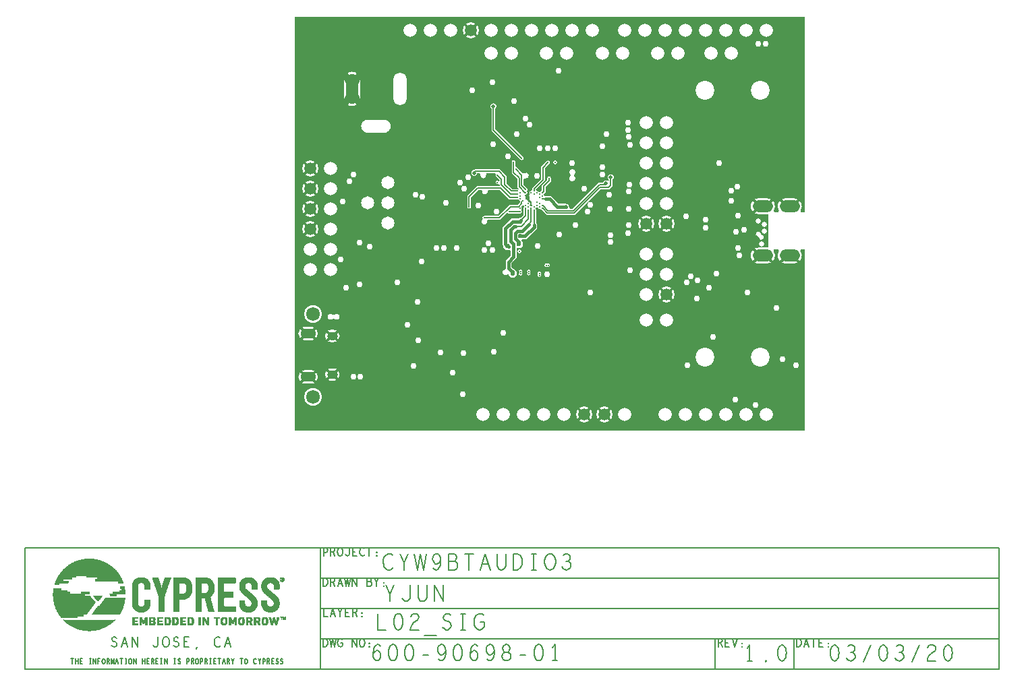
<source format=gbr>
G04 ================== begin FILE IDENTIFICATION RECORD ==================*
G04 Layout Name:  600-90698-01_CYW9BTAUDIO3_REV1.0.brd*
G04 Film Name:    L02*
G04 File Format:  Gerber RS274X*
G04 File Origin:  Cadence Allegro 16.6-2015-S077*
G04 Origin Date:  Tue Mar 03 09:00:00 2020*
G04 *
G04 Layer:  VIA CLASS/L02_SIG*
G04 Layer:  PIN/L02_SIG*
G04 Layer:  ETCH/L02_SIG*
G04 Layer:  DRAWING FORMAT/FAB_FILM*
G04 *
G04 Offset:    (0.00 0.00)*
G04 Mirror:    No*
G04 Mode:      Positive*
G04 Rotation:  0*
G04 FullContactRelief:  No*
G04 UndefLineWidth:     0.00*
G04 ================== end FILE IDENTIFICATION RECORD ====================*
%FSLAX35Y35*MOIN*%
%IR0*IPPOS*OFA0.00000B0.00000*MIA0B0*SFA1.00000B1.00000*%
%ADD17C,.01181*%
%ADD18O,.10039X.05906*%
%ADD13C,.05906*%
%ADD10C,.06772*%
%ADD15O,.05906X.14961*%
%ADD11C,.01969*%
%ADD14O,.05315X.04134*%
%ADD16C,.00866*%
%ADD12O,.07677X.04724*%
%ADD19C,.03*%
%ADD20C,.012*%
%ADD21C,.015*%
%ADD22C,.005*%
%ADD23C,.007*%
%ADD24C,.008*%
%ADD25C,.00135*%
%ADD26C,.03008*%
%ADD29C,.02614*%
%ADD32C,.06504*%
%ADD27C,.0654*%
%ADD30C,.0791*%
%ADD31C,.0189*%
%ADD34O,.0654X.16186*%
%ADD28C,.09294*%
%ADD33C,.08776*%
G75*
%LPD*%
G75*
G36*
G01X238446Y113921D02*
G03X235218Y120160I-3228J2284D01*
G01X231084D01*
G03Y112250I1J-3955D01*
G01X235218D01*
G03X235556Y112265I-6J3955D01*
G02X235990Y111867I34J-398D01*
G01Y96133D01*
G02X235556Y95735I-400J0D01*
G03X235218Y95750I-344J-3940D01*
G01X231084D01*
G03Y87840I1J-3955D01*
G01X235218D01*
G03X238397Y94147I0J3955D01*
G02X238718Y94784I322J237D01*
G01X240812D01*
G02X241133Y94147I-1J-400D01*
G03X244312Y87840I3179J-2352D01*
G01X248446D01*
G03X251625Y94147I0J3955D01*
G02X251946Y94784I322J237D01*
G01X253074D01*
Y94849D01*
X253901D01*
Y5262D01*
X2004D01*
Y210046D01*
X253901D01*
Y113283D01*
X253074D01*
Y113290D01*
X252000D01*
G02X251674Y113921I1J400D01*
G03X248446Y120160I-3228J2284D01*
G01X244312D01*
G03X241084Y113921I0J-3955D01*
G02X240758Y113290I-327J-231D01*
G01X238772D01*
G02X238446Y113921I1J400D01*
G37*
%LPC*%
G75*
G36*
G01X110415Y80998D02*
X108585D01*
X107498Y82085D01*
Y82597D01*
X107206D01*
X107146Y82526D01*
G02X105866Y84998I-1146J974D01*
G03X106048Y85197I-18J199D01*
G01Y89301D01*
X108548Y91801D01*
Y94167D01*
G03X107925Y94498I-400J-1D01*
G01X106085D01*
X104998Y95585D01*
Y96649D01*
X104548Y97099D01*
Y105901D01*
X108799Y110152D01*
X112499D01*
X112574Y110226D01*
G02X113423Y110641I1027J-1025D01*
G01X113491Y110649D01*
X114854Y112011D01*
Y115063D01*
G02X115167Y115832I1101J0D01*
G03X115186Y116088I-143J139D01*
G02X115035Y116424I770J548D01*
G03X114362Y116616I-390J-90D01*
G01X113965Y116220D01*
G03X113944Y115677I283J-283D01*
G02X113916Y114417I-718J-614D01*
G03X113917Y114143I146J-136D01*
G02X113226Y112536I-691J-655D01*
G01X107700D01*
G02X107101Y112748I0J952D01*
G03X106567Y112720I-251J-311D01*
G01X103395Y109548D01*
X97290D01*
G03X96914Y109012I0J-400D01*
G02X94636Y109731I-1414J-512D01*
G03X94691Y110000I-115J164D01*
G02X95500Y111452I809J501D01*
G01X102607D01*
X108107Y116952D01*
X112006D01*
X113048Y117994D01*
Y118848D01*
X112914Y118895D01*
G02X112321Y119514I312J892D01*
G03X112083Y119650I-191J-58D01*
G02X111860Y119624I-221J925D01*
G01X107731D01*
X103006Y124348D01*
X97650D01*
G03X97262Y123854I0J-400D01*
G02X94338I-1462J-354D01*
G03X93950Y124348I-388J94D01*
G01X92694D01*
X88952Y120606D01*
Y116000D01*
G02X87048I-952J0D01*
G01Y121394D01*
X91906Y126252D01*
X103048D01*
Y126837D01*
G03X102448Y127183I-400J0D01*
G02X102696Y128609I-475J817D01*
G01X103048Y128738D01*
Y129079D01*
X101300Y130827D01*
G02X101138Y131957I673J673D01*
G03X100787Y132548I-351J191D01*
G01X96790D01*
G03X96414Y132012I0J-400D01*
G02X93586I-1414J-512D01*
G03X93210Y132548I-376J136D01*
G01X91997D01*
X91964Y132390D01*
G02X90558Y134195I-1464J310D01*
G01X90646Y134191D01*
X90906Y134452D01*
X103094D01*
X106452Y131094D01*
Y127394D01*
X109170Y124676D01*
X111860D01*
G02X112081Y124649I-4J-951D01*
G01X112190Y124623D01*
X112410Y124844D01*
X111748Y125506D01*
Y129906D01*
X109048Y132606D01*
Y138000D01*
G02X110952I952J0D01*
G01Y135850D01*
G03X111336Y135451I400J0D01*
G02X112164Y134899I-36J-951D01*
G01X112179Y134867D01*
X114654Y132391D01*
G03X114937I142J142D01*
G02X115488Y129913I1063J-1064D01*
G03X114952Y129537I-136J-376D01*
G01Y126861D01*
X116628Y125185D01*
G02X116649Y123861I-673J-673D01*
G03Y123588I146J-137D01*
G02X115955Y121986I-694J-651D01*
G01X115487D01*
X115367Y121625D01*
G02X115792Y120064I-778J-1050D01*
G03X116112Y119511I368J-156D01*
G02X117253Y118368I-157J-1298D01*
G02X118003Y116775I64J-943D01*
G03Y116500I145J-138D01*
G02X118177Y116241I-687J-649D01*
G03X118409Y116130I182J83D01*
G02X118954Y116131I274J-1067D01*
G03X119185Y116242I49J194D01*
G02X119262Y116379I859J-393D01*
G02X118938Y118120I783J1046D01*
G03X118622Y118732I-339J213D01*
G02X117859Y120449I61J1055D01*
G03Y120700I-156J125D01*
G02X117922Y122096I824J662D01*
G03X117937Y122358I-143J140D01*
G02X118690Y123882I746J579D01*
G03X119094Y124282I4J400D01*
G01Y125239D01*
X123548Y129694D01*
Y135721D01*
X126327Y138500D01*
G02X127673Y137154I673J-673D01*
G01X125452Y134933D01*
Y128906D01*
X120996Y124451D01*
Y124282D01*
G03X121401Y123882I400J0D01*
G02X122317Y123207I10J-945D01*
G03X122555Y123069I192J57D01*
G02X122990Y123070I220J-919D01*
G03X123228Y123208I46J195D01*
G02X123467Y123610I912J-270D01*
G01X123848Y123991D01*
Y126494D01*
X126548Y129194D01*
Y130000D01*
G02X128452I952J0D01*
G01Y128406D01*
X125752Y125706D01*
Y123203D01*
X124698Y122149D01*
X124830Y122008D01*
G02X125069Y121536I-690J-646D01*
G03X125532Y121216I393J74D01*
G02X125787Y121238I252J-1429D01*
G01X128414D01*
X132201Y117452D01*
X135637D01*
X135660Y117457D01*
G02X137406Y115488I340J-1457D01*
G03X137782Y114952I376J-136D01*
G01X139006D01*
X152006Y127952D01*
X154068D01*
X154119Y128075D01*
G02X156406Y128690I1381J-575D01*
G03X157048Y129009I242J318D01*
G01Y129342D01*
X156984Y129402D01*
G02X158952Y129346I1016J1098D01*
G01Y126106D01*
X157394Y124548D01*
X152794D01*
X140294Y112048D01*
X126106D01*
X124040Y114115D01*
X123977Y114126D01*
G02X123228Y114792I163J937D01*
G03X122990Y114930I-192J-57D01*
G02X121868Y115581I-216J920D01*
G03X121630Y115719I-192J-57D01*
G02X121190I-220J919D01*
G03X120951Y115582I-47J-194D01*
G02X120814Y115301I-906J268D01*
G03X120834Y115045I163J-116D01*
G02X121146Y114276I-789J-768D01*
G01Y107990D01*
G02X121496Y107045I-1101J-945D01*
G01Y105344D01*
X116101Y99948D01*
X114365D01*
X113915Y99498D01*
X113901D01*
G03X113759Y99157I0J-200D01*
G01X114502Y98415D01*
Y96585D01*
X113415Y95498D01*
X111452D01*
Y90599D01*
X108952Y88099D01*
Y86001D01*
X109716Y85237D01*
X109776Y85225D01*
G02X110268Y85032I-275J-1425D01*
G01X110316Y85002D01*
X110415D01*
X111502Y83915D01*
Y82085D01*
X110415Y80998D01*
G37*
G36*
G01X20686Y62427D02*
G03X21316I315J247D01*
G02X21315Y60574I1184J-927D01*
G03X20685I-315J-247D01*
G02X20686Y62427I-1184J927D01*
G37*
G36*
G01X121898Y82500D02*
G02X123502I802J500D01*
G02X121898I-802J-500D01*
G37*
G36*
G01X112770Y83400D02*
G02X114230I730J600D01*
G02X112770I-730J-600D01*
G37*
G36*
G01X116698D02*
G02X118302I802J500D01*
G02X116698I-802J-500D01*
G37*
G36*
G01X126600Y87802D02*
G02Y86198I500J-802D01*
G02Y87802I-500J802D01*
G37*
G36*
G01X232207Y102517D02*
G03X232558Y102148I399J28D01*
G02X231099Y100758I-155J-1298D01*
G03X230748Y101127I-399J-28D01*
G02X232207Y102517I155J1298D01*
G37*
G36*
G01X139926Y131815D02*
G03Y131185I247J-315D01*
G02X138074I-926J-1185D01*
G03Y131815I-247J315D01*
G02X139926I926J1185D01*
G37*
G36*
G01X100952Y154394D02*
X114673Y140673D01*
G02X113327Y139327I-673J-673D01*
G01X99048Y153606D01*
Y164446D01*
G02X100952I952J1154D01*
G01Y154394D01*
G37*
G36*
G01X6978Y28408D02*
G02Y35136I1J3364D01*
G01X9932D01*
G02Y28408I-1J-3364D01*
G01X6978D01*
G37*
G36*
G01Y49864D02*
G02Y56592I1J3364D01*
G01X9932D01*
G02Y49864I-1J-3364D01*
G01X6978D01*
G37*
G36*
G01X19794Y29884D02*
G02Y36022I0J3069D01*
G01X20974D01*
G02Y29884I0J-3069D01*
G01X19794D01*
G37*
G36*
G01Y48978D02*
G02Y55116I0J3069D01*
G01X20974D01*
G02Y48978I0J-3069D01*
G01X19794D01*
G37*
G36*
G01X37894Y152498D02*
G02Y159038I-1J3270D01*
G01X45964D01*
G02Y152498I1J-3270D01*
G01X37894D01*
G37*
G36*
G01X34072Y169744D02*
G02X26164I-3954J0D01*
G01Y178800D01*
G02X34072I3954J0D01*
G01Y169744D01*
G37*
G54D26*
X231000Y196500D03*
X234500D03*
X249673Y37673D03*
X240000Y66000D03*
X242800Y40500D03*
X229500Y18000D03*
X211600Y137600D03*
X217500Y124000D03*
X220500Y126000D03*
X217673Y119000D03*
X220000Y103500D03*
X220800Y111600D03*
X224000Y104500D03*
X221000Y95500D03*
X221500Y92000D03*
X225600Y73600D03*
X219500Y20500D03*
X205000Y105500D03*
Y109500D03*
X195200Y111200D03*
X197500Y81500D03*
X210280Y83000D03*
X201000Y79500D03*
X200500Y70500D03*
X195500Y78500D03*
X206500Y76000D03*
X208400Y51600D03*
X196000Y37500D03*
X166500Y154000D03*
Y157510D03*
X167000Y150500D03*
X167500Y146500D03*
X167000Y115000D03*
X166800Y123500D03*
X167200Y127000D03*
X167000Y107000D03*
X166600Y103000D03*
X167390Y84610D03*
X156000Y152000D03*
X154000Y135600D03*
Y132000D03*
Y146000D03*
X144800Y125000D03*
X157200Y122000D03*
X148000Y117000D03*
X157500Y115000D03*
X146500Y113500D03*
X158000Y98500D03*
Y102000D03*
X148000Y73500D03*
X132327Y183327D03*
X127000Y145000D03*
X130500D03*
X139000Y137500D03*
X140500Y107000D03*
X132600Y102100D03*
X110227Y168327D03*
X118000Y156500D03*
X116000Y159500D03*
X111500Y152000D03*
X121500Y131327D03*
X123000Y145000D03*
X122000Y96673D03*
X126673Y82500D03*
X99500Y177500D03*
X107327Y141000D03*
X100000Y147000D03*
X101500Y113500D03*
X97500Y98000D03*
X95500Y94500D03*
X99500D03*
X104827Y53500D03*
X100327Y44173D03*
X89500Y173500D03*
X87500Y130400D03*
X76500Y118000D03*
X92600Y116400D03*
X85500Y125000D03*
X83500Y128000D03*
X82000Y95500D03*
X85327Y43673D03*
X80000Y34000D03*
X85000Y23260D03*
X65000Y121000D03*
X72000Y95500D03*
X75500D03*
X64500Y89000D03*
X62549Y68951D03*
X63000Y50000D03*
X74000Y44000D03*
X60500Y37327D03*
X52500Y78500D03*
X57500Y57500D03*
X31000Y132000D03*
X29000Y128500D03*
X34000Y98100D03*
X38800Y96300D03*
X33827Y77500D03*
X27323Y75823D03*
X34306Y31812D03*
X30816Y31784D03*
X25500Y118500D03*
X24500Y90000D03*
X61500Y122000D03*
G54D29*
X232403Y97701D03*
X233903Y107150D03*
X231000Y108724D03*
X234000Y104000D03*
G54D32*
X48000Y118040D03*
Y128040D03*
Y108040D03*
X38000Y118040D03*
G54D27*
X234734Y203268D03*
X224734D03*
X234734Y13268D03*
X214734Y203268D03*
X217574Y192000D03*
X214734Y13268D03*
X224734D03*
X204734Y203268D03*
X207574Y192000D03*
X204734Y13268D03*
X194734Y203268D03*
X184734D03*
X191274Y192000D03*
X181274D03*
X185520Y157510D03*
Y137510D03*
Y147510D03*
Y117510D03*
Y127510D03*
X185500Y92500D03*
Y82500D03*
Y60000D03*
X184734Y13268D03*
X194734D03*
X174734Y203268D03*
X164734D03*
X175520Y157510D03*
Y137510D03*
Y147510D03*
Y117510D03*
Y127510D03*
X175500Y92500D03*
Y82500D03*
Y72500D03*
Y60000D03*
X164734Y13268D03*
X148734Y203268D03*
X163774Y192000D03*
X153774D03*
X138734Y203268D03*
X136274Y192000D03*
X134734Y13268D03*
X128734Y203268D03*
X118734D03*
X126274Y192000D03*
X124734Y13268D03*
X114734D03*
X108734Y203268D03*
X98734D03*
Y192000D03*
X108734D03*
X104734Y13268D03*
X94734D03*
X78734Y203268D03*
X68734D03*
X58734D03*
X19480Y134989D03*
Y124989D03*
Y114989D03*
Y104989D03*
Y94989D03*
Y84989D03*
X9480Y94989D03*
Y84989D03*
G54D30*
X185520Y107510D03*
X185500Y72500D03*
X175520Y107510D03*
X154734Y13268D03*
X144734D03*
X88734Y203268D03*
X9480Y134989D03*
Y124989D03*
Y114989D03*
Y104989D03*
G54D31*
X130500Y137827D03*
X112800Y93900D03*
G54D34*
X53740Y174272D03*
G54D28*
X232000Y173500D03*
Y41500D03*
X204440Y173500D03*
Y41500D03*
G54D33*
X10817Y62972D03*
Y22028D03*
%LPD*%
G75*
G36*
G01X110500Y83500D02*
Y82500D01*
X110000Y82000D01*
X109000D01*
X108500Y82500D01*
Y84000D01*
X110000D01*
X110500Y83500D01*
G37*
G36*
G01X108000Y97000D02*
Y96000D01*
X107500Y95500D01*
X106500D01*
X106000Y96000D01*
Y97500D01*
X107500D01*
X108000Y97000D01*
G37*
G36*
G01X113500Y98000D02*
Y97000D01*
X113000Y96500D01*
X112000D01*
X111500Y97000D01*
Y98500D01*
X113000D01*
X113500Y98000D01*
G37*
G36*
G01X112500Y100500D02*
X112152Y100848D01*
Y102152D01*
X112500Y102500D01*
X114000D01*
Y101000D01*
X113500Y100500D01*
X112500D01*
G37*
G54D10*
X10817Y22028D03*
Y62972D03*
G54D20*
G01X3414Y28208D02*
X8455Y31772D01*
G01X3414Y35336D02*
X8455Y31772D01*
G01X3414Y49664D02*
X8455Y53228D01*
G01X3414Y56792D02*
X8455Y53228D01*
G01X6342Y111851D02*
X9480Y114989D01*
G01X6342Y101851D02*
X9480Y104989D01*
G01X6342Y108127D02*
X9480Y104989D01*
G01X6342Y121851D02*
X9480Y124989D01*
G01X6342Y128127D02*
X9480Y124989D01*
G01X6342Y118127D02*
X9480Y114989D01*
G01X6342Y131851D02*
X9480Y134989D01*
G01X6342Y138127D02*
X9480Y134989D01*
G01X8455Y31772D02*
X13496Y28208D01*
G01X16524Y29684D02*
X20384Y32953D01*
G01D02*
X24244Y36222D01*
G01X16524D02*
X20384Y32953D01*
G01D02*
X24244Y29684D01*
G01X8455Y31772D02*
X13496Y35336D01*
G01X16524Y48778D02*
X20384Y52047D01*
G01D02*
X24244Y55316D01*
G01X16524D02*
X20384Y52047D01*
G01D02*
X24244Y48778D01*
G01X8455Y53228D02*
X13496Y56792D01*
G01X8455Y53228D02*
X13496Y49664D01*
G01X9480Y114989D02*
X12618Y111851D01*
G01X9480Y104989D02*
X12618Y108127D01*
G01X9480Y104989D02*
X12618Y101851D01*
G01X9480Y124989D02*
X12618Y128127D01*
G01X9480Y124989D02*
X12618Y121851D01*
G01X9480Y114989D02*
X12618Y118127D01*
G01X9480Y134989D02*
X12618Y138127D01*
G01X9480Y134989D02*
X12618Y131851D01*
G01X85596Y200130D02*
X88734Y203268D01*
G01D02*
X91872Y206406D01*
G01X85596D02*
X88734Y203268D01*
G01D02*
X91872Y200130D01*
G01X141596Y10130D02*
X144734Y13268D01*
G01X141596Y16406D02*
X144734Y13268D01*
G01X151596Y10130D02*
X154734Y13268D01*
G01D02*
X157872Y10130D01*
G01X144734Y13268D02*
X147872Y10130D01*
G01X154734Y13268D02*
X157872Y16406D01*
G01X151596D02*
X154734Y13268D01*
G01X144734D02*
X147872Y16406D01*
G01X172382Y104372D02*
X175520Y107510D01*
G01D02*
X178658Y110648D01*
G01X172382D02*
X175520Y107510D01*
G01D02*
X178658Y104372D01*
G01X182362Y69362D02*
X185500Y72500D01*
G01D02*
X188638Y75638D01*
G01X182362D02*
X185500Y72500D01*
G01D02*
X188638Y69362D01*
G01X182382Y104372D02*
X185520Y107510D01*
G01D02*
X188658Y110648D01*
G01X182382D02*
X185520Y107510D01*
G01D02*
X188658Y104372D01*
G01X226929Y87640D02*
X233151Y91795D01*
G01X226929Y112050D02*
X233151Y116205D01*
G01X226929Y95950D02*
X233151Y91795D01*
G01X226929Y120360D02*
X233151Y116205D01*
G01X240157Y87640D02*
X246379Y91795D01*
G01X233151D02*
X239373Y87640D01*
G01X240157Y120360D02*
X246379Y116205D01*
G01X233151D02*
X239373Y120360D01*
G01X246379Y91795D02*
X252601Y87640D01*
G01X246379Y116205D02*
X252601Y120360D01*
G54D11*
X4001Y17001D03*
X3001Y150001D03*
Y159001D03*
Y168501D03*
Y177001D03*
Y186001D03*
Y195501D03*
X23500Y7500D03*
X14501Y7501D03*
X23000Y17000D03*
X14001Y17001D03*
X14501Y39001D03*
Y43001D03*
X25501Y37001D03*
Y40501D03*
X14501Y47001D03*
X22501Y76001D03*
X19001D03*
X16001Y73501D03*
Y70501D03*
X23500Y110000D03*
X13001Y150001D03*
X22000Y150000D03*
X13001Y159001D03*
X22000Y159000D03*
X13001Y168501D03*
X22000Y168500D03*
Y177000D03*
X13001Y177001D03*
X22000Y186000D03*
X13001Y186001D03*
X22000Y195500D03*
X13001Y195501D03*
X17001Y209001D03*
X41001Y6501D03*
X30001Y21501D03*
X40001D03*
X26501Y33501D03*
X39501Y33001D03*
Y38501D03*
X36001Y30001D03*
X29001D03*
X36100Y33600D03*
X29100Y33900D03*
X36001Y56001D03*
X27500Y47000D03*
X31000Y50500D03*
X41500Y61000D03*
X40000Y50000D03*
X33000Y65500D03*
X30501Y77501D03*
X37500Y78000D03*
X41001Y84501D03*
X28500Y82000D03*
X35500Y90500D03*
Y95500D03*
X34500Y103500D03*
X34000Y107500D03*
X34500Y111000D03*
X38500Y124000D03*
X36500Y137500D03*
X33001Y138001D03*
X36000Y209000D03*
X27001Y209001D03*
X52501Y6501D03*
X46501Y11001D03*
X48400Y18400D03*
X44670Y36155D03*
X53332Y42847D03*
X52001Y52501D03*
X57501Y48501D03*
X53001Y72001D03*
X49500Y77000D03*
X50501Y91501D03*
X51000Y82000D03*
X56500Y99000D03*
Y113500D03*
X45001Y140501D03*
X58001Y140001D03*
X45501Y209001D03*
X55501D03*
X65001Y6501D03*
X75001D03*
X74501Y23001D03*
X62501Y16001D03*
X72501D03*
X60501Y44001D03*
X76000Y76500D03*
X67501Y84001D03*
X68001Y95501D03*
X67001Y109501D03*
X69501Y112001D03*
X67000Y109500D03*
X73001Y104501D03*
X67501Y121501D03*
X64500Y209000D03*
X75001Y209001D03*
X84000Y6500D03*
X88501Y23001D03*
X81500Y16000D03*
X88501Y36001D03*
X90500Y40000D03*
X82001Y37501D03*
X91001Y47001D03*
X86000Y63000D03*
X91000Y76500D03*
X84501Y95001D03*
X82501Y85501D03*
X79001Y105001D03*
X82501Y104001D03*
X82001Y112501D03*
X85500Y109000D03*
X76501Y130501D03*
X91001Y140501D03*
X90500Y132700D03*
X91001Y150001D03*
X77000Y150500D03*
X80001Y151501D03*
X91001Y156501D03*
Y161001D03*
X82501Y180501D03*
X82000Y175500D03*
X89000Y166000D03*
X81600Y196800D03*
X85001Y209001D03*
X95500Y35500D03*
X100500Y38000D03*
X99200Y48800D03*
X102001Y88001D03*
X99001Y113001D03*
X97500Y140500D03*
X94000D03*
X103000Y156000D03*
X109000Y152000D03*
X93500Y163500D03*
X98001Y150001D03*
X94000Y159500D03*
X93500Y169000D03*
X104501Y171001D03*
X100000Y165600D03*
X99501Y182501D03*
X94501Y182001D03*
X94000Y209000D03*
X104001Y209001D03*
X122001Y37001D03*
X123501Y43001D03*
X119500Y55000D03*
X121201Y67601D03*
X123000Y77500D03*
X120501Y161501D03*
X111501D03*
X123501Y157501D03*
X114000Y156000D03*
X124001Y170001D03*
X111501Y171501D03*
X122400Y186400D03*
X123000Y209000D03*
X114001Y209001D03*
X127001Y34501D03*
X138001Y44001D03*
X139000Y57500D03*
X134000Y73500D03*
X131500Y79500D03*
X140001Y92501D03*
X135001D03*
Y85001D03*
X138500Y80000D03*
X135001Y97501D03*
X142800Y101600D03*
X138500Y103000D03*
X130001Y100501D03*
X138501Y116001D03*
X136001Y124501D03*
X132000Y124400D03*
X136000Y116000D03*
X141501Y145501D03*
X132501Y147001D03*
X135500Y135000D03*
Y161500D03*
X131501Y156001D03*
X137501Y174501D03*
X132800Y170000D03*
X138501Y182501D03*
X141500Y185000D03*
X133001Y209001D03*
X143001D03*
X151500Y38000D03*
X145001Y41501D03*
X160000Y77500D03*
X152801Y88801D03*
Y92401D03*
X158500Y90000D03*
X146400Y85600D03*
X160000Y80500D03*
X144500Y89000D03*
X160000Y87500D03*
X152801Y101601D03*
X153201Y105201D03*
X147000Y109000D03*
X144500Y97000D03*
X145500Y116000D03*
X158500Y118000D03*
X155500Y127500D03*
X146000Y146500D03*
X147000Y139500D03*
X158500Y134500D03*
X153200Y138800D03*
X158000Y130500D03*
X158001Y154501D03*
X156001Y159501D03*
X156501Y180501D03*
X157501Y165501D03*
X150501Y170501D03*
X152500Y175500D03*
X152000Y209000D03*
X160501Y209001D03*
X173001Y16501D03*
X170400Y39200D03*
X163500Y43000D03*
X168801Y68801D03*
X165601Y72001D03*
X168501Y80001D03*
Y94501D03*
X161000Y95500D03*
X167001Y136501D03*
X165001Y161001D03*
X176001Y167001D03*
X172001Y175501D03*
X164000Y167200D03*
X167200Y184400D03*
X170501Y209001D03*
X182001Y22001D03*
X190001Y22501D03*
X193501Y43001D03*
Y62001D03*
Y68001D03*
X194000Y108800D03*
Y127500D03*
X191501Y135001D03*
X186501Y166001D03*
X193501Y177001D03*
X179500Y209000D03*
X190501Y209001D03*
X207001Y27501D03*
X207501Y33501D03*
X202501Y60501D03*
X201200Y50800D03*
X202000Y55200D03*
X202500Y65500D03*
X210500Y73500D03*
X201500Y77000D03*
X204500Y78500D03*
Y87000D03*
X199001Y84001D03*
X196000Y95500D03*
X199000Y90000D03*
X196501Y104501D03*
X205001Y112001D03*
X203000Y104000D03*
X198000Y129000D03*
X200500Y126000D03*
X209200Y140000D03*
X195501Y141501D03*
X202001Y135001D03*
X206501Y145501D03*
X208501Y159001D03*
X198000Y185600D03*
X209500Y209000D03*
X200501Y209001D03*
X223001Y28001D03*
X219200Y38800D03*
X219500Y43500D03*
X218400Y34000D03*
X219000Y60000D03*
X219501Y56501D03*
X216800Y50000D03*
X219000Y64500D03*
X218800Y73600D03*
X216800Y76800D03*
X228001Y83501D03*
X221001Y84501D03*
X216800Y80000D03*
X216500Y94500D03*
X218501Y96501D03*
X216501Y110001D03*
X222800Y128800D03*
X219001Y139501D03*
X226501Y147001D03*
X218001Y133501D03*
X222500Y152500D03*
X222001Y164501D03*
X215600Y181600D03*
X219501Y209001D03*
X243001Y7001D03*
X231501Y8001D03*
X240501Y18001D03*
X242001Y13501D03*
X230000Y28750D03*
X239501Y38501D03*
X244400Y46000D03*
X235000Y71000D03*
X233501Y76001D03*
X234001Y64001D03*
X236501Y80001D03*
X237501Y125001D03*
X236001Y130001D03*
X235501Y141501D03*
X240501Y150501D03*
X230001Y156001D03*
X241001Y174501D03*
X242500Y168000D03*
X229501Y209001D03*
X238500Y209000D03*
X243001Y200501D03*
X251501Y18501D03*
X252501Y44001D03*
Y51501D03*
Y56501D03*
X252500Y62500D03*
X252000Y67500D03*
X246500Y63500D03*
X247001Y75001D03*
X247501Y82001D03*
X249501Y124501D03*
Y133501D03*
X251501Y150501D03*
X251001Y168501D03*
X250001Y184001D03*
X250501Y193501D03*
G54D21*
G01X109500Y83800D02*
X109100D01*
G01D02*
X107500Y85400D01*
Y88700D01*
X110000Y91200D01*
Y97500D01*
X108500Y99000D01*
Y104500D01*
X110200Y106200D01*
X111000D01*
G01X107400Y96300D02*
X106000Y97700D01*
Y105300D01*
X109400Y108700D01*
X113100D01*
X113600Y109200D01*
G01X112400Y98000D02*
Y98500D01*
G01D02*
X110700Y100200D01*
Y102857D01*
X111843Y104000D01*
X114300D01*
X117600Y107300D01*
G01X113300Y101400D02*
X115500D01*
X120045Y105945D01*
Y107045D01*
G01X125787Y119787D02*
X127813D01*
X131600Y116000D01*
X136000D01*
G54D12*
X8455Y31772D03*
Y53228D03*
G54D22*
G01X-108044Y-107585D02*
Y-110085D01*
G01X-108657Y-107585D02*
X-107431D01*
G01X-106404Y-110085D02*
Y-107585D01*
G01X-105284D02*
Y-110085D01*
G01Y-108835D02*
X-106404D01*
G01X-103111Y-110085D02*
X-104177D01*
Y-107585D01*
X-103111D01*
G01X-103537Y-108793D02*
X-104177D01*
G01X-99564Y-107585D02*
X-98924D01*
G01X-99244D02*
Y-110085D01*
G01X-99564D02*
X-98924D01*
G01X-97657D02*
Y-107585D01*
X-96431Y-110085D01*
Y-107585D01*
G01X-95351Y-110085D02*
Y-107585D01*
X-94337D01*
G01X-94711Y-108793D02*
X-95351D01*
G01X-92644Y-110085D02*
X-92857Y-110043D01*
X-93044Y-109877D01*
X-93204Y-109627D01*
X-93311Y-109335D01*
X-93364Y-109002D01*
Y-108668D01*
X-93311Y-108335D01*
X-93204Y-108043D01*
X-93044Y-107793D01*
X-92857Y-107627D01*
X-92644Y-107585D01*
X-92431Y-107627D01*
X-92244Y-107793D01*
X-92084Y-108043D01*
X-91977Y-108335D01*
X-91924Y-108668D01*
Y-109002D01*
X-91977Y-109335D01*
X-92084Y-109627D01*
X-92244Y-109877D01*
X-92431Y-110043D01*
X-92644Y-110085D01*
G01X-90977D02*
Y-107585D01*
X-90311D01*
X-90097Y-107710D01*
X-89964Y-107877D01*
X-89911Y-108210D01*
X-89964Y-108543D01*
X-90124Y-108752D01*
X-90311Y-108877D01*
X-90977D01*
G01X-90311D02*
X-89911Y-110085D01*
G01X-88937D02*
Y-107585D01*
X-88244Y-109668D01*
X-87551Y-107585D01*
Y-110085D01*
G01X-86711D02*
X-86044Y-107585D01*
X-85377Y-110085D01*
G01X-85617Y-109210D02*
X-86471D01*
G01X-83844Y-107585D02*
Y-110085D01*
G01X-84457Y-107585D02*
X-83231D01*
G01X-81964D02*
X-81324D01*
G01X-81644D02*
Y-110085D01*
G01X-81964D02*
X-81324D01*
G01X-79444D02*
X-79657Y-110043D01*
X-79844Y-109877D01*
X-80004Y-109627D01*
X-80111Y-109335D01*
X-80164Y-109002D01*
Y-108668D01*
X-80111Y-108335D01*
X-80004Y-108043D01*
X-79844Y-107793D01*
X-79657Y-107627D01*
X-79444Y-107585D01*
X-79231Y-107627D01*
X-79044Y-107793D01*
X-78884Y-108043D01*
X-78777Y-108335D01*
X-78724Y-108668D01*
Y-109002D01*
X-78777Y-109335D01*
X-78884Y-109627D01*
X-79044Y-109877D01*
X-79231Y-110043D01*
X-79444Y-110085D01*
G01X-77857D02*
Y-107585D01*
X-76631Y-110085D01*
Y-107585D01*
G01X-73404Y-110085D02*
Y-107585D01*
G01X-72284D02*
Y-110085D01*
G01Y-108835D02*
X-73404D01*
G01X-70111Y-110085D02*
X-71177D01*
Y-107585D01*
X-70111D01*
G01X-70537Y-108793D02*
X-71177D01*
G01X-68977Y-110085D02*
Y-107585D01*
X-68311D01*
X-68097Y-107710D01*
X-67964Y-107877D01*
X-67911Y-108210D01*
X-67964Y-108543D01*
X-68124Y-108752D01*
X-68311Y-108877D01*
X-68977D01*
G01X-68311D02*
X-67911Y-110085D01*
G01X-65711D02*
X-66777D01*
Y-107585D01*
X-65711D01*
G01X-66137Y-108793D02*
X-66777D01*
G01X-64364Y-107585D02*
X-63724D01*
G01X-64044D02*
Y-110085D01*
G01X-64364D02*
X-63724D01*
G01X-62457D02*
Y-107585D01*
X-61231Y-110085D01*
Y-107585D01*
G01X-57764D02*
X-57124D01*
G01X-57444D02*
Y-110085D01*
G01X-57764D02*
X-57124D01*
G01X-55804Y-109752D02*
X-55591Y-109960D01*
X-55351Y-110085D01*
X-55137D01*
X-54924Y-109960D01*
X-54764Y-109752D01*
X-54684Y-109460D01*
X-54737Y-109168D01*
X-54871Y-108918D01*
X-55111Y-108752D01*
X-55431Y-108668D01*
X-55617Y-108502D01*
X-55697Y-108210D01*
X-55644Y-107918D01*
X-55511Y-107710D01*
X-55324Y-107585D01*
X-55137D01*
X-54951Y-107668D01*
X-54791Y-107877D01*
G01X-51377Y-110085D02*
Y-107585D01*
X-50737D01*
X-50524Y-107710D01*
X-50364Y-108002D01*
X-50311Y-108335D01*
X-50364Y-108668D01*
X-50497Y-108918D01*
X-50737Y-109043D01*
X-51377D01*
G01X-49177Y-110085D02*
Y-107585D01*
X-48511D01*
X-48297Y-107710D01*
X-48164Y-107877D01*
X-48111Y-108210D01*
X-48164Y-108543D01*
X-48324Y-108752D01*
X-48511Y-108877D01*
X-49177D01*
G01X-48511D02*
X-48111Y-110085D01*
G01X-46444D02*
X-46657Y-110043D01*
X-46844Y-109877D01*
X-47004Y-109627D01*
X-47111Y-109335D01*
X-47164Y-109002D01*
Y-108668D01*
X-47111Y-108335D01*
X-47004Y-108043D01*
X-46844Y-107793D01*
X-46657Y-107627D01*
X-46444Y-107585D01*
X-46231Y-107627D01*
X-46044Y-107793D01*
X-45884Y-108043D01*
X-45777Y-108335D01*
X-45724Y-108668D01*
Y-109002D01*
X-45777Y-109335D01*
X-45884Y-109627D01*
X-46044Y-109877D01*
X-46231Y-110043D01*
X-46444Y-110085D01*
G01X-44777D02*
Y-107585D01*
X-44137D01*
X-43924Y-107710D01*
X-43764Y-108002D01*
X-43711Y-108335D01*
X-43764Y-108668D01*
X-43897Y-108918D01*
X-44137Y-109043D01*
X-44777D01*
G01X-42577Y-110085D02*
Y-107585D01*
X-41911D01*
X-41697Y-107710D01*
X-41564Y-107877D01*
X-41511Y-108210D01*
X-41564Y-108543D01*
X-41724Y-108752D01*
X-41911Y-108877D01*
X-42577D01*
G01X-41911D02*
X-41511Y-110085D01*
G01X-40164Y-107585D02*
X-39524D01*
G01X-39844D02*
Y-110085D01*
G01X-40164D02*
X-39524D01*
G01X-37111D02*
X-38177D01*
Y-107585D01*
X-37111D01*
G01X-37537Y-108793D02*
X-38177D01*
G01X-35444Y-107585D02*
Y-110085D01*
G01X-36057Y-107585D02*
X-34831D01*
G01X-33911Y-110085D02*
X-33244Y-107585D01*
X-32577Y-110085D01*
G01X-32817Y-109210D02*
X-33671D01*
G01X-31577Y-110085D02*
Y-107585D01*
X-30911D01*
X-30697Y-107710D01*
X-30564Y-107877D01*
X-30511Y-108210D01*
X-30564Y-108543D01*
X-30724Y-108752D01*
X-30911Y-108877D01*
X-31577D01*
G01X-30911D02*
X-30511Y-110085D01*
G01X-28844D02*
Y-108960D01*
X-29377Y-107585D01*
G01X-28311D02*
X-28844Y-108960D01*
G01X-24444Y-107585D02*
Y-110085D01*
G01X-25057Y-107585D02*
X-23831D01*
G01X-22244Y-110085D02*
X-22457Y-110043D01*
X-22644Y-109877D01*
X-22804Y-109627D01*
X-22911Y-109335D01*
X-22964Y-109002D01*
Y-108668D01*
X-22911Y-108335D01*
X-22804Y-108043D01*
X-22644Y-107793D01*
X-22457Y-107627D01*
X-22244Y-107585D01*
X-22031Y-107627D01*
X-21844Y-107793D01*
X-21684Y-108043D01*
X-21577Y-108335D01*
X-21524Y-108668D01*
Y-109002D01*
X-21577Y-109335D01*
X-21684Y-109627D01*
X-21844Y-109877D01*
X-22031Y-110043D01*
X-22244Y-110085D01*
G01X-17257Y-107793D02*
X-17417Y-107668D01*
X-17604Y-107585D01*
X-17817D01*
X-18057Y-107710D01*
X-18244Y-107918D01*
X-18377Y-108168D01*
X-18484Y-108585D01*
X-18511Y-108960D01*
X-18457Y-109335D01*
X-18377Y-109585D01*
X-18217Y-109835D01*
X-18031Y-110002D01*
X-17844Y-110085D01*
X-17657D01*
X-17471Y-110002D01*
X-17311Y-109877D01*
X-17177Y-109710D01*
G01X-15644Y-110085D02*
Y-108960D01*
X-16177Y-107585D01*
G01X-15111D02*
X-15644Y-108960D01*
G01X-13977Y-110085D02*
Y-107585D01*
X-13337D01*
X-13124Y-107710D01*
X-12964Y-108002D01*
X-12911Y-108335D01*
X-12964Y-108668D01*
X-13097Y-108918D01*
X-13337Y-109043D01*
X-13977D01*
G01X-11777Y-110085D02*
Y-107585D01*
X-11111D01*
X-10897Y-107710D01*
X-10764Y-107877D01*
X-10711Y-108210D01*
X-10764Y-108543D01*
X-10924Y-108752D01*
X-11111Y-108877D01*
X-11777D01*
G01X-11111D02*
X-10711Y-110085D01*
G01X-8511D02*
X-9577D01*
Y-107585D01*
X-8511D01*
G01X-8937Y-108793D02*
X-9577D01*
G01X-7404Y-109752D02*
X-7191Y-109960D01*
X-6951Y-110085D01*
X-6737D01*
X-6524Y-109960D01*
X-6364Y-109752D01*
X-6284Y-109460D01*
X-6337Y-109168D01*
X-6471Y-108918D01*
X-6711Y-108752D01*
X-7031Y-108668D01*
X-7217Y-108502D01*
X-7297Y-108210D01*
X-7244Y-107918D01*
X-7111Y-107710D01*
X-6924Y-107585D01*
X-6737D01*
X-6551Y-107668D01*
X-6391Y-107877D01*
G01X-5204Y-109752D02*
X-4991Y-109960D01*
X-4751Y-110085D01*
X-4537D01*
X-4324Y-109960D01*
X-4164Y-109752D01*
X-4084Y-109460D01*
X-4137Y-109168D01*
X-4271Y-108918D01*
X-4511Y-108752D01*
X-4831Y-108668D01*
X-5017Y-108502D01*
X-5097Y-108210D01*
X-5044Y-107918D01*
X-4911Y-107710D01*
X-4724Y-107585D01*
X-4537D01*
X-4351Y-107668D01*
X-4191Y-107877D01*
G01X-88719Y-101151D02*
X-88212Y-101568D01*
X-87642Y-101818D01*
X-87136D01*
X-86629Y-101568D01*
X-86249Y-101151D01*
X-86059Y-100568D01*
X-86186Y-99985D01*
X-86502Y-99485D01*
X-87072Y-99151D01*
X-87832Y-98985D01*
X-88276Y-98651D01*
X-88466Y-98068D01*
X-88339Y-97485D01*
X-88022Y-97068D01*
X-87579Y-96818D01*
X-87136D01*
X-86692Y-96985D01*
X-86312Y-97401D01*
G01X-83872Y-101818D02*
X-82289Y-96818D01*
X-80706Y-101818D01*
G01X-81276Y-100068D02*
X-83302D01*
G01X-78646Y-101818D02*
Y-96818D01*
X-75732Y-101818D01*
Y-96818D01*
G01X-68256Y-100818D02*
X-67939Y-101318D01*
X-67559Y-101651D01*
X-67116Y-101818D01*
X-66609Y-101651D01*
X-66229Y-101318D01*
X-65849Y-100818D01*
X-65722Y-100151D01*
Y-96818D01*
G01X-61889Y-101818D02*
X-62396Y-101735D01*
X-62839Y-101401D01*
X-63219Y-100901D01*
X-63472Y-100318D01*
X-63599Y-99651D01*
Y-98985D01*
X-63472Y-98318D01*
X-63219Y-97735D01*
X-62839Y-97235D01*
X-62396Y-96901D01*
X-61889Y-96818D01*
X-61382Y-96901D01*
X-60939Y-97235D01*
X-60559Y-97735D01*
X-60306Y-98318D01*
X-60179Y-98985D01*
Y-99651D01*
X-60306Y-100318D01*
X-60559Y-100901D01*
X-60939Y-101401D01*
X-61382Y-101735D01*
X-61889Y-101818D01*
G01X-58119Y-101151D02*
X-57612Y-101568D01*
X-57042Y-101818D01*
X-56536D01*
X-56029Y-101568D01*
X-55649Y-101151D01*
X-55459Y-100568D01*
X-55586Y-99985D01*
X-55902Y-99485D01*
X-56472Y-99151D01*
X-57232Y-98985D01*
X-57676Y-98651D01*
X-57866Y-98068D01*
X-57739Y-97485D01*
X-57422Y-97068D01*
X-56979Y-96818D01*
X-56536D01*
X-56092Y-96985D01*
X-55712Y-97401D01*
G01X-50422Y-101818D02*
X-52956D01*
Y-96818D01*
X-50422D01*
G01X-51436Y-99235D02*
X-52956D01*
G01X-46716Y-102735D02*
X-46462Y-101651D01*
G01X-34996Y-97235D02*
X-35376Y-96985D01*
X-35819Y-96818D01*
X-36326D01*
X-36896Y-97068D01*
X-37339Y-97485D01*
X-37656Y-97985D01*
X-37909Y-98818D01*
X-37972Y-99568D01*
X-37846Y-100318D01*
X-37656Y-100818D01*
X-37276Y-101318D01*
X-36832Y-101651D01*
X-36389Y-101818D01*
X-35946D01*
X-35502Y-101651D01*
X-35122Y-101401D01*
X-34806Y-101068D01*
G01X-32872Y-101818D02*
X-31289Y-96818D01*
X-29706Y-101818D01*
G01X-30276Y-100068D02*
X-32302D01*
G01X15983Y-101688D02*
Y-97688D01*
X16983D01*
X17383Y-97888D01*
X17683Y-98155D01*
X17933Y-98555D01*
X18133Y-99021D01*
X18183Y-99688D01*
X18133Y-100355D01*
X17933Y-100821D01*
X17683Y-101221D01*
X17383Y-101488D01*
X16983Y-101688D01*
X15983D01*
G01X19183Y-97688D02*
X19883Y-101688D01*
X20683Y-97688D01*
X21483Y-101688D01*
X22183Y-97688D01*
G01X24583Y-99688D02*
X25583D01*
Y-100888D01*
X25283Y-101288D01*
X24933Y-101555D01*
X24433Y-101688D01*
X23933Y-101555D01*
X23583Y-101288D01*
X23283Y-100888D01*
X23083Y-100421D01*
X22983Y-99888D01*
Y-99421D01*
X23083Y-99021D01*
X23283Y-98555D01*
X23583Y-98155D01*
X23883Y-97888D01*
X24283Y-97688D01*
X24633D01*
X25033Y-97821D01*
X25333Y-98088D01*
G01X30333Y-101688D02*
Y-97688D01*
X32633Y-101688D01*
Y-97688D01*
G01X35083Y-101688D02*
X34683Y-101621D01*
X34333Y-101355D01*
X34033Y-100955D01*
X33833Y-100488D01*
X33733Y-99955D01*
Y-99421D01*
X33833Y-98888D01*
X34033Y-98421D01*
X34333Y-98021D01*
X34683Y-97755D01*
X35083Y-97688D01*
X35483Y-97755D01*
X35833Y-98021D01*
X36133Y-98421D01*
X36333Y-98888D01*
X36433Y-99421D01*
Y-99955D01*
X36333Y-100488D01*
X36133Y-100955D01*
X35833Y-101355D01*
X35483Y-101621D01*
X35083Y-101688D01*
G01X38683Y-101821D02*
X38583Y-101755D01*
Y-101621D01*
X38683Y-101555D01*
X38783Y-101621D01*
Y-101755D01*
X38683Y-101821D01*
G01Y-100021D02*
X38583Y-99955D01*
Y-99821D01*
X38683Y-99755D01*
X38783Y-99821D01*
Y-99955D01*
X38683Y-100021D01*
G01X16083Y-82688D02*
Y-86688D01*
X18083D01*
G01X19433D02*
X20683Y-82688D01*
X21933Y-86688D01*
G01X21483Y-85288D02*
X19883D01*
G01X24283Y-86688D02*
Y-84888D01*
X23283Y-82688D01*
G01X25283D02*
X24283Y-84888D01*
G01X28883Y-86688D02*
X26883D01*
Y-82688D01*
X28883D01*
G01X28083Y-84621D02*
X26883D01*
G01X30483Y-86688D02*
Y-82688D01*
X31733D01*
X32133Y-82888D01*
X32383Y-83155D01*
X32483Y-83688D01*
X32383Y-84221D01*
X32083Y-84555D01*
X31733Y-84755D01*
X30483D01*
G01X31733D02*
X32483Y-86688D01*
G01X35083Y-86821D02*
X34983Y-86755D01*
Y-86621D01*
X35083Y-86555D01*
X35183Y-86621D01*
Y-86755D01*
X35083Y-86821D01*
G01Y-85021D02*
X34983Y-84955D01*
Y-84821D01*
X35083Y-84755D01*
X35183Y-84821D01*
Y-84955D01*
X35083Y-85021D01*
G01X15983Y-71688D02*
Y-67688D01*
X16983D01*
X17383Y-67888D01*
X17683Y-68155D01*
X17933Y-68555D01*
X18133Y-69021D01*
X18183Y-69688D01*
X18133Y-70355D01*
X17933Y-70821D01*
X17683Y-71221D01*
X17383Y-71488D01*
X16983Y-71688D01*
X15983D01*
G01X19683D02*
Y-67688D01*
X20933D01*
X21333Y-67888D01*
X21583Y-68155D01*
X21683Y-68688D01*
X21583Y-69221D01*
X21283Y-69555D01*
X20933Y-69755D01*
X19683D01*
G01X20933D02*
X21683Y-71688D01*
G01X23033D02*
X24283Y-67688D01*
X25533Y-71688D01*
G01X25083Y-70288D02*
X23483D01*
G01X26383Y-67688D02*
X27083Y-71688D01*
X27883Y-67688D01*
X28683Y-71688D01*
X29383Y-67688D01*
G01X30333Y-71688D02*
Y-67688D01*
X32633Y-71688D01*
Y-67688D01*
G01X39083Y-69555D02*
X39283Y-69355D01*
X39433Y-69021D01*
X39533Y-68555D01*
X39433Y-68155D01*
X39233Y-67888D01*
X38883Y-67688D01*
X37533D01*
Y-71688D01*
X39183D01*
X39533Y-71421D01*
X39733Y-71021D01*
X39833Y-70555D01*
X39733Y-70088D01*
X39433Y-69688D01*
X39083Y-69555D01*
X37533D01*
G01X42283Y-71688D02*
Y-69888D01*
X41283Y-67688D01*
G01X43283D02*
X42283Y-69888D01*
G01X45883Y-71821D02*
X45783Y-71755D01*
Y-71621D01*
X45883Y-71555D01*
X45983Y-71621D01*
Y-71755D01*
X45883Y-71821D01*
G01Y-70021D02*
X45783Y-69955D01*
Y-69821D01*
X45883Y-69755D01*
X45983Y-69821D01*
Y-69955D01*
X45883Y-70021D01*
G01X16083Y-56688D02*
Y-52688D01*
X17283D01*
X17683Y-52888D01*
X17983Y-53355D01*
X18083Y-53888D01*
X17983Y-54421D01*
X17733Y-54821D01*
X17283Y-55021D01*
X16083D01*
G01X19683Y-56688D02*
Y-52688D01*
X20933D01*
X21333Y-52888D01*
X21583Y-53155D01*
X21683Y-53688D01*
X21583Y-54221D01*
X21283Y-54555D01*
X20933Y-54755D01*
X19683D01*
G01X20933D02*
X21683Y-56688D01*
G01X24283D02*
X23883Y-56621D01*
X23533Y-56355D01*
X23233Y-55955D01*
X23033Y-55488D01*
X22933Y-54955D01*
Y-54421D01*
X23033Y-53888D01*
X23233Y-53421D01*
X23533Y-53021D01*
X23883Y-52755D01*
X24283Y-52688D01*
X24683Y-52755D01*
X25033Y-53021D01*
X25333Y-53421D01*
X25533Y-53888D01*
X25633Y-54421D01*
Y-54955D01*
X25533Y-55488D01*
X25333Y-55955D01*
X25033Y-56355D01*
X24683Y-56621D01*
X24283Y-56688D01*
G01X26883Y-55888D02*
X27133Y-56288D01*
X27433Y-56555D01*
X27783Y-56688D01*
X28183Y-56555D01*
X28483Y-56288D01*
X28783Y-55888D01*
X28883Y-55355D01*
Y-52688D01*
G01X32483Y-56688D02*
X30483D01*
Y-52688D01*
X32483D01*
G01X31683Y-54621D02*
X30483D01*
G01X36183Y-53021D02*
X35883Y-52821D01*
X35533Y-52688D01*
X35133D01*
X34683Y-52888D01*
X34333Y-53221D01*
X34083Y-53621D01*
X33883Y-54288D01*
X33833Y-54888D01*
X33933Y-55488D01*
X34083Y-55888D01*
X34383Y-56288D01*
X34733Y-56555D01*
X35083Y-56688D01*
X35433D01*
X35783Y-56555D01*
X36083Y-56355D01*
X36333Y-56088D01*
G01X38683Y-52688D02*
Y-56688D01*
G01X37533Y-52688D02*
X39833D01*
G01X42283Y-56821D02*
X42183Y-56755D01*
Y-56621D01*
X42283Y-56555D01*
X42383Y-56621D01*
Y-56755D01*
X42283Y-56821D01*
G01Y-55021D02*
X42183Y-54955D01*
Y-54821D01*
X42283Y-54755D01*
X42383Y-54821D01*
Y-54955D01*
X42283Y-55021D01*
G01X88000Y116000D02*
Y121000D01*
X92300Y125300D01*
X103400D01*
X108125Y120575D01*
X111860D01*
G01Y123724D02*
X108776D01*
X105500Y127000D01*
Y130700D01*
X102700Y133500D01*
X91300D01*
X90500Y132700D01*
G01X114589Y119000D02*
X114000Y118411D01*
Y117600D01*
X112400Y116000D01*
X108501D01*
X103001Y110500D01*
X95500D01*
G01X110498Y113488D02*
X107700D01*
G01X101973Y131500D02*
X104000Y129473D01*
Y126800D01*
X108650Y122150D01*
X111860D01*
G01X114000Y140000D02*
X100000Y154000D01*
Y165600D01*
G01X127000Y137827D02*
X124500Y135327D01*
Y129300D01*
X120045Y124845D01*
Y123724D01*
G01X124140Y115063D02*
X124437D01*
X126500Y113000D01*
X139900D01*
X152400Y125500D01*
X157000D01*
X158000Y126500D01*
Y130500D01*
G01X124140Y116638D02*
X124362D01*
X127000Y114000D01*
X139400D01*
X152400Y127000D01*
X155000D01*
X155500Y127500D01*
G01X110000Y138000D02*
Y133000D01*
X112700Y130300D01*
Y125900D01*
X115663Y122937D01*
X115955D01*
G01X113226Y113488D02*
X110498D01*
G01X127500Y130000D02*
Y128800D01*
X124800Y126100D01*
Y123597D01*
X124140Y122937D01*
G01X115955Y124512D02*
X114000Y126467D01*
Y131700D01*
X111300Y134400D01*
Y134500D01*
G01X211083Y-101688D02*
Y-97688D01*
X212333D01*
X212733Y-97888D01*
X212983Y-98155D01*
X213083Y-98688D01*
X212983Y-99221D01*
X212683Y-99555D01*
X212333Y-99755D01*
X211083D01*
G01X212333D02*
X213083Y-101688D01*
G01X216683D02*
X214683D01*
Y-97688D01*
X216683D01*
G01X215883Y-99621D02*
X214683D01*
G01X218033Y-97688D02*
X219283Y-101688D01*
X220533Y-97688D01*
G01X222883Y-101821D02*
X222783Y-101755D01*
Y-101621D01*
X222883Y-101555D01*
X222983Y-101621D01*
Y-101755D01*
X222883Y-101821D01*
G01Y-100021D02*
X222783Y-99955D01*
Y-99821D01*
X222883Y-99755D01*
X222983Y-99821D01*
Y-99955D01*
X222883Y-100021D01*
G01X249983Y-101688D02*
Y-97688D01*
X250983D01*
X251383Y-97888D01*
X251683Y-98155D01*
X251933Y-98555D01*
X252133Y-99021D01*
X252183Y-99688D01*
X252133Y-100355D01*
X251933Y-100821D01*
X251683Y-101221D01*
X251383Y-101488D01*
X250983Y-101688D01*
X249983D01*
G01X253433D02*
X254683Y-97688D01*
X255933Y-101688D01*
G01X255483Y-100288D02*
X253883D01*
G01X258283Y-97688D02*
Y-101688D01*
G01X257133Y-97688D02*
X259433D01*
G01X262883Y-101688D02*
X260883D01*
Y-97688D01*
X262883D01*
G01X262083Y-99621D02*
X260883D01*
G01X265483Y-101821D02*
X265383Y-101755D01*
Y-101621D01*
X265483Y-101555D01*
X265583Y-101621D01*
Y-101755D01*
X265483Y-101821D01*
G01Y-100021D02*
X265383Y-99955D01*
Y-99821D01*
X265483Y-99755D01*
X265583Y-99821D01*
Y-99955D01*
X265483Y-100021D01*
G54D13*
X9480Y104989D03*
Y114989D03*
Y124989D03*
Y134989D03*
X88734Y203268D03*
X144734Y13268D03*
X154734D03*
X175520Y107510D03*
X185500Y72500D03*
X185520Y107510D03*
G54D23*
G01X-52483Y-52688D02*
X14583D01*
Y-112688D01*
X-131417D01*
Y-52688D01*
X-50193D01*
G01X14583Y-112688D02*
X349744D01*
Y-52688D01*
X14583D01*
G01Y-97688D02*
X349583D01*
G01X14583Y-82688D02*
X349583D01*
G01X14583Y-67688D02*
X349583D01*
G01X209583Y-112688D02*
Y-97688D01*
G01X248583Y-112688D02*
Y-97688D01*
G54D14*
X20384Y32953D03*
Y52047D03*
G54D24*
G01X40504Y-105245D02*
X41204Y-104311D01*
X41804Y-103778D01*
X42604Y-103511D01*
X43304Y-103778D01*
X43804Y-104311D01*
X44204Y-105111D01*
X44304Y-106045D01*
X44204Y-106845D01*
X43804Y-107645D01*
X43204Y-108311D01*
X42504Y-108578D01*
X41704Y-108311D01*
X41004Y-107512D01*
X40604Y-106311D01*
X40504Y-104978D01*
X40704Y-103245D01*
X41004Y-102311D01*
X41504Y-101378D01*
X42204Y-100711D01*
X42904Y-100578D01*
X43604Y-100845D01*
X44104Y-101511D01*
G01X50404Y-100578D02*
X49604Y-100845D01*
X49004Y-101511D01*
X48604Y-102311D01*
X48304Y-103378D01*
X48204Y-104578D01*
X48304Y-105778D01*
X48604Y-106845D01*
X49004Y-107645D01*
X49604Y-108311D01*
X50404Y-108578D01*
X51204Y-108311D01*
X51804Y-107645D01*
X52204Y-106845D01*
X52504Y-105778D01*
X52604Y-104578D01*
X52504Y-103378D01*
X52204Y-102311D01*
X51804Y-101511D01*
X51204Y-100845D01*
X50404Y-100578D01*
G01X58404D02*
X57604Y-100845D01*
X57004Y-101511D01*
X56604Y-102311D01*
X56304Y-103378D01*
X56204Y-104578D01*
X56304Y-105778D01*
X56604Y-106845D01*
X57004Y-107645D01*
X57604Y-108311D01*
X58404Y-108578D01*
X59204Y-108311D01*
X59804Y-107645D01*
X60204Y-106845D01*
X60504Y-105778D01*
X60604Y-104578D01*
X60504Y-103378D01*
X60204Y-102311D01*
X59804Y-101511D01*
X59204Y-100845D01*
X58404Y-100578D01*
G01X65104Y-105911D02*
X67704D01*
G01X72704Y-107645D02*
X73404Y-108311D01*
X74204Y-108578D01*
X75004Y-108311D01*
X75704Y-107512D01*
X76204Y-106311D01*
X76404Y-105111D01*
Y-103645D01*
X76204Y-102445D01*
X75704Y-101378D01*
X75104Y-100845D01*
X74404Y-100578D01*
X73604Y-100845D01*
X73004Y-101378D01*
X72604Y-102178D01*
X72404Y-103245D01*
X72604Y-104178D01*
X73104Y-105111D01*
X73704Y-105645D01*
X74404Y-105778D01*
X75204Y-105512D01*
X75804Y-104845D01*
X76404Y-103645D01*
G01X82404Y-100578D02*
X81604Y-100845D01*
X81004Y-101511D01*
X80604Y-102311D01*
X80304Y-103378D01*
X80204Y-104578D01*
X80304Y-105778D01*
X80604Y-106845D01*
X81004Y-107645D01*
X81604Y-108311D01*
X82404Y-108578D01*
X83204Y-108311D01*
X83804Y-107645D01*
X84204Y-106845D01*
X84504Y-105778D01*
X84604Y-104578D01*
X84504Y-103378D01*
X84204Y-102311D01*
X83804Y-101511D01*
X83204Y-100845D01*
X82404Y-100578D01*
G01X88504Y-105245D02*
X89204Y-104311D01*
X89804Y-103778D01*
X90604Y-103511D01*
X91304Y-103778D01*
X91804Y-104311D01*
X92204Y-105111D01*
X92304Y-106045D01*
X92204Y-106845D01*
X91804Y-107645D01*
X91204Y-108311D01*
X90504Y-108578D01*
X89704Y-108311D01*
X89004Y-107512D01*
X88604Y-106311D01*
X88504Y-104978D01*
X88704Y-103245D01*
X89004Y-102311D01*
X89504Y-101378D01*
X90204Y-100711D01*
X90904Y-100578D01*
X91604Y-100845D01*
X92104Y-101511D01*
G01X96704Y-107645D02*
X97404Y-108311D01*
X98204Y-108578D01*
X99004Y-108311D01*
X99704Y-107512D01*
X100204Y-106311D01*
X100404Y-105111D01*
Y-103645D01*
X100204Y-102445D01*
X99704Y-101378D01*
X99104Y-100845D01*
X98404Y-100578D01*
X97604Y-100845D01*
X97004Y-101378D01*
X96604Y-102178D01*
X96404Y-103245D01*
X96604Y-104178D01*
X97104Y-105111D01*
X97704Y-105645D01*
X98404Y-105778D01*
X99204Y-105512D01*
X99804Y-104845D01*
X100404Y-103645D01*
G01X106404Y-108578D02*
X107104Y-108445D01*
X107904Y-108045D01*
X108404Y-107378D01*
X108604Y-106445D01*
X108404Y-105512D01*
X107804Y-104711D01*
X106904Y-104311D01*
X105904D01*
X105304Y-104045D01*
X104804Y-103378D01*
X104604Y-102445D01*
X104904Y-101511D01*
X105604Y-100845D01*
X106404Y-100578D01*
X107204Y-100845D01*
X107904Y-101511D01*
X108204Y-102445D01*
X108004Y-103378D01*
X107504Y-104045D01*
X106904Y-104311D01*
X105904D01*
X105004Y-104711D01*
X104404Y-105512D01*
X104204Y-106445D01*
X104404Y-107378D01*
X104904Y-108045D01*
X105704Y-108445D01*
X106404Y-108578D01*
G01X113104Y-105911D02*
X115704D01*
G01X122404Y-100578D02*
X121604Y-100845D01*
X121004Y-101511D01*
X120604Y-102311D01*
X120304Y-103378D01*
X120204Y-104578D01*
X120304Y-105778D01*
X120604Y-106845D01*
X121004Y-107645D01*
X121604Y-108311D01*
X122404Y-108578D01*
X123204Y-108311D01*
X123804Y-107645D01*
X124204Y-106845D01*
X124504Y-105778D01*
X124604Y-104578D01*
X124504Y-103378D01*
X124204Y-102311D01*
X123804Y-101511D01*
X123204Y-100845D01*
X122404Y-100578D01*
G01X130404Y-108578D02*
Y-100578D01*
X129204Y-102178D01*
G01Y-108578D02*
X131604D01*
G01X43000Y-85334D02*
Y-93334D01*
X47000D01*
G01X53000Y-85334D02*
X52200Y-85601D01*
X51600Y-86267D01*
X51200Y-87067D01*
X50900Y-88134D01*
X50800Y-89334D01*
X50900Y-90534D01*
X51200Y-91601D01*
X51600Y-92401D01*
X52200Y-93067D01*
X53000Y-93334D01*
X53800Y-93067D01*
X54400Y-92401D01*
X54800Y-91601D01*
X55100Y-90534D01*
X55200Y-89334D01*
X55100Y-88134D01*
X54800Y-87067D01*
X54400Y-86267D01*
X53800Y-85601D01*
X53000Y-85334D01*
G01X59100Y-86667D02*
X59700Y-85867D01*
X60400Y-85467D01*
X61200Y-85334D01*
X62200Y-85601D01*
X62900Y-86267D01*
X63100Y-87067D01*
X63000Y-87868D01*
X62600Y-88534D01*
X60600Y-89867D01*
X59700Y-90801D01*
X59100Y-92134D01*
X58900Y-93334D01*
X63100D01*
G01X66000Y-96001D02*
X72000D01*
G01X74900Y-92268D02*
X75700Y-92934D01*
X76600Y-93334D01*
X77400D01*
X78200Y-92934D01*
X78800Y-92268D01*
X79100Y-91334D01*
X78900Y-90401D01*
X78400Y-89601D01*
X77500Y-89067D01*
X76300Y-88801D01*
X75600Y-88267D01*
X75300Y-87334D01*
X75500Y-86401D01*
X76000Y-85734D01*
X76700Y-85334D01*
X77400D01*
X78100Y-85601D01*
X78700Y-86267D01*
G01X83800Y-85334D02*
X86200D01*
G01X85000D02*
Y-93334D01*
G01X83800D02*
X86200D01*
G01X93600Y-89334D02*
X95600D01*
Y-91734D01*
X95000Y-92534D01*
X94300Y-93067D01*
X93300Y-93334D01*
X92300Y-93067D01*
X91600Y-92534D01*
X91000Y-91734D01*
X90600Y-90801D01*
X90400Y-89734D01*
Y-88801D01*
X90600Y-88001D01*
X91000Y-87067D01*
X91600Y-86267D01*
X92200Y-85734D01*
X93000Y-85334D01*
X93700D01*
X94500Y-85601D01*
X95100Y-86134D01*
G01X49004Y-79245D02*
Y-75645D01*
X47004Y-71245D01*
G01X51004D02*
X49004Y-75645D01*
G01X55004Y-77645D02*
X55504Y-78445D01*
X56104Y-78978D01*
X56804Y-79245D01*
X57604Y-78978D01*
X58204Y-78445D01*
X58804Y-77645D01*
X59004Y-76578D01*
Y-71245D01*
G01X62804D02*
Y-76978D01*
X63204Y-78179D01*
X64004Y-78978D01*
X65004Y-79245D01*
X66004Y-78978D01*
X66804Y-78179D01*
X67204Y-76978D01*
Y-71245D01*
G01X70704Y-79245D02*
Y-71245D01*
X75304Y-79245D01*
Y-71245D01*
G01X50200Y-56334D02*
X49600Y-55934D01*
X48900Y-55667D01*
X48100D01*
X47200Y-56067D01*
X46500Y-56734D01*
X46000Y-57534D01*
X45600Y-58867D01*
X45500Y-60067D01*
X45700Y-61267D01*
X46000Y-62067D01*
X46600Y-62867D01*
X47300Y-63400D01*
X48000Y-63667D01*
X48700D01*
X49400Y-63400D01*
X50000Y-63000D01*
X50500Y-62467D01*
G01X56000Y-63667D02*
Y-60067D01*
X54000Y-55667D01*
G01X58000D02*
X56000Y-60067D01*
G01X61000Y-55667D02*
X62400Y-63667D01*
X64000Y-55667D01*
X65600Y-63667D01*
X67000Y-55667D01*
G01X70300Y-62734D02*
X71000Y-63400D01*
X71800Y-63667D01*
X72600Y-63400D01*
X73300Y-62601D01*
X73800Y-61400D01*
X74000Y-60200D01*
Y-58734D01*
X73800Y-57534D01*
X73300Y-56467D01*
X72700Y-55934D01*
X72000Y-55667D01*
X71200Y-55934D01*
X70600Y-56467D01*
X70200Y-57267D01*
X70000Y-58334D01*
X70200Y-59267D01*
X70700Y-60200D01*
X71300Y-60734D01*
X72000Y-60867D01*
X72800Y-60601D01*
X73400Y-59934D01*
X74000Y-58734D01*
G01X80800Y-59400D02*
X81200Y-59000D01*
X81500Y-58334D01*
X81700Y-57400D01*
X81500Y-56600D01*
X81100Y-56067D01*
X80400Y-55667D01*
X77700D01*
Y-63667D01*
X81000D01*
X81700Y-63134D01*
X82100Y-62334D01*
X82300Y-61400D01*
X82100Y-60467D01*
X81500Y-59667D01*
X80800Y-59400D01*
X77700D01*
G01X88000Y-55667D02*
Y-63667D01*
G01X85700Y-55667D02*
X90300D01*
G01X93500Y-63667D02*
X96000Y-55667D01*
X98500Y-63667D01*
G01X97600Y-60867D02*
X94400D01*
G01X101800Y-55667D02*
Y-61400D01*
X102200Y-62601D01*
X103000Y-63400D01*
X104000Y-63667D01*
X105000Y-63400D01*
X105800Y-62601D01*
X106200Y-61400D01*
Y-55667D01*
G01X109800Y-63667D02*
Y-55667D01*
X111800D01*
X112600Y-56067D01*
X113200Y-56600D01*
X113700Y-57400D01*
X114100Y-58334D01*
X114200Y-59667D01*
X114100Y-61000D01*
X113700Y-61934D01*
X113200Y-62734D01*
X112600Y-63267D01*
X111800Y-63667D01*
X109800D01*
G01X118800Y-55667D02*
X121200D01*
G01X120000D02*
Y-63667D01*
G01X118800D02*
X121200D01*
G01X128000D02*
X127200Y-63534D01*
X126500Y-63000D01*
X125900Y-62200D01*
X125500Y-61267D01*
X125300Y-60200D01*
Y-59134D01*
X125500Y-58067D01*
X125900Y-57134D01*
X126500Y-56334D01*
X127200Y-55800D01*
X128000Y-55667D01*
X128800Y-55800D01*
X129500Y-56334D01*
X130100Y-57134D01*
X130500Y-58067D01*
X130700Y-59134D01*
Y-60200D01*
X130500Y-61267D01*
X130100Y-62200D01*
X129500Y-63000D01*
X128800Y-63534D01*
X128000Y-63667D01*
G01X133800Y-62067D02*
X134400Y-63000D01*
X135200Y-63534D01*
X136100Y-63667D01*
X136900Y-63534D01*
X137700Y-62867D01*
X138200Y-62067D01*
X138300Y-61267D01*
X138100Y-60334D01*
X137400Y-59667D01*
X136700Y-59400D01*
X135800D01*
G01X136700D02*
X137300Y-59000D01*
X137800Y-58334D01*
X138000Y-57534D01*
X137800Y-56734D01*
X137300Y-56067D01*
X136400Y-55667D01*
X135500Y-55800D01*
X134600Y-56334D01*
G01X111000Y106200D02*
X113700D01*
X117317Y109817D01*
Y114276D01*
G01X113600Y109200D02*
X115955Y111555D01*
Y115063D01*
G01X117600Y107300D02*
X118683Y108383D01*
Y115063D01*
G01X120045Y107045D02*
Y114276D01*
G01X124140Y119787D02*
X125787D01*
G01X226583Y-108688D02*
Y-100688D01*
X225383Y-102288D01*
G01Y-108688D02*
X227783D01*
G01X234583Y-108955D02*
X234383Y-108821D01*
Y-108555D01*
X234583Y-108421D01*
X234783Y-108555D01*
Y-108821D01*
X234583Y-108955D01*
G01X242583Y-100688D02*
X241783Y-100955D01*
X241183Y-101621D01*
X240783Y-102421D01*
X240483Y-103488D01*
X240383Y-104688D01*
X240483Y-105888D01*
X240783Y-106955D01*
X241183Y-107755D01*
X241783Y-108421D01*
X242583Y-108688D01*
X243383Y-108421D01*
X243983Y-107755D01*
X244383Y-106955D01*
X244683Y-105888D01*
X244783Y-104688D01*
X244683Y-103488D01*
X244383Y-102421D01*
X243983Y-101621D01*
X243383Y-100955D01*
X242583Y-100688D01*
G01X268583D02*
X267783Y-100955D01*
X267183Y-101621D01*
X266783Y-102421D01*
X266483Y-103488D01*
X266383Y-104688D01*
X266483Y-105888D01*
X266783Y-106955D01*
X267183Y-107755D01*
X267783Y-108421D01*
X268583Y-108688D01*
X269383Y-108421D01*
X269983Y-107755D01*
X270383Y-106955D01*
X270683Y-105888D01*
X270783Y-104688D01*
X270683Y-103488D01*
X270383Y-102421D01*
X269983Y-101621D01*
X269383Y-100955D01*
X268583Y-100688D01*
G01X274383Y-107088D02*
X274983Y-108021D01*
X275783Y-108555D01*
X276683Y-108688D01*
X277483Y-108555D01*
X278283Y-107888D01*
X278783Y-107088D01*
X278883Y-106288D01*
X278683Y-105355D01*
X277983Y-104688D01*
X277283Y-104421D01*
X276383D01*
G01X277283D02*
X277883Y-104021D01*
X278383Y-103355D01*
X278583Y-102555D01*
X278383Y-101755D01*
X277883Y-101088D01*
X276983Y-100688D01*
X276083Y-100821D01*
X275183Y-101355D01*
G01X282783Y-108955D02*
X286383Y-100688D01*
G01X292583D02*
X291783Y-100955D01*
X291183Y-101621D01*
X290783Y-102421D01*
X290483Y-103488D01*
X290383Y-104688D01*
X290483Y-105888D01*
X290783Y-106955D01*
X291183Y-107755D01*
X291783Y-108421D01*
X292583Y-108688D01*
X293383Y-108421D01*
X293983Y-107755D01*
X294383Y-106955D01*
X294683Y-105888D01*
X294783Y-104688D01*
X294683Y-103488D01*
X294383Y-102421D01*
X293983Y-101621D01*
X293383Y-100955D01*
X292583Y-100688D01*
G01X298383Y-107088D02*
X298983Y-108021D01*
X299783Y-108555D01*
X300683Y-108688D01*
X301483Y-108555D01*
X302283Y-107888D01*
X302783Y-107088D01*
X302883Y-106288D01*
X302683Y-105355D01*
X301983Y-104688D01*
X301283Y-104421D01*
X300383D01*
G01X301283D02*
X301883Y-104021D01*
X302383Y-103355D01*
X302583Y-102555D01*
X302383Y-101755D01*
X301883Y-101088D01*
X300983Y-100688D01*
X300083Y-100821D01*
X299183Y-101355D01*
G01X306783Y-108955D02*
X310383Y-100688D01*
G01X314683Y-102021D02*
X315283Y-101221D01*
X315983Y-100821D01*
X316783Y-100688D01*
X317783Y-100955D01*
X318483Y-101621D01*
X318683Y-102421D01*
X318583Y-103222D01*
X318183Y-103888D01*
X316183Y-105221D01*
X315283Y-106155D01*
X314683Y-107488D01*
X314483Y-108688D01*
X318683D01*
G01X324583Y-100688D02*
X323783Y-100955D01*
X323183Y-101621D01*
X322783Y-102421D01*
X322483Y-103488D01*
X322383Y-104688D01*
X322483Y-105888D01*
X322783Y-106955D01*
X323183Y-107755D01*
X323783Y-108421D01*
X324583Y-108688D01*
X325383Y-108421D01*
X325983Y-107755D01*
X326383Y-106955D01*
X326683Y-105888D01*
X326783Y-104688D01*
X326683Y-103488D01*
X326383Y-102421D01*
X325983Y-101621D01*
X325383Y-100955D01*
X324583Y-100688D01*
G54D15*
X30118Y174272D03*
G54D25*
G01X-117420Y-73513D02*
X-113776D01*
G01X-117556Y-73648D02*
X-113776D01*
G01X-117556Y-73782D02*
X-110670D01*
G01X-117556Y-73917D02*
X-110670D01*
G01X-117556Y-74052D02*
X-110670D01*
G01X-117556Y-74187D02*
X-110670D01*
G01X-117556Y-74322D02*
X-110670D01*
G01X-117556Y-74457D02*
X-110670D01*
G01X-117556Y-74593D02*
X-109320D01*
G01X-117556Y-74728D02*
X-109320D01*
G01X-117556Y-74863D02*
X-109320D01*
G01X-117556Y-74998D02*
X-109320D01*
G01X-117556Y-75132D02*
X-109320D01*
G01X-117691Y-75267D02*
X-109320D01*
G01X-117691Y-75402D02*
X-109320D01*
G01X-117691Y-75537D02*
X-102300D01*
G01X-117691Y-75672D02*
X-102300D01*
G01X-117691Y-75807D02*
X-102300D01*
G01X-117691Y-75943D02*
X-102300D01*
G01X-117691Y-76078D02*
X-102300D01*
G01X-117691Y-76213D02*
X-102300D01*
G01X-117691Y-76348D02*
X-102300D01*
G01X-117691Y-76482D02*
X-99600D01*
G01X-117556Y-76617D02*
X-99465D01*
G01X-117556Y-76752D02*
X-99330D01*
G01X-117556Y-76887D02*
X-99196D01*
G01X-117556Y-77022D02*
X-99061D01*
G01X-117556Y-77157D02*
X-99061D01*
G01X-117556Y-77293D02*
X-98926D01*
G01X-117556Y-77428D02*
X-98791D01*
G01X-117556Y-77563D02*
X-98656D01*
G01X-117556Y-77698D02*
X-98520D01*
G01X-117556Y-77832D02*
X-98385D01*
G01X-117556Y-77967D02*
X-98250D01*
G01X-117556Y-78102D02*
X-98250D01*
G01X-117420Y-78237D02*
X-98115D01*
G01X-117420Y-78372D02*
X-97980D01*
G01X-117420Y-78507D02*
X-97846D01*
G01X-117420Y-78643D02*
X-97711D01*
G01X-117420Y-78778D02*
X-97576D01*
G01X-117420Y-78913D02*
X-97441D01*
G01X-117420Y-79048D02*
X-97306D01*
G01X-117285Y-79182D02*
X-97306D01*
G01X-117285Y-79317D02*
X-97170D01*
G01X-117285Y-79452D02*
X-97035D01*
G01X-117285Y-79587D02*
X-96900D01*
G01X-117285Y-79722D02*
X-97035D01*
G01X-117150Y-79857D02*
X-97170D01*
G01X-117150Y-79993D02*
X-97170D01*
G01X-117150Y-80128D02*
X-97306D01*
G01X-117150Y-80263D02*
X-97441D01*
G01X-117015Y-80398D02*
X-97576D01*
G01X-117015Y-80532D02*
X-97576D01*
G01X-117015Y-80667D02*
X-97711D01*
G01X-117015Y-80802D02*
X-97846D01*
G01X-116880Y-80937D02*
X-97980D01*
G01X-116880Y-81072D02*
X-97980D01*
G01X-116880Y-81207D02*
X-98115D01*
G01X-116746Y-81343D02*
X-98250D01*
G01X-116746Y-81478D02*
X-98385D01*
G01X-116746Y-81613D02*
X-98385D01*
G01X-116611Y-81748D02*
X-98520D01*
G01X-116611Y-81882D02*
X-98656D01*
G01X-116611Y-82017D02*
X-98791D01*
G01X-115935Y-83502D02*
X-99870D01*
G01X-115800Y-83637D02*
X-99870D01*
G01X-115800Y-83772D02*
X-100006D01*
G01X-115665Y-83907D02*
X-100141D01*
G01X-115665Y-84043D02*
X-100276D01*
G01X-115530Y-84178D02*
X-100276D01*
G01X-115530Y-84313D02*
X-100411D01*
G01X-115396Y-84448D02*
X-100546D01*
G01X-115396Y-84582D02*
X-100680D01*
G01X-115261Y-84717D02*
X-100680D01*
G01X-115261Y-84852D02*
X-100815D01*
G01X-115126Y-84987D02*
X-100950D01*
G01X-114991Y-85122D02*
X-100950D01*
G01X-114991Y-85257D02*
X-101085D01*
G01X-114856Y-85393D02*
X-101220D01*
G01X-114856Y-85528D02*
X-102841D01*
G01X-114720Y-85663D02*
X-102976D01*
G01X-114585Y-85798D02*
X-102976D01*
G01X-114585Y-85932D02*
X-102976D01*
G01X-114450Y-86067D02*
X-102976D01*
G01X-114315Y-86202D02*
X-102976D01*
G01X-114180Y-86337D02*
X-102841D01*
G01X-114180Y-86472D02*
X-105811D01*
G01X-114046Y-86607D02*
X-105811D01*
G01X-113911Y-86743D02*
X-105811D01*
G01X-113776Y-86878D02*
X-105811D01*
G01X-113776Y-87013D02*
X-105811D01*
G01X-113641Y-87148D02*
X-105811D01*
G01X-113506Y-87282D02*
X-105811D01*
G01X-112561Y-88228D02*
X-112426D01*
G01X-112561Y-88363D02*
X-87180D01*
G01X-112426Y-88498D02*
X-87315D01*
G01X-112291Y-88632D02*
X-87450D01*
G01X-112156Y-88767D02*
X-87585D01*
G01X-111885Y-88902D02*
X-87720D01*
G01X-111750Y-89037D02*
X-87991D01*
G01X-111615Y-89172D02*
X-88126D01*
G01X-111480Y-89307D02*
X-88261D01*
G01X-111346Y-89443D02*
X-88396D01*
G01X-111211Y-89578D02*
X-88530D01*
G01X-111076Y-89713D02*
X-88665D01*
G01X-110806Y-89848D02*
X-88935D01*
G01X-110670Y-89982D02*
X-89070D01*
G01X-110535Y-90117D02*
X-89206D01*
G01X-116476Y-82152D02*
X-98791D01*
G01X-116476Y-82287D02*
X-98926D01*
G01X-116341Y-82422D02*
X-99061D01*
G01X-116341Y-82557D02*
X-99061D01*
G01X-116341Y-82693D02*
X-99196D01*
G01X-116206Y-82828D02*
X-99330D01*
G01X-116206Y-82963D02*
X-99465D01*
G01X-116070Y-83098D02*
X-99465D01*
G01X-116070Y-83232D02*
X-99600D01*
G01X-115935Y-83367D02*
X-99735D01*
G01X-117420Y-72837D02*
X-113776D01*
G01X-117420Y-72972D02*
X-113776D01*
G01X-117420Y-73107D02*
X-113776D01*
G01X-117420Y-73243D02*
X-113776D01*
G01X-117420Y-73378D02*
X-113776D01*
G01X-116611Y-69732D02*
X-110265D01*
G01X-116611Y-69867D02*
X-110265D01*
G01X-116611Y-70002D02*
X-110400D01*
G01X-116746Y-70137D02*
X-114720D01*
G01X-116746Y-70272D02*
X-114720D01*
G01X-116746Y-70407D02*
X-114720D01*
G01X-116880Y-70543D02*
X-114720D01*
G01X-116880Y-70678D02*
X-114720D01*
G01X-116880Y-70813D02*
X-114720D01*
G01X-113100Y-64063D02*
X-86641D01*
G01X-113235Y-64198D02*
X-86506D01*
G01X-113370Y-64332D02*
X-86370D01*
G01X-113506Y-64467D02*
X-86235D01*
G01X-113641Y-64602D02*
X-86100D01*
G01X-113776Y-64737D02*
X-85965D01*
G01X-113776Y-64872D02*
X-85965D01*
G01X-113911Y-65007D02*
X-85830D01*
G01X-114046Y-65143D02*
X-85696D01*
G01X-114180Y-65278D02*
X-85561D01*
G01X-114180Y-65413D02*
X-85561D01*
G01X-114315Y-65548D02*
X-85426D01*
G01X-114450Y-65682D02*
X-85291D01*
G01X-114585Y-65817D02*
X-85156D01*
G01X-114585Y-65952D02*
X-85156D01*
G01X-114720Y-66087D02*
X-85020D01*
G01X-114856Y-66222D02*
X-84885D01*
G01X-114856Y-66357D02*
X-84885D01*
G01X-114991Y-66493D02*
X-106620D01*
G01X-114991Y-66628D02*
X-106620D01*
G01X-115126Y-66763D02*
X-106620D01*
G01X-115261Y-66898D02*
X-106620D01*
G01X-115261Y-67032D02*
X-106620D01*
G01X-115396Y-67167D02*
X-106485D01*
G01X-115396Y-67302D02*
X-108646D01*
G01X-115530Y-67437D02*
X-108646D01*
G01X-115530Y-67572D02*
X-108646D01*
G01X-115665Y-67707D02*
X-108646D01*
G01X-115665Y-67843D02*
X-108646D01*
G01X-115800Y-67978D02*
X-108646D01*
G01X-115800Y-68113D02*
X-108646D01*
G01X-115935Y-68248D02*
X-112696D01*
G01X-115935Y-68382D02*
X-112696D01*
G01X-116070Y-68517D02*
X-112696D01*
G01X-116070Y-68652D02*
X-112696D01*
G01X-116206Y-68787D02*
X-112696D01*
G01X-116206Y-68922D02*
X-112696D01*
G01X-116341Y-69057D02*
X-112696D01*
G01X-116341Y-69193D02*
X-110265D01*
G01X-116341Y-69328D02*
X-110265D01*
G01X-116476Y-69463D02*
X-110265D01*
G01X-116476Y-69598D02*
X-110265D01*
G01X-110535Y-61632D02*
X-89206D01*
G01X-110670Y-61767D02*
X-89070D01*
G01X-110806Y-61902D02*
X-88935D01*
G01X-111076Y-62037D02*
X-88665D01*
G01X-111211Y-62172D02*
X-88530D01*
G01X-111346Y-62307D02*
X-88396D01*
G01X-111480Y-62443D02*
X-88261D01*
G01X-111615Y-62578D02*
X-88126D01*
G01X-111750Y-62713D02*
X-87856D01*
G01X-111885Y-62848D02*
X-87720D01*
G01X-112156Y-62982D02*
X-87585D01*
G01X-112291Y-63117D02*
X-87450D01*
G01X-112426Y-63252D02*
X-87315D01*
G01X-112561Y-63387D02*
X-87180D01*
G01X-112696Y-63522D02*
X-87046D01*
G01X-112830Y-63657D02*
X-86911D01*
G01X-112830Y-63793D02*
X-86776D01*
G01X-112965Y-63928D02*
X-86641D01*
G01X-106080Y-92548D02*
X-93661D01*
G01X-105676Y-92682D02*
X-94065D01*
G01X-110265Y-90252D02*
X-89476D01*
G01X-110130Y-90387D02*
X-89611D01*
G01X-109996Y-90522D02*
X-89746D01*
G01X-109726Y-90657D02*
X-90015D01*
G01X-109591Y-90793D02*
X-90150D01*
G01X-109320Y-90928D02*
X-90420D01*
G01X-109050Y-91063D02*
X-90691D01*
G01X-108915Y-91198D02*
X-90826D01*
G01X-108646Y-91332D02*
X-91096D01*
G01X-108376Y-91467D02*
X-91365D01*
G01X-108106Y-91602D02*
X-91635D01*
G01X-107835Y-91737D02*
X-91770D01*
G01X-107565Y-91872D02*
X-92041D01*
G01X-107296Y-92007D02*
X-92446D01*
G01X-107026Y-92143D02*
X-92715D01*
G01X-106756Y-92278D02*
X-92985D01*
G01X-106350Y-92413D02*
X-93391D01*
G01X-105270Y-92817D02*
X-94470D01*
G01X-104865Y-92952D02*
X-94876D01*
G01X-104326Y-93087D02*
X-95415D01*
G01X-103785Y-93222D02*
X-95956D01*
G01X-103111Y-93357D02*
X-96630D01*
G01X-102165Y-93493D02*
X-97441D01*
G01X-100546Y-93628D02*
X-99061D01*
G01X-97035Y-83502D02*
X-83806D01*
G01X-97035Y-83637D02*
X-83806D01*
G01X-97170Y-83772D02*
X-83941D01*
G01X-97306Y-83907D02*
X-83941D01*
G01X-97441Y-84043D02*
X-84076D01*
G01X-97441Y-84178D02*
X-84076D01*
G01X-97576Y-84313D02*
X-84211D01*
G01X-97711Y-84448D02*
X-84346D01*
G01X-97846Y-84582D02*
X-84346D01*
G01X-97846Y-84717D02*
X-84480D01*
G01X-97980Y-84852D02*
X-84480D01*
G01X-98115Y-84987D02*
X-84615D01*
G01X-98250Y-85122D02*
X-84750D01*
G01X-98250Y-85257D02*
X-84750D01*
G01X-98385Y-85393D02*
X-84885D01*
G01X-96091Y-78372D02*
X-95011D01*
G01X-96091Y-78507D02*
X-95011D01*
G01X-95956Y-78643D02*
X-95146D01*
G01X-95820Y-78778D02*
X-95280D01*
G01X-95685Y-78913D02*
X-95415D01*
G01X-94470Y-81072D02*
X-82861D01*
G01X-94606Y-81207D02*
X-82861D01*
G01X-94606Y-81343D02*
X-82996D01*
G01X-94741Y-81478D02*
X-82996D01*
G01X-95550Y-81613D02*
X-82996D01*
G01X-95685Y-81748D02*
X-83130D01*
G01X-95820Y-81882D02*
X-83130D01*
G01X-95956Y-82017D02*
X-83130D01*
G01X-95956Y-82152D02*
X-83265D01*
G01X-96091Y-82287D02*
X-83265D01*
G01X-103785Y-74593D02*
X-99870D01*
G01X-103785Y-74728D02*
X-99870D01*
G01X-103785Y-74863D02*
X-99870D01*
G01X-103785Y-74998D02*
X-99870D01*
G01X-103785Y-75132D02*
X-99870D01*
G01X-103785Y-75267D02*
X-99870D01*
G01X-103785Y-75402D02*
X-99870D01*
G01X-97846Y-76482D02*
X-93526D01*
G01X-97711Y-76617D02*
X-93661D01*
G01X-97576Y-76752D02*
X-93796D01*
G01X-97441Y-76887D02*
X-93796D01*
G01X-97306Y-77022D02*
X-93930D01*
G01X-97170Y-77157D02*
X-94065D01*
G01X-97035Y-77293D02*
X-94200D01*
G01X-96900Y-77428D02*
X-94200D01*
G01X-96900Y-77563D02*
X-94335D01*
G01X-96765Y-77698D02*
X-94470D01*
G01X-96630Y-77832D02*
X-94606D01*
G01X-96496Y-77967D02*
X-94606D01*
G01X-96361Y-78102D02*
X-94741D01*
G01X-96226Y-78237D02*
X-94876D01*
G01X-96226Y-82422D02*
X-83400D01*
G01X-96361Y-82557D02*
X-83400D01*
G01X-96361Y-82693D02*
X-83400D01*
G01X-96496Y-82828D02*
X-83535D01*
G01X-96630Y-82963D02*
X-83535D01*
G01X-96630Y-83098D02*
X-83670D01*
G01X-96765Y-83232D02*
X-83670D01*
G01X-96900Y-83367D02*
X-83806D01*
G01X-93526Y-79722D02*
X-82456D01*
G01X-93526Y-79857D02*
X-82591D01*
G01X-93661Y-79993D02*
X-82591D01*
G01X-93796Y-80128D02*
X-82591D01*
G01X-93930Y-80263D02*
X-82591D01*
G01X-93930Y-80398D02*
X-82726D01*
G01X-94065Y-80532D02*
X-82726D01*
G01X-94200Y-80667D02*
X-82726D01*
G01X-94335Y-80802D02*
X-82726D01*
G01X-94335Y-80937D02*
X-82861D01*
G01X-110130Y-61363D02*
X-89611D01*
G01X-110265Y-61498D02*
X-89476D01*
G01X-105676Y-59067D02*
X-94065D01*
G01X-106080Y-59202D02*
X-93661D01*
G01X-106350Y-59337D02*
X-93391D01*
G01X-106756Y-59472D02*
X-92985D01*
G01X-107026Y-59607D02*
X-92715D01*
G01X-107296Y-59743D02*
X-92446D01*
G01X-107565Y-59878D02*
X-92041D01*
G01X-107835Y-60013D02*
X-91770D01*
G01X-108106Y-60148D02*
X-91635D01*
G01X-108376Y-60282D02*
X-91365D01*
G01X-108646Y-60417D02*
X-91096D01*
G01X-108915Y-60552D02*
X-90826D01*
G01X-109050Y-60687D02*
X-90556D01*
G01X-109320Y-60822D02*
X-90420D01*
G01X-109591Y-60957D02*
X-90150D01*
G01X-109726Y-61093D02*
X-90015D01*
G01X-109996Y-61228D02*
X-89746D01*
G01X-95820Y-67302D02*
X-84346D01*
G01X-95820Y-67437D02*
X-84211D01*
G01X-95820Y-67572D02*
X-84076D01*
G01X-95820Y-67707D02*
X-84076D01*
G01X-95820Y-67843D02*
X-83941D01*
G01X-95820Y-67978D02*
X-83941D01*
G01X-95820Y-68113D02*
X-83806D01*
G01X-101085Y-66493D02*
X-84750D01*
G01X-101085Y-66628D02*
X-84615D01*
G01X-101085Y-66763D02*
X-84615D01*
G01X-101085Y-66898D02*
X-84480D01*
G01X-101085Y-67032D02*
X-84480D01*
G01X-101085Y-67167D02*
X-84346D01*
G01X-96765Y-68248D02*
X-83806D01*
G01X-96765Y-68382D02*
X-83670D01*
G01X-96765Y-68517D02*
X-83670D01*
G01X-96765Y-68652D02*
X-83670D01*
G01X-96765Y-68787D02*
X-83535D01*
G01X-96765Y-68922D02*
X-83535D01*
G01X-96765Y-69057D02*
X-83400D01*
G01X-100546Y-58122D02*
X-99061D01*
G01X-102165Y-58257D02*
X-97441D01*
G01X-103111Y-58393D02*
X-96630D01*
G01X-103785Y-58528D02*
X-95956D01*
G01X-104326Y-58663D02*
X-95415D01*
G01X-104865Y-58798D02*
X-94876D01*
G01X-105270Y-58932D02*
X-94470D01*
G01X-78406Y-90252D02*
X-75841D01*
G01X-78406Y-90387D02*
X-75841D01*
G01X-78406Y-90522D02*
X-75841D01*
G01X-78406Y-90657D02*
X-75841D01*
G01X-78406Y-90793D02*
X-75841D01*
G01X-78406Y-90928D02*
X-78270D01*
G01X-87315Y-88228D02*
X-87180D01*
G01X-83806Y-73513D02*
X-82185D01*
G01X-83806Y-73648D02*
X-82185D01*
G01X-84885Y-73782D02*
X-82185D01*
G01X-84885Y-73917D02*
X-82185D01*
G01X-84885Y-74052D02*
X-82185D01*
G01X-84885Y-74187D02*
X-82185D01*
G01X-84885Y-74322D02*
X-82185D01*
G01X-84885Y-74457D02*
X-82185D01*
G01X-87991Y-74593D02*
X-82185D01*
G01X-87991Y-74728D02*
X-82185D01*
G01X-87991Y-74863D02*
X-82185D01*
G01X-87991Y-74998D02*
X-82050D01*
G01X-87991Y-75132D02*
X-82050D01*
G01X-87991Y-75267D02*
X-82050D01*
G01X-87991Y-75402D02*
X-82050D01*
G01X-89746Y-75537D02*
X-86641D01*
G01X-89611Y-75672D02*
X-86641D01*
G01X-89611Y-75807D02*
X-86641D01*
G01X-89611Y-75943D02*
X-86641D01*
G01X-89611Y-76078D02*
X-86641D01*
G01X-89611Y-76213D02*
X-86641D01*
G01X-89611Y-76348D02*
X-86641D01*
G01X-91770Y-77428D02*
X-82185D01*
G01X-91906Y-77563D02*
X-82185D01*
G01X-92041Y-77698D02*
X-82185D01*
G01X-92041Y-77832D02*
X-82185D01*
G01X-92176Y-77967D02*
X-82185D01*
G01X-92311Y-78102D02*
X-82185D01*
G01X-92446Y-78237D02*
X-82185D01*
G01X-92446Y-78372D02*
X-82320D01*
G01X-92580Y-78507D02*
X-82320D01*
G01X-92715Y-78643D02*
X-82320D01*
G01X-92715Y-78778D02*
X-82320D01*
G01X-92850Y-78913D02*
X-82320D01*
G01X-92985Y-79048D02*
X-82320D01*
G01X-93120Y-79182D02*
X-82456D01*
G01X-93120Y-79317D02*
X-82456D01*
G01X-93256Y-79452D02*
X-82456D01*
G01X-93391Y-79587D02*
X-82456D01*
G01X-77056Y-83502D02*
X-71385D01*
G01X-76920Y-83637D02*
X-71520D01*
G01X-78406Y-87013D02*
X-75841D01*
G01X-78406Y-87148D02*
X-75841D01*
G01X-78406Y-87282D02*
X-75841D01*
G01X-78406Y-87417D02*
X-75841D01*
G01X-78406Y-87552D02*
X-75841D01*
G01X-78406Y-87687D02*
X-77596D01*
G01X-78406Y-87822D02*
X-77596D01*
G01X-78406Y-87957D02*
X-77596D01*
G01X-78406Y-88093D02*
X-77596D01*
G01X-78406Y-88228D02*
X-77596D01*
G01X-78406Y-88363D02*
X-77596D01*
G01X-78406Y-88498D02*
X-77596D01*
G01X-78406Y-88632D02*
X-76111D01*
G01X-78406Y-88767D02*
X-76111D01*
G01X-78406Y-88902D02*
X-76111D01*
G01X-78406Y-89037D02*
X-76111D01*
G01X-78406Y-89172D02*
X-76111D01*
G01X-78406Y-89307D02*
X-77596D01*
G01X-78406Y-89443D02*
X-77596D01*
G01X-78406Y-89578D02*
X-77596D01*
G01X-78406Y-89713D02*
X-77596D01*
G01X-78406Y-89848D02*
X-77596D01*
G01X-78406Y-89982D02*
X-77596D01*
G01X-78406Y-90117D02*
X-77596D01*
G01X-78541Y-73513D02*
X-75976D01*
G01X-78541Y-73648D02*
X-75976D01*
G01X-78541Y-73782D02*
X-75976D01*
G01X-78541Y-73917D02*
X-75976D01*
G01X-78541Y-74052D02*
X-75976D01*
G01X-78541Y-74187D02*
X-75976D01*
G01X-78541Y-74322D02*
X-75976D01*
G01X-78541Y-74457D02*
X-75976D01*
G01X-78541Y-74593D02*
X-75976D01*
G01X-78541Y-74728D02*
X-75976D01*
G01X-78541Y-74863D02*
X-75976D01*
G01X-78541Y-74998D02*
X-75976D01*
G01X-78541Y-75132D02*
X-75976D01*
G01X-78541Y-75267D02*
X-75976D01*
G01X-78541Y-75402D02*
X-75976D01*
G01X-78541Y-75537D02*
X-75976D01*
G01X-78541Y-75672D02*
X-75976D01*
G01X-78541Y-75807D02*
X-75976D01*
G01X-78541Y-75943D02*
X-75976D01*
G01X-78541Y-76078D02*
X-75976D01*
G01X-78541Y-76213D02*
X-75976D01*
G01X-78541Y-76348D02*
X-75976D01*
G01X-78541Y-76482D02*
X-75976D01*
G01X-78541Y-76617D02*
X-75976D01*
G01X-78541Y-76752D02*
X-75976D01*
G01X-78541Y-76887D02*
X-75976D01*
G01X-78541Y-77022D02*
X-75976D01*
G01X-78541Y-77157D02*
X-75976D01*
G01X-78541Y-77293D02*
X-75976D01*
G01X-78541Y-77428D02*
X-75976D01*
G01X-78541Y-77563D02*
X-75976D01*
G01X-78541Y-77698D02*
X-75976D01*
G01X-78541Y-77832D02*
X-75976D01*
G01X-78541Y-77967D02*
X-75976D01*
G01X-78541Y-78102D02*
X-75976D01*
G01X-78541Y-78237D02*
X-75976D01*
G01X-78541Y-78372D02*
X-75976D01*
G01X-78541Y-78507D02*
X-75976D01*
G01X-78541Y-78643D02*
X-75976D01*
G01X-78541Y-78778D02*
X-75976D01*
G01X-78541Y-78913D02*
X-75976D01*
G01X-78541Y-79048D02*
X-75976D01*
G01X-78541Y-79182D02*
X-75976D01*
G01X-78541Y-79317D02*
X-75976D01*
G01X-78541Y-79452D02*
X-75976D01*
G01X-78541Y-79587D02*
X-75976D01*
G01X-78541Y-79722D02*
X-75976D01*
G01X-78541Y-79857D02*
X-75976D01*
G01X-78541Y-79993D02*
X-75976D01*
G01X-78541Y-80128D02*
X-75976D01*
G01X-78541Y-80263D02*
X-75976D01*
G01X-78541Y-80398D02*
X-75976D01*
G01X-78541Y-80532D02*
X-75976D01*
G01X-78541Y-80667D02*
X-75841D01*
G01X-78541Y-80802D02*
X-75841D01*
G01X-78541Y-80937D02*
X-75841D01*
G01X-78541Y-81072D02*
X-75706D01*
G01X-78541Y-81207D02*
X-75570D01*
G01X-78406Y-81343D02*
X-75435D01*
G01X-78406Y-81478D02*
X-75300D01*
G01X-78406Y-81613D02*
X-75165D01*
G01X-78406Y-81748D02*
X-74761D01*
G01X-78270Y-81882D02*
X-70170D01*
G01X-78270Y-82017D02*
X-70170D01*
G01X-78135Y-82152D02*
X-70306D01*
G01X-78135Y-82287D02*
X-70306D01*
G01X-78000Y-82422D02*
X-70441D01*
G01X-77865Y-82557D02*
X-70441D01*
G01X-77865Y-82693D02*
X-70576D01*
G01X-77730Y-82828D02*
X-70711D01*
G01X-77596Y-82963D02*
X-70846D01*
G01X-77461Y-83098D02*
X-70846D01*
G01X-77326Y-83232D02*
X-70980D01*
G01X-77191Y-83367D02*
X-71115D01*
G01X-84480Y-72432D02*
X-82456D01*
G01X-84480Y-72567D02*
X-82456D01*
G01X-84480Y-72702D02*
X-82320D01*
G01X-83806Y-72837D02*
X-82320D01*
G01X-83806Y-72972D02*
X-82320D01*
G01X-83806Y-73107D02*
X-82320D01*
G01X-83806Y-73243D02*
X-82320D01*
G01X-83806Y-73378D02*
X-82320D01*
G01X-85561Y-69193D02*
X-83400D01*
G01X-85561Y-69328D02*
X-83400D01*
G01X-85561Y-69463D02*
X-83265D01*
G01X-85561Y-69598D02*
X-83265D01*
G01X-85561Y-69732D02*
X-83130D01*
G01X-85561Y-69867D02*
X-83130D01*
G01X-85426Y-70002D02*
X-83130D01*
G01X-84480Y-71893D02*
X-82591D01*
G01X-84480Y-72028D02*
X-82456D01*
G01X-84480Y-72163D02*
X-82456D01*
G01X-84480Y-72298D02*
X-82456D01*
G01X-78541Y-72432D02*
X-75976D01*
G01X-78541Y-72567D02*
X-75976D01*
G01X-78541Y-72702D02*
X-75976D01*
G01X-78541Y-72837D02*
X-75976D01*
G01X-78541Y-72972D02*
X-75976D01*
G01X-78541Y-73107D02*
X-75976D01*
G01X-78541Y-73243D02*
X-75976D01*
G01X-78541Y-73378D02*
X-75976D01*
G01X-76920Y-68113D02*
X-71520D01*
G01X-77056Y-68248D02*
X-71250D01*
G01X-77191Y-68382D02*
X-71115D01*
G01X-77326Y-68517D02*
X-70980D01*
G01X-77461Y-68652D02*
X-70846D01*
G01X-77596Y-68787D02*
X-70711D01*
G01X-77730Y-68922D02*
X-70711D01*
G01X-77865Y-69057D02*
X-70576D01*
G01X-77865Y-69193D02*
X-70441D01*
G01X-78000Y-69328D02*
X-70441D01*
G01X-78135Y-69463D02*
X-70306D01*
G01X-78135Y-69598D02*
X-70170D01*
G01X-78270Y-69732D02*
X-70170D01*
G01X-78270Y-69867D02*
X-70170D01*
G01X-78406Y-70002D02*
X-74896D01*
G01X-78406Y-70137D02*
X-75165D01*
G01X-78406Y-70272D02*
X-75300D01*
G01X-78406Y-70407D02*
X-75570D01*
G01X-78541Y-70543D02*
X-75570D01*
G01X-78541Y-70678D02*
X-75706D01*
G01X-78541Y-70813D02*
X-75841D01*
G01X-78541Y-70948D02*
X-75841D01*
G01X-78541Y-71082D02*
X-75841D01*
G01X-78541Y-71217D02*
X-75976D01*
G01X-78541Y-71352D02*
X-75976D01*
G01X-78541Y-71487D02*
X-75976D01*
G01X-78541Y-71622D02*
X-75976D01*
G01X-78541Y-71757D02*
X-75976D01*
G01X-78541Y-71893D02*
X-75976D01*
G01X-78541Y-72028D02*
X-75976D01*
G01X-78541Y-72163D02*
X-75976D01*
G01X-78541Y-72298D02*
X-75976D01*
G01X-74761Y-90252D02*
X-74085D01*
G01X-74761Y-90387D02*
X-74085D01*
G01X-74761Y-90522D02*
X-74085D01*
G01X-74761Y-90657D02*
X-74085D01*
G01X-74761Y-90793D02*
X-74085D01*
G01X-62611Y-90252D02*
X-59911D01*
G01X-62611Y-90387D02*
X-59911D01*
G01X-62611Y-90522D02*
X-60046D01*
G01X-62611Y-90657D02*
X-60180D01*
G01X-62611Y-90793D02*
X-60450D01*
G01X-62611Y-90928D02*
X-62476D01*
G01X-72061Y-90252D02*
X-71250D01*
G01X-70035D02*
X-67335D01*
G01X-66256D02*
X-63556D01*
G01X-72061Y-90387D02*
X-71250D01*
G01X-70035D02*
X-67335D01*
G01X-72061Y-90522D02*
X-71250D01*
G01X-70035D02*
X-67470D01*
G01X-72061Y-90657D02*
X-71250D01*
G01X-70035D02*
X-67606D01*
G01X-72061Y-90793D02*
X-71250D01*
G01X-70035D02*
X-67741D01*
G01X-71385Y-90928D02*
X-71250D01*
G01X-66256Y-90387D02*
X-63556D01*
G01X-66256Y-90522D02*
X-63556D01*
G01X-66256Y-90657D02*
X-63556D01*
G01X-66256Y-90793D02*
X-63556D01*
G01X-75570Y-84313D02*
X-72870D01*
G01X-74626Y-84448D02*
X-73815D01*
G01X-74896Y-87013D02*
X-74085D01*
G01X-74761Y-87148D02*
X-73950D01*
G01X-74761Y-87282D02*
X-73950D01*
G01X-74761Y-87417D02*
X-73815D01*
G01X-74761Y-87552D02*
X-73815D01*
G01X-72330D02*
X-71250D01*
G01X-74761Y-87687D02*
X-73680D01*
G01X-72330D02*
X-71250D01*
G01X-74761Y-87822D02*
X-73680D01*
G01X-72465D02*
X-71250D01*
G01X-74761Y-87957D02*
X-73546D01*
G01X-72465D02*
X-71250D01*
G01X-74761Y-88093D02*
X-73546D01*
G01X-72600D02*
X-71250D01*
G01X-74761Y-88228D02*
X-73411D01*
G01X-72600D02*
X-71250D01*
G01X-74761Y-88363D02*
X-73411D01*
G01X-72735D02*
X-71250D01*
G01X-74761Y-88498D02*
X-73276D01*
G01X-72735D02*
X-71250D01*
G01X-74761Y-88632D02*
X-73276D01*
G01X-72870D02*
X-71250D01*
G01X-74761Y-88767D02*
X-74085D01*
G01X-73950D02*
X-73141D01*
G01X-72870D02*
X-72061D01*
G01X-74761Y-88902D02*
X-74085D01*
G01X-73950D02*
X-73141D01*
G01X-72870D02*
X-72196D01*
G01X-74761Y-89037D02*
X-74085D01*
G01X-73815D02*
X-72196D01*
G01X-74761Y-89172D02*
X-74085D01*
G01X-73815D02*
X-72330D01*
G01X-74761Y-89307D02*
X-74085D01*
G01X-73680D02*
X-72330D01*
G01X-74761Y-89443D02*
X-74085D01*
G01X-73680D02*
X-72465D01*
G01X-74761Y-89578D02*
X-74085D01*
G01X-73546D02*
X-72465D01*
G01X-74761Y-89713D02*
X-74085D01*
G01X-73546D02*
X-72600D01*
G01X-74761Y-89848D02*
X-74085D01*
G01X-73411D02*
X-72600D01*
G01X-74761Y-89982D02*
X-74085D01*
G01X-73411D02*
X-72735D01*
G01X-74761Y-90117D02*
X-74085D01*
G01X-73276D02*
X-73141D01*
G01X-76650Y-83772D02*
X-71656D01*
G01X-76515Y-83907D02*
X-71926D01*
G01X-76246Y-84043D02*
X-72196D01*
G01X-75976Y-84178D02*
X-72465D01*
G01X-72330Y-78507D02*
X-69900D01*
G01X-72465Y-78643D02*
X-69765D01*
G01X-72465Y-78778D02*
X-69765D01*
G01X-72465Y-78913D02*
X-69765D01*
G01X-72465Y-79048D02*
X-69765D01*
G01X-72465Y-79182D02*
X-69765D01*
G01X-72465Y-79317D02*
X-69765D01*
G01X-72465Y-79452D02*
X-69765D01*
G01X-72465Y-79587D02*
X-69765D01*
G01X-72465Y-79722D02*
X-69765D01*
G01X-72465Y-79857D02*
X-69765D01*
G01X-72465Y-79993D02*
X-69765D01*
G01X-72465Y-80128D02*
X-69765D01*
G01X-72465Y-80263D02*
X-69765D01*
G01X-72465Y-80398D02*
X-69765D01*
G01X-72465Y-80532D02*
X-69765D01*
G01X-72465Y-80667D02*
X-69765D01*
G01X-72600Y-80802D02*
X-69900D01*
G01X-72600Y-80937D02*
X-69900D01*
G01X-72735Y-81072D02*
X-69900D01*
G01X-72735Y-81207D02*
X-69900D01*
G01X-72870Y-81343D02*
X-69900D01*
G01X-73006Y-81478D02*
X-70035D01*
G01X-73276Y-81613D02*
X-70035D01*
G01X-73546Y-81748D02*
X-70035D01*
G01X-65446Y-83502D02*
X-62880D01*
G01X-65446Y-83637D02*
X-62880D01*
G01X-65446Y-83772D02*
X-62880D01*
G01X-65446Y-83907D02*
X-62880D01*
G01X-65446Y-84043D02*
X-62880D01*
G01X-65446Y-84178D02*
X-62880D01*
G01X-62611Y-87013D02*
X-60585D01*
G01X-62611Y-87148D02*
X-60315D01*
G01X-62611Y-87282D02*
X-60180D01*
G01X-62611Y-87417D02*
X-60046D01*
G01X-62611Y-87552D02*
X-59911D01*
G01X-62611Y-87687D02*
X-61800D01*
G01X-62611Y-87822D02*
X-61800D01*
G01X-62611Y-87957D02*
X-61800D01*
G01X-62611Y-88093D02*
X-61800D01*
G01X-62611Y-88228D02*
X-61800D01*
G01X-62611Y-88363D02*
X-61800D01*
G01X-62611Y-88498D02*
X-61800D01*
G01X-62611Y-88632D02*
X-61800D01*
G01X-62611Y-88767D02*
X-61800D01*
G01X-62611Y-88902D02*
X-61800D01*
G01X-62611Y-89037D02*
X-61800D01*
G01X-62611Y-89172D02*
X-61800D01*
G01X-62611Y-89307D02*
X-61800D01*
G01X-62611Y-89443D02*
X-61800D01*
G01X-62611Y-89578D02*
X-61800D01*
G01X-62611Y-89713D02*
X-61800D01*
G01X-62611Y-89848D02*
X-61800D01*
G01X-62611Y-89982D02*
X-61800D01*
G01X-62611Y-90117D02*
X-61800D01*
G01X-72061Y-87013D02*
X-71250D01*
G01X-70035D02*
X-68011D01*
G01X-72061Y-87148D02*
X-71250D01*
G01X-70035D02*
X-67741D01*
G01X-72196Y-87282D02*
X-71250D01*
G01X-70035D02*
X-67606D01*
G01X-72196Y-87417D02*
X-71250D01*
G01X-70035D02*
X-67470D01*
G01X-70035Y-87552D02*
X-67335D01*
G01X-70035Y-87687D02*
X-69361D01*
G01X-70035Y-87822D02*
X-69361D01*
G01X-70035Y-87957D02*
X-69361D01*
G01X-70035Y-88093D02*
X-69361D01*
G01X-70035Y-88228D02*
X-69361D01*
G01X-70035Y-88363D02*
X-69361D01*
G01X-70035Y-88498D02*
X-69361D01*
G01X-70035Y-88632D02*
X-67470D01*
G01X-71926Y-88767D02*
X-71250D01*
G01X-70035D02*
X-67606D01*
G01X-72061Y-88902D02*
X-71250D01*
G01X-70035D02*
X-67741D01*
G01X-72061Y-89037D02*
X-71250D01*
G01X-70035D02*
X-67470D01*
G01X-72061Y-89172D02*
X-71250D01*
G01X-70035D02*
X-67335D01*
G01X-72061Y-89307D02*
X-71250D01*
G01X-70035D02*
X-69361D01*
G01X-72061Y-89443D02*
X-71250D01*
G01X-70035D02*
X-69361D01*
G01X-72061Y-89578D02*
X-71250D01*
G01X-70035D02*
X-69361D01*
G01X-72061Y-89713D02*
X-71250D01*
G01X-70035D02*
X-69361D01*
G01X-72061Y-89848D02*
X-71250D01*
G01X-70035D02*
X-69361D01*
G01X-72061Y-89982D02*
X-71250D01*
G01X-70035D02*
X-69361D01*
G01X-72061Y-90117D02*
X-71250D01*
G01X-70035D02*
X-69361D01*
G01X-66256Y-87013D02*
X-63556D01*
G01X-66256Y-87148D02*
X-63556D01*
G01X-66256Y-87282D02*
X-63556D01*
G01X-66256Y-87417D02*
X-63556D01*
G01X-66256Y-87552D02*
X-63556D01*
G01X-68280Y-87687D02*
X-67335D01*
G01X-66256D02*
X-65446D01*
G01X-68146Y-87822D02*
X-67200D01*
G01X-66256D02*
X-65446D01*
G01X-68011Y-87957D02*
X-67200D01*
G01X-66256D02*
X-65446D01*
G01X-68011Y-88093D02*
X-67200D01*
G01X-66256D02*
X-65446D01*
G01X-68011Y-88228D02*
X-67200D01*
G01X-66256D02*
X-65446D01*
G01X-68146Y-88363D02*
X-67335D01*
G01X-66256D02*
X-65446D01*
G01X-68280Y-88498D02*
X-67335D01*
G01X-66256D02*
X-65446D01*
G01X-66256Y-88632D02*
X-63826D01*
G01X-66256Y-88767D02*
X-63826D01*
G01X-66256Y-88902D02*
X-63826D01*
G01X-66256Y-89037D02*
X-63826D01*
G01X-66256Y-89172D02*
X-63826D01*
G01X-68280Y-89307D02*
X-67335D01*
G01X-66256D02*
X-65446D01*
G01X-68011Y-89443D02*
X-67200D01*
G01X-66256D02*
X-65446D01*
G01X-68011Y-89578D02*
X-67200D01*
G01X-66256D02*
X-65446D01*
G01X-68011Y-89713D02*
X-67200D01*
G01X-66256D02*
X-65446D01*
G01X-68011Y-89848D02*
X-67200D01*
G01X-66256D02*
X-65446D01*
G01X-68011Y-89982D02*
X-67200D01*
G01X-66256D02*
X-65446D01*
G01X-68146Y-90117D02*
X-67200D01*
G01X-66256D02*
X-65446D01*
G01X-65580Y-76348D02*
X-62611D01*
G01X-65580Y-76482D02*
X-62746D01*
G01X-65580Y-76617D02*
X-62746D01*
G01X-65446Y-76752D02*
X-62746D01*
G01X-65446Y-76887D02*
X-62880D01*
G01X-65446Y-77022D02*
X-62880D01*
G01X-65446Y-77157D02*
X-62880D01*
G01X-65446Y-77293D02*
X-62880D01*
G01X-65446Y-77428D02*
X-62880D01*
G01X-65446Y-77563D02*
X-62880D01*
G01X-65446Y-77698D02*
X-62880D01*
G01X-65446Y-77832D02*
X-62880D01*
G01X-65446Y-77967D02*
X-62880D01*
G01X-65446Y-78102D02*
X-62880D01*
G01X-65446Y-78237D02*
X-62880D01*
G01X-65446Y-78372D02*
X-62880D01*
G01X-65446Y-78507D02*
X-62880D01*
G01X-65446Y-78643D02*
X-62880D01*
G01X-65446Y-78778D02*
X-62880D01*
G01X-65446Y-78913D02*
X-62880D01*
G01X-65446Y-79048D02*
X-62880D01*
G01X-65446Y-79182D02*
X-62880D01*
G01X-65446Y-79317D02*
X-62880D01*
G01X-65446Y-79452D02*
X-62880D01*
G01X-65446Y-79587D02*
X-62880D01*
G01X-65446Y-79722D02*
X-62880D01*
G01X-65446Y-79857D02*
X-62880D01*
G01X-65446Y-79993D02*
X-62880D01*
G01X-65446Y-80128D02*
X-62880D01*
G01X-65446Y-80263D02*
X-62880D01*
G01X-65446Y-80398D02*
X-62880D01*
G01X-65446Y-80532D02*
X-62880D01*
G01X-65446Y-80667D02*
X-62880D01*
G01X-65446Y-80802D02*
X-62880D01*
G01X-65446Y-80937D02*
X-62880D01*
G01X-65446Y-81072D02*
X-62880D01*
G01X-65446Y-81207D02*
X-62880D01*
G01X-65446Y-81343D02*
X-62880D01*
G01X-65446Y-81478D02*
X-62880D01*
G01X-65446Y-81613D02*
X-62880D01*
G01X-65446Y-81748D02*
X-62880D01*
G01X-65446Y-81882D02*
X-62880D01*
G01X-65446Y-82017D02*
X-62880D01*
G01X-65446Y-82152D02*
X-62880D01*
G01X-65446Y-82287D02*
X-62880D01*
G01X-65446Y-82422D02*
X-62880D01*
G01X-65446Y-82557D02*
X-62880D01*
G01X-65446Y-82693D02*
X-62880D01*
G01X-65446Y-82828D02*
X-62880D01*
G01X-65446Y-82963D02*
X-62880D01*
G01X-65446Y-83098D02*
X-62880D01*
G01X-65446Y-83232D02*
X-62880D01*
G01X-65446Y-83367D02*
X-62880D01*
G01X-66526Y-73513D02*
X-61665D01*
G01X-66526Y-73648D02*
X-61800D01*
G01X-66391Y-73782D02*
X-61800D01*
G01X-66391Y-73917D02*
X-61800D01*
G01X-66391Y-74052D02*
X-61935D01*
G01X-66256Y-74187D02*
X-61935D01*
G01X-66256Y-74322D02*
X-61935D01*
G01X-66256Y-74457D02*
X-62070D01*
G01X-66120Y-74593D02*
X-62070D01*
G01X-66120Y-74728D02*
X-62070D01*
G01X-66120Y-74863D02*
X-62206D01*
G01X-65985Y-74998D02*
X-62206D01*
G01X-65985Y-75132D02*
X-62206D01*
G01X-65985Y-75267D02*
X-62341D01*
G01X-65850Y-75402D02*
X-62341D01*
G01X-65850Y-75537D02*
X-62341D01*
G01X-65850Y-75672D02*
X-62476D01*
G01X-65850Y-75807D02*
X-62476D01*
G01X-65715Y-75943D02*
X-62476D01*
G01X-65715Y-76078D02*
X-62611D01*
G01X-65715Y-76213D02*
X-62611D01*
G01X-60991Y-87687D02*
X-59911D01*
G01X-60720Y-87822D02*
X-59776D01*
G01X-60585Y-87957D02*
X-59776D01*
G01X-60585Y-88093D02*
X-59776D01*
G01X-60585Y-88228D02*
X-59776D01*
G01X-60450Y-88363D02*
X-59776D01*
G01X-60450Y-88498D02*
X-59641D01*
G01X-60450Y-88632D02*
X-59641D01*
G01X-60450Y-88767D02*
X-59641D01*
G01X-60450Y-88902D02*
X-59776D01*
G01X-60450Y-89037D02*
X-59641D01*
G01X-60450Y-89172D02*
X-59641D01*
G01X-60450Y-89307D02*
X-59641D01*
G01X-60450Y-89443D02*
X-59776D01*
G01X-60450Y-89578D02*
X-59776D01*
G01X-60585Y-89713D02*
X-59776D01*
G01X-60585Y-89848D02*
X-59776D01*
G01X-60720Y-89982D02*
X-59776D01*
G01X-60856Y-90117D02*
X-59776D01*
G01X-72465Y-72432D02*
X-69765D01*
G01X-72465Y-72567D02*
X-69765D01*
G01X-72465Y-72702D02*
X-69765D01*
G01X-72465Y-72837D02*
X-69765D01*
G01X-72465Y-72972D02*
X-69765D01*
G01X-72465Y-73107D02*
X-69765D01*
G01X-72330Y-73243D02*
X-69900D01*
G01X-74626Y-67302D02*
X-73680D01*
G01X-75570Y-67437D02*
X-72870D01*
G01X-73546Y-70002D02*
X-70035D01*
G01X-73276Y-70137D02*
X-70035D01*
G01X-73006Y-70272D02*
X-69900D01*
G01X-72870Y-70407D02*
X-69900D01*
G01X-72735Y-70543D02*
X-69900D01*
G01X-72735Y-70678D02*
X-69900D01*
G01X-72600Y-70813D02*
X-69900D01*
G01X-72600Y-70948D02*
X-69765D01*
G01X-72465Y-71082D02*
X-69765D01*
G01X-72465Y-71217D02*
X-69765D01*
G01X-72465Y-71352D02*
X-69765D01*
G01X-72465Y-71487D02*
X-69765D01*
G01X-72465Y-71622D02*
X-69765D01*
G01X-72465Y-71757D02*
X-69765D01*
G01X-72465Y-71893D02*
X-69765D01*
G01X-72465Y-72028D02*
X-69765D01*
G01X-72465Y-72163D02*
X-69765D01*
G01X-72465Y-72298D02*
X-69765D01*
G01X-75976Y-67572D02*
X-72465D01*
G01X-76246Y-67707D02*
X-72061D01*
G01X-76515Y-67843D02*
X-71926D01*
G01X-76650Y-67978D02*
X-71656D01*
G01X-66930Y-72432D02*
X-61396D01*
G01X-66796Y-72567D02*
X-61396D01*
G01X-66796Y-72702D02*
X-61396D01*
G01X-66796Y-72837D02*
X-61530D01*
G01X-66661Y-72972D02*
X-61530D01*
G01X-66661Y-73107D02*
X-61530D01*
G01X-66661Y-73243D02*
X-61665D01*
G01X-66526Y-73378D02*
X-61665D01*
G01X-62476Y-67572D02*
X-59641D01*
G01X-62476Y-67707D02*
X-59641D01*
G01X-62611Y-67843D02*
X-59776D01*
G01X-62611Y-67978D02*
X-59776D01*
G01X-62611Y-68113D02*
X-59776D01*
G01X-62746Y-68248D02*
X-59911D01*
G01X-62746Y-68382D02*
X-59911D01*
G01X-62746Y-68517D02*
X-59911D01*
G01X-62880Y-68652D02*
X-60046D01*
G01X-62880Y-68787D02*
X-60046D01*
G01X-62880Y-68922D02*
X-60180D01*
G01X-63015Y-69057D02*
X-60180D01*
G01X-63015Y-69193D02*
X-60180D01*
G01X-63015Y-69328D02*
X-60315D01*
G01X-63150Y-69463D02*
X-60315D01*
G01X-63150Y-69598D02*
X-60315D01*
G01X-63150Y-69732D02*
X-60450D01*
G01X-63285Y-69867D02*
X-60450D01*
G01X-63285Y-70002D02*
X-60450D01*
G01X-63285Y-70137D02*
X-60585D01*
G01X-63420Y-70272D02*
X-60585D01*
G01X-63420Y-70407D02*
X-60585D01*
G01X-63420Y-70543D02*
X-60720D01*
G01X-63556Y-70678D02*
X-60720D01*
G01X-63556Y-70813D02*
X-60856D01*
G01X-63556Y-70948D02*
X-60856D01*
G01X-63691Y-71082D02*
X-60856D01*
G01X-63691Y-71217D02*
X-60991D01*
G01X-63691Y-71352D02*
X-60991D01*
G01X-63691Y-71487D02*
X-60991D01*
G01X-63826Y-71622D02*
X-61126D01*
G01X-63826Y-71757D02*
X-61126D01*
G01X-63826Y-71893D02*
X-61261D01*
G01X-63961Y-72028D02*
X-61261D01*
G01X-63961Y-72163D02*
X-61261D01*
G01X-63961Y-72298D02*
X-61261D01*
G01X-68550Y-67572D02*
X-65850D01*
G01X-68550Y-67707D02*
X-65715D01*
G01X-68550Y-67843D02*
X-65715D01*
G01X-68550Y-67978D02*
X-65715D01*
G01X-68415Y-68113D02*
X-65580D01*
G01X-68415Y-68248D02*
X-65580D01*
G01X-68415Y-68382D02*
X-65580D01*
G01X-68280Y-68517D02*
X-65446D01*
G01X-68280Y-68652D02*
X-65446D01*
G01X-68280Y-68787D02*
X-65446D01*
G01X-68146Y-68922D02*
X-65446D01*
G01X-68146Y-69057D02*
X-65311D01*
G01X-68011Y-69193D02*
X-65311D01*
G01X-68011Y-69328D02*
X-65311D01*
G01X-68011Y-69463D02*
X-65176D01*
G01X-67876Y-69598D02*
X-65176D01*
G01X-67876Y-69732D02*
X-65176D01*
G01X-67876Y-69867D02*
X-65041D01*
G01X-67741Y-70002D02*
X-65041D01*
G01X-67741Y-70137D02*
X-65041D01*
G01X-67741Y-70272D02*
X-64906D01*
G01X-67606Y-70407D02*
X-64906D01*
G01X-67606Y-70543D02*
X-64906D01*
G01X-67470Y-70678D02*
X-64770D01*
G01X-67470Y-70813D02*
X-64770D01*
G01X-67470Y-70948D02*
X-64770D01*
G01X-67335Y-71082D02*
X-64635D01*
G01X-67335Y-71217D02*
X-64635D01*
G01X-67335Y-71352D02*
X-64635D01*
G01X-67200Y-71487D02*
X-64500D01*
G01X-67200Y-71622D02*
X-64500D01*
G01X-67200Y-71757D02*
X-64500D01*
G01X-67065Y-71893D02*
X-64365D01*
G01X-67065Y-72028D02*
X-64365D01*
G01X-66930Y-72163D02*
X-64365D01*
G01X-66930Y-72298D02*
X-64230D01*
G01X-51135Y-90252D02*
X-48435D01*
G01X-54780D02*
X-52215D01*
G01X-51135Y-90387D02*
X-48570D01*
G01X-51135Y-90522D02*
X-48706D01*
G01X-51135Y-90657D02*
X-48841D01*
G01X-51135Y-90793D02*
X-49111D01*
G01X-54780Y-90387D02*
X-52215D01*
G01X-54780Y-90522D02*
X-52215D01*
G01X-54780Y-90657D02*
X-52215D01*
G01X-54780Y-90793D02*
X-52215D01*
G01X-54780Y-90928D02*
X-54646D01*
G01X-58696Y-90252D02*
X-55996D01*
G01X-58696Y-90387D02*
X-56130D01*
G01X-58696Y-90522D02*
X-56130D01*
G01X-58696Y-90657D02*
X-56400D01*
G01X-58696Y-90793D02*
X-56535D01*
G01X-58696Y-90928D02*
X-58561D01*
G01X-43846Y-90252D02*
X-43035D01*
G01X-43846Y-90387D02*
X-43035D01*
G01X-43846Y-90522D02*
X-43035D01*
G01X-43846Y-90657D02*
X-43035D01*
G01X-43846Y-90793D02*
X-43035D01*
G01X-45061Y-90928D02*
X-44926D01*
G01X-43170D02*
X-43035D01*
G01X-45735Y-90252D02*
X-44926D01*
G01X-45735Y-90387D02*
X-44926D01*
G01X-45735Y-90522D02*
X-44926D01*
G01X-45735Y-90657D02*
X-44926D01*
G01X-45735Y-90793D02*
X-44926D01*
G01X-51270Y-87013D02*
X-49246D01*
G01X-51135Y-87148D02*
X-48976D01*
G01X-51135Y-87282D02*
X-48706D01*
G01X-51135Y-87417D02*
X-48570D01*
G01X-51135Y-87552D02*
X-48570D01*
G01X-51135Y-87687D02*
X-50461D01*
G01X-51135Y-87822D02*
X-50461D01*
G01X-51135Y-87957D02*
X-50461D01*
G01X-51135Y-88093D02*
X-50461D01*
G01X-51135Y-88228D02*
X-50461D01*
G01X-51135Y-88363D02*
X-50461D01*
G01X-51135Y-88498D02*
X-50461D01*
G01X-51135Y-88632D02*
X-50461D01*
G01X-51135Y-88767D02*
X-50461D01*
G01X-51135Y-88902D02*
X-50461D01*
G01X-51135Y-89037D02*
X-50461D01*
G01X-51135Y-89172D02*
X-50461D01*
G01X-51135Y-89307D02*
X-50461D01*
G01X-51135Y-89443D02*
X-50461D01*
G01X-51135Y-89578D02*
X-50461D01*
G01X-51135Y-89713D02*
X-50461D01*
G01X-51135Y-89848D02*
X-50461D01*
G01X-51135Y-89982D02*
X-50461D01*
G01X-51135Y-90117D02*
X-50461D01*
G01X-54780Y-87013D02*
X-52215D01*
G01X-54780Y-87148D02*
X-52215D01*
G01X-54780Y-87282D02*
X-52215D01*
G01X-54780Y-87417D02*
X-52215D01*
G01X-54780Y-87552D02*
X-52215D01*
G01X-54780Y-87687D02*
X-53970D01*
G01X-54780Y-87822D02*
X-53970D01*
G01X-54780Y-87957D02*
X-53970D01*
G01X-54780Y-88093D02*
X-53970D01*
G01X-54780Y-88228D02*
X-53970D01*
G01X-54780Y-88363D02*
X-53970D01*
G01X-54780Y-88498D02*
X-53970D01*
G01X-54780Y-88632D02*
X-52485D01*
G01X-54780Y-88767D02*
X-52485D01*
G01X-54780Y-88902D02*
X-52485D01*
G01X-54780Y-89037D02*
X-52485D01*
G01X-54780Y-89172D02*
X-52485D01*
G01X-54780Y-89307D02*
X-53970D01*
G01X-54780Y-89443D02*
X-53970D01*
G01X-54780Y-89578D02*
X-53970D01*
G01X-54780Y-89713D02*
X-53970D01*
G01X-54780Y-89848D02*
X-53970D01*
G01X-54780Y-89982D02*
X-53970D01*
G01X-54780Y-90117D02*
X-53970D01*
G01X-58020Y-83502D02*
X-55320D01*
G01X-58020Y-83637D02*
X-55320D01*
G01X-58020Y-83772D02*
X-55320D01*
G01X-58020Y-83907D02*
X-55320D01*
G01X-58020Y-84043D02*
X-55320D01*
G01X-58020Y-84178D02*
X-55320D01*
G01X-58696Y-87013D02*
X-56670D01*
G01X-58696Y-87148D02*
X-56400D01*
G01X-58696Y-87282D02*
X-56265D01*
G01X-58696Y-87417D02*
X-56130D01*
G01X-58696Y-87552D02*
X-55996D01*
G01X-58696Y-87687D02*
X-57885D01*
G01X-57076D02*
X-55996D01*
G01X-58696Y-87822D02*
X-57885D01*
G01X-56806D02*
X-55861D01*
G01X-58696Y-87957D02*
X-57885D01*
G01X-56670D02*
X-55861D01*
G01X-58696Y-88093D02*
X-57885D01*
G01X-56670D02*
X-55861D01*
G01X-58696Y-88228D02*
X-57885D01*
G01X-56670D02*
X-55861D01*
G01X-58696Y-88363D02*
X-57885D01*
G01X-56535D02*
X-55861D01*
G01X-58696Y-88498D02*
X-57885D01*
G01X-56535D02*
X-55861D01*
G01X-58696Y-88632D02*
X-57885D01*
G01X-56535D02*
X-55861D01*
G01X-58696Y-88767D02*
X-57885D01*
G01X-56535D02*
X-55861D01*
G01X-58696Y-88902D02*
X-57885D01*
G01X-56535D02*
X-55861D01*
G01X-58696Y-89037D02*
X-57885D01*
G01X-56535D02*
X-55861D01*
G01X-58696Y-89172D02*
X-57885D01*
G01X-56535D02*
X-55861D01*
G01X-58696Y-89307D02*
X-57885D01*
G01X-56535D02*
X-55861D01*
G01X-58696Y-89443D02*
X-57885D01*
G01X-56535D02*
X-55861D01*
G01X-58696Y-89578D02*
X-57885D01*
G01X-56670D02*
X-55861D01*
G01X-58696Y-89713D02*
X-57885D01*
G01X-56670D02*
X-55861D01*
G01X-58696Y-89848D02*
X-57885D01*
G01X-56670D02*
X-55861D01*
G01X-58696Y-89982D02*
X-57885D01*
G01X-56806D02*
X-55861D01*
G01X-58696Y-90117D02*
X-57885D01*
G01X-56941D02*
X-55861D01*
G01X-51811Y-73513D02*
X-49246D01*
G01X-51811Y-73648D02*
X-49246D01*
G01X-51811Y-73782D02*
X-49246D01*
G01X-51811Y-73917D02*
X-49246D01*
G01X-51811Y-74052D02*
X-49246D01*
G01X-51946Y-74187D02*
X-49246D01*
G01X-51946Y-74322D02*
X-49246D01*
G01X-51946Y-74457D02*
X-49246D01*
G01X-52080Y-74593D02*
X-49246D01*
G01X-52080Y-74728D02*
X-49246D01*
G01X-52215Y-74863D02*
X-49246D01*
G01X-52350Y-74998D02*
X-49380D01*
G01X-52485Y-75132D02*
X-49380D01*
G01X-52756Y-75267D02*
X-49380D01*
G01X-58020Y-73513D02*
X-55320D01*
G01X-58020Y-73648D02*
X-55320D01*
G01X-58020Y-73782D02*
X-55320D01*
G01X-58020Y-73917D02*
X-55320D01*
G01X-58020Y-74052D02*
X-55320D01*
G01X-58020Y-74187D02*
X-55320D01*
G01X-58020Y-74322D02*
X-55320D01*
G01X-58020Y-74457D02*
X-55320D01*
G01X-58020Y-74593D02*
X-55320D01*
G01X-58020Y-74728D02*
X-55320D01*
G01X-58020Y-74863D02*
X-55320D01*
G01X-58020Y-74998D02*
X-55320D01*
G01X-58020Y-75132D02*
X-55320D01*
G01X-58020Y-75267D02*
X-55320D01*
G01X-58020Y-75402D02*
X-49515D01*
G01X-58020Y-75537D02*
X-49515D01*
G01X-58020Y-75672D02*
X-49650D01*
G01X-58020Y-75807D02*
X-49650D01*
G01X-58020Y-75943D02*
X-49785D01*
G01X-58020Y-76078D02*
X-49785D01*
G01X-58020Y-76213D02*
X-49920D01*
G01X-58020Y-76348D02*
X-50056D01*
G01X-58020Y-76482D02*
X-50191D01*
G01X-58020Y-76617D02*
X-50191D01*
G01X-58020Y-76752D02*
X-50326D01*
G01X-58020Y-76887D02*
X-50461D01*
G01X-58020Y-77022D02*
X-50596D01*
G01X-58020Y-77157D02*
X-50865D01*
G01X-58020Y-77293D02*
X-51000D01*
G01X-58020Y-77428D02*
X-51135D01*
G01X-58020Y-77563D02*
X-51406D01*
G01X-58020Y-77698D02*
X-51676D01*
G01X-58020Y-77832D02*
X-52080D01*
G01X-58020Y-77967D02*
X-52485D01*
G01X-58020Y-78102D02*
X-55320D01*
G01X-58020Y-78237D02*
X-55320D01*
G01X-58020Y-78372D02*
X-55320D01*
G01X-58020Y-78507D02*
X-55320D01*
G01X-58020Y-78643D02*
X-55320D01*
G01X-58020Y-78778D02*
X-55320D01*
G01X-58020Y-78913D02*
X-55320D01*
G01X-58020Y-79048D02*
X-55320D01*
G01X-58020Y-79182D02*
X-55320D01*
G01X-58020Y-79317D02*
X-55320D01*
G01X-58020Y-79452D02*
X-55320D01*
G01X-58020Y-79587D02*
X-55320D01*
G01X-58020Y-79722D02*
X-55320D01*
G01X-58020Y-79857D02*
X-55320D01*
G01X-58020Y-79993D02*
X-55320D01*
G01X-58020Y-80128D02*
X-55320D01*
G01X-58020Y-80263D02*
X-55320D01*
G01X-58020Y-80398D02*
X-55320D01*
G01X-58020Y-80532D02*
X-55320D01*
G01X-58020Y-80667D02*
X-55320D01*
G01X-58020Y-80802D02*
X-55320D01*
G01X-58020Y-80937D02*
X-55320D01*
G01X-58020Y-81072D02*
X-55320D01*
G01X-58020Y-81207D02*
X-55320D01*
G01X-58020Y-81343D02*
X-55320D01*
G01X-58020Y-81478D02*
X-55320D01*
G01X-58020Y-81613D02*
X-55320D01*
G01X-58020Y-81748D02*
X-55320D01*
G01X-58020Y-81882D02*
X-55320D01*
G01X-58020Y-82017D02*
X-55320D01*
G01X-58020Y-82152D02*
X-55320D01*
G01X-58020Y-82287D02*
X-55320D01*
G01X-58020Y-82422D02*
X-55320D01*
G01X-58020Y-82557D02*
X-55320D01*
G01X-58020Y-82693D02*
X-55320D01*
G01X-58020Y-82828D02*
X-55320D01*
G01X-58020Y-82963D02*
X-55320D01*
G01X-58020Y-83098D02*
X-55320D01*
G01X-58020Y-83232D02*
X-55320D01*
G01X-58020Y-83367D02*
X-55320D01*
G01X-43846Y-87013D02*
X-43035D01*
G01X-43846Y-87148D02*
X-42900D01*
G01X-43846Y-87282D02*
X-42900D01*
G01X-43846Y-87417D02*
X-42765D01*
G01X-43846Y-87552D02*
X-42765D01*
G01X-43846Y-87687D02*
X-42630D01*
G01X-43846Y-87822D02*
X-42496D01*
G01X-43846Y-87957D02*
X-42496D01*
G01X-43846Y-88093D02*
X-42361D01*
G01X-43846Y-88228D02*
X-42226D01*
G01X-43846Y-88363D02*
X-42226D01*
G01X-43846Y-88498D02*
X-42091D01*
G01X-43846Y-88632D02*
X-43035D01*
G01X-43846Y-88767D02*
X-43035D01*
G01X-43846Y-88902D02*
X-43035D01*
G01X-43846Y-89037D02*
X-43035D01*
G01X-43846Y-89172D02*
X-43035D01*
G01X-43846Y-89307D02*
X-43035D01*
G01X-43846Y-89443D02*
X-43035D01*
G01X-43846Y-89578D02*
X-43035D01*
G01X-43846Y-89713D02*
X-43035D01*
G01X-43846Y-89848D02*
X-43035D01*
G01X-43846Y-89982D02*
X-43035D01*
G01X-43846Y-90117D02*
X-43035D01*
G01X-47085Y-83502D02*
X-44385D01*
G01X-47085Y-83637D02*
X-44385D01*
G01X-47085Y-83772D02*
X-44385D01*
G01X-47085Y-83907D02*
X-44385D01*
G01X-47085Y-84043D02*
X-44385D01*
G01X-47085Y-84178D02*
X-44520D01*
G01X-45735Y-87013D02*
X-44926D01*
G01X-45735Y-87148D02*
X-44926D01*
G01X-45735Y-87282D02*
X-44926D01*
G01X-45735Y-87417D02*
X-44926D01*
G01X-45735Y-87552D02*
X-44926D01*
G01X-49515Y-87687D02*
X-48435D01*
G01X-45735D02*
X-44926D01*
G01X-49246Y-87822D02*
X-48435D01*
G01X-45735D02*
X-44926D01*
G01X-49246Y-87957D02*
X-48300D01*
G01X-45735D02*
X-44926D01*
G01X-49111Y-88093D02*
X-48300D01*
G01X-45735D02*
X-44926D01*
G01X-49111Y-88228D02*
X-48300D01*
G01X-45735D02*
X-44926D01*
G01X-49111Y-88363D02*
X-48300D01*
G01X-45735D02*
X-44926D01*
G01X-49111Y-88498D02*
X-48300D01*
G01X-45735D02*
X-44926D01*
G01X-49111Y-88632D02*
X-48300D01*
G01X-45735D02*
X-44926D01*
G01X-49111Y-88767D02*
X-48300D01*
G01X-45735D02*
X-44926D01*
G01X-49111Y-88902D02*
X-48300D01*
G01X-45735D02*
X-44926D01*
G01X-49111Y-89037D02*
X-48300D01*
G01X-45735D02*
X-44926D01*
G01X-49111Y-89172D02*
X-48300D01*
G01X-45735D02*
X-44926D01*
G01X-49111Y-89307D02*
X-48300D01*
G01X-45735D02*
X-44926D01*
G01X-49111Y-89443D02*
X-48300D01*
G01X-45735D02*
X-44926D01*
G01X-49111Y-89578D02*
X-48300D01*
G01X-45735D02*
X-44926D01*
G01X-49111Y-89713D02*
X-48300D01*
G01X-45735D02*
X-44926D01*
G01X-49111Y-89848D02*
X-48300D01*
G01X-45735D02*
X-44926D01*
G01X-49246Y-89982D02*
X-48435D01*
G01X-45735D02*
X-44926D01*
G01X-49380Y-90117D02*
X-48435D01*
G01X-45735D02*
X-44926D01*
G01X-47085Y-73513D02*
X-44385D01*
G01X-47085Y-73648D02*
X-44385D01*
G01X-47085Y-73782D02*
X-44385D01*
G01X-47085Y-73917D02*
X-44385D01*
G01X-47085Y-74052D02*
X-44385D01*
G01X-47085Y-74187D02*
X-44385D01*
G01X-47085Y-74322D02*
X-44385D01*
G01X-47085Y-74457D02*
X-44385D01*
G01X-47085Y-74593D02*
X-44385D01*
G01X-47085Y-74728D02*
X-44385D01*
G01X-47085Y-74863D02*
X-44385D01*
G01X-47085Y-74998D02*
X-44250D01*
G01X-47085Y-75132D02*
X-38580D01*
G01X-47085Y-75267D02*
X-38715D01*
G01X-47085Y-75402D02*
X-38715D01*
G01X-47085Y-75537D02*
X-38850D01*
G01X-47085Y-75672D02*
X-38985D01*
G01X-47085Y-75807D02*
X-38985D01*
G01X-47085Y-75943D02*
X-39120D01*
G01X-47085Y-76078D02*
X-39256D01*
G01X-47085Y-76213D02*
X-39391D01*
G01X-47085Y-76348D02*
X-39526D01*
G01X-47085Y-76482D02*
X-39661D01*
G01X-47085Y-76617D02*
X-39796D01*
G01X-47085Y-76752D02*
X-39930D01*
G01X-47085Y-76887D02*
X-40065D01*
G01X-47085Y-77022D02*
X-40065D01*
G01X-47085Y-77157D02*
X-40065D01*
G01X-47085Y-77293D02*
X-40065D01*
G01X-47085Y-77428D02*
X-40065D01*
G01X-47085Y-77563D02*
X-44385D01*
G01X-47085Y-77698D02*
X-44385D01*
G01X-47085Y-77832D02*
X-44385D01*
G01X-47085Y-77967D02*
X-44385D01*
G01X-47085Y-78102D02*
X-44385D01*
G01X-47085Y-78237D02*
X-44385D01*
G01X-47085Y-78372D02*
X-44385D01*
G01X-47085Y-78507D02*
X-44385D01*
G01X-47085Y-78643D02*
X-44385D01*
G01X-47085Y-78778D02*
X-44385D01*
G01X-47085Y-78913D02*
X-44385D01*
G01X-47085Y-79048D02*
X-44385D01*
G01X-47085Y-79182D02*
X-44385D01*
G01X-47085Y-79317D02*
X-44385D01*
G01X-47085Y-79452D02*
X-44385D01*
G01X-47085Y-79587D02*
X-44385D01*
G01X-47085Y-79722D02*
X-44385D01*
G01X-47085Y-79857D02*
X-44385D01*
G01X-47085Y-79993D02*
X-44385D01*
G01X-47085Y-80128D02*
X-44385D01*
G01X-47085Y-80263D02*
X-44385D01*
G01X-47085Y-80398D02*
X-44385D01*
G01X-47085Y-80532D02*
X-44385D01*
G01X-47085Y-80667D02*
X-44385D01*
G01X-47085Y-80802D02*
X-44385D01*
G01X-47085Y-80937D02*
X-44385D01*
G01X-47085Y-81072D02*
X-44385D01*
G01X-47085Y-81207D02*
X-44385D01*
G01X-47085Y-81343D02*
X-44385D01*
G01X-47085Y-81478D02*
X-44385D01*
G01X-47085Y-81613D02*
X-44385D01*
G01X-47085Y-81748D02*
X-44385D01*
G01X-47085Y-81882D02*
X-44385D01*
G01X-47085Y-82017D02*
X-44385D01*
G01X-47085Y-82152D02*
X-44385D01*
G01X-47085Y-82287D02*
X-44385D01*
G01X-47085Y-82422D02*
X-44385D01*
G01X-47085Y-82557D02*
X-44385D01*
G01X-47085Y-82693D02*
X-44385D01*
G01X-47085Y-82828D02*
X-44385D01*
G01X-47085Y-82963D02*
X-44385D01*
G01X-47085Y-83098D02*
X-44385D01*
G01X-47085Y-83232D02*
X-44385D01*
G01X-47085Y-83367D02*
X-44385D01*
G01X-51811Y-72432D02*
X-49246D01*
G01X-51811Y-72567D02*
X-49246D01*
G01X-51811Y-72702D02*
X-49246D01*
G01X-51811Y-72837D02*
X-49246D01*
G01X-51811Y-72972D02*
X-49246D01*
G01X-51811Y-73107D02*
X-49246D01*
G01X-51811Y-73243D02*
X-49246D01*
G01X-51811Y-73378D02*
X-49246D01*
G01X-58020Y-72432D02*
X-55320D01*
G01X-58020Y-72567D02*
X-55320D01*
G01X-58020Y-72702D02*
X-55320D01*
G01X-58020Y-72837D02*
X-55320D01*
G01X-58020Y-72972D02*
X-55320D01*
G01X-58020Y-73107D02*
X-55320D01*
G01X-58020Y-73243D02*
X-55320D01*
G01X-58020Y-73378D02*
X-55320D01*
G01X-52350Y-70543D02*
X-49380D01*
G01X-52215Y-70678D02*
X-49246D01*
G01X-52080Y-70813D02*
X-49246D01*
G01X-51946Y-70948D02*
X-49246D01*
G01X-51946Y-71082D02*
X-49246D01*
G01X-51946Y-71217D02*
X-49246D01*
G01X-51811Y-71352D02*
X-49246D01*
G01X-51811Y-71487D02*
X-49246D01*
G01X-51811Y-71622D02*
X-49246D01*
G01X-51811Y-71757D02*
X-49246D01*
G01X-51811Y-71893D02*
X-49246D01*
G01X-51811Y-72028D02*
X-49246D01*
G01X-51811Y-72163D02*
X-49246D01*
G01X-51811Y-72298D02*
X-49246D01*
G01X-53026Y-70137D02*
X-49515D01*
G01X-52620Y-70272D02*
X-49380D01*
G01X-52485Y-70407D02*
X-49380D01*
G01X-57750Y-67437D02*
X-53161D01*
G01X-58020Y-67572D02*
X-52215D01*
G01X-58020Y-67707D02*
X-51811D01*
G01X-58020Y-67843D02*
X-51541D01*
G01X-58020Y-67978D02*
X-51270D01*
G01X-58020Y-68113D02*
X-51000D01*
G01X-58020Y-68248D02*
X-50865D01*
G01X-58020Y-68382D02*
X-50730D01*
G01X-58020Y-68517D02*
X-50596D01*
G01X-58020Y-68652D02*
X-50461D01*
G01X-58020Y-68787D02*
X-50326D01*
G01X-58020Y-68922D02*
X-50191D01*
G01X-58020Y-69057D02*
X-50056D01*
G01X-58020Y-69193D02*
X-49920D01*
G01X-58020Y-69328D02*
X-49920D01*
G01X-58020Y-69463D02*
X-49785D01*
G01X-58020Y-69598D02*
X-49650D01*
G01X-58020Y-69732D02*
X-49650D01*
G01X-58020Y-69867D02*
X-49515D01*
G01X-58020Y-70002D02*
X-49515D01*
G01X-58020Y-70137D02*
X-55185D01*
G01X-58020Y-70272D02*
X-55320D01*
G01X-58020Y-70407D02*
X-55320D01*
G01X-58020Y-70543D02*
X-55320D01*
G01X-58020Y-70678D02*
X-55320D01*
G01X-58020Y-70813D02*
X-55320D01*
G01X-58020Y-70948D02*
X-55320D01*
G01X-58020Y-71082D02*
X-55320D01*
G01X-58020Y-71217D02*
X-55320D01*
G01X-58020Y-71352D02*
X-55320D01*
G01X-58020Y-71487D02*
X-55320D01*
G01X-58020Y-71622D02*
X-55320D01*
G01X-58020Y-71757D02*
X-55320D01*
G01X-58020Y-71893D02*
X-55320D01*
G01X-58020Y-72028D02*
X-55320D01*
G01X-58020Y-72163D02*
X-55320D01*
G01X-58020Y-72298D02*
X-55320D01*
G01X-47085Y-72432D02*
X-44385D01*
G01X-47085Y-72567D02*
X-44385D01*
G01X-47085Y-72702D02*
X-44385D01*
G01X-47085Y-72837D02*
X-44385D01*
G01X-47085Y-72972D02*
X-44385D01*
G01X-47085Y-73107D02*
X-44385D01*
G01X-47085Y-73243D02*
X-44385D01*
G01X-47085Y-73378D02*
X-44385D01*
G01X-46950Y-67437D02*
X-42226D01*
G01X-47085Y-67572D02*
X-41415D01*
G01X-47085Y-67707D02*
X-40876D01*
G01X-47085Y-67843D02*
X-40606D01*
G01X-47085Y-67978D02*
X-40335D01*
G01X-47085Y-68113D02*
X-40200D01*
G01X-47085Y-68248D02*
X-39930D01*
G01X-47085Y-68382D02*
X-39796D01*
G01X-47085Y-68517D02*
X-39661D01*
G01X-47085Y-68652D02*
X-39526D01*
G01X-47085Y-68787D02*
X-39391D01*
G01X-47085Y-68922D02*
X-39256D01*
G01X-47085Y-69057D02*
X-39120D01*
G01X-47085Y-69193D02*
X-39120D01*
G01X-47085Y-69328D02*
X-38985D01*
G01X-47085Y-69463D02*
X-38850D01*
G01X-47085Y-69598D02*
X-38850D01*
G01X-47085Y-69732D02*
X-38715D01*
G01X-47085Y-69867D02*
X-38715D01*
G01X-47085Y-70002D02*
X-38580D01*
G01X-47085Y-70137D02*
X-44385D01*
G01X-47085Y-70272D02*
X-44385D01*
G01X-47085Y-70407D02*
X-44385D01*
G01X-47085Y-70543D02*
X-44385D01*
G01X-47085Y-70678D02*
X-44385D01*
G01X-47085Y-70813D02*
X-44385D01*
G01X-47085Y-70948D02*
X-44385D01*
G01X-47085Y-71082D02*
X-44385D01*
G01X-47085Y-71217D02*
X-44385D01*
G01X-47085Y-71352D02*
X-44385D01*
G01X-47085Y-71487D02*
X-44385D01*
G01X-47085Y-71622D02*
X-44385D01*
G01X-47085Y-71757D02*
X-44385D01*
G01X-47085Y-71893D02*
X-44385D01*
G01X-47085Y-72028D02*
X-44385D01*
G01X-47085Y-72163D02*
X-44385D01*
G01X-47085Y-72298D02*
X-44385D01*
G01X-41820Y-90252D02*
X-40741D01*
G01X-41820Y-90387D02*
X-40741D01*
G01X-41685Y-90522D02*
X-40741D01*
G01X-41550Y-90657D02*
X-40741D01*
G01X-41550Y-90793D02*
X-40741D01*
G01X-40876Y-90928D02*
X-40741D01*
G01X-34530Y-90252D02*
X-33315D01*
G01X-33180D02*
X-31965D01*
G01X-30750D02*
X-29941D01*
G01X-34396Y-90387D02*
X-32100D01*
G01X-30750D02*
X-29941D01*
G01X-34261Y-90522D02*
X-32235D01*
G01X-30750D02*
X-29941D01*
G01X-34126Y-90657D02*
X-32370D01*
G01X-30750D02*
X-29941D01*
G01X-33991Y-90793D02*
X-32506D01*
G01X-30750D02*
X-29941D01*
G01X-33585Y-90928D02*
X-32911D01*
G01X-30750D02*
X-30615D01*
G01X-37230Y-90252D02*
X-36420D01*
G01X-37230Y-90387D02*
X-36420D01*
G01X-37230Y-90522D02*
X-36420D01*
G01X-37230Y-90657D02*
X-36420D01*
G01X-37230Y-90793D02*
X-36420D01*
G01X-27915Y-90252D02*
X-27106D01*
G01X-27915Y-90387D02*
X-27106D01*
G01X-27915Y-90522D02*
X-27106D01*
G01X-27915Y-90657D02*
X-27106D01*
G01X-27915Y-90793D02*
X-27106D01*
G01X-27915Y-90928D02*
X-27780D01*
G01X-41011Y-83502D02*
X-38446D01*
G01X-41011Y-83637D02*
X-38446D01*
G01X-41011Y-83772D02*
X-38311D01*
G01X-41011Y-83907D02*
X-38311D01*
G01X-40876Y-84043D02*
X-38311D01*
G01X-40876Y-84178D02*
X-38311D01*
G01X-41550Y-87013D02*
X-40741D01*
G01X-41550Y-87148D02*
X-40741D01*
G01X-41550Y-87282D02*
X-40741D01*
G01X-41550Y-87417D02*
X-40741D01*
G01X-41550Y-87552D02*
X-40741D01*
G01X-41550Y-87687D02*
X-40741D01*
G01X-41550Y-87822D02*
X-40741D01*
G01X-41550Y-87957D02*
X-40741D01*
G01X-41550Y-88093D02*
X-40741D01*
G01X-41550Y-88228D02*
X-40741D01*
G01X-41550Y-88363D02*
X-40741D01*
G01X-41550Y-88498D02*
X-40741D01*
G01X-42900Y-88632D02*
X-41956D01*
G01X-41550D02*
X-40741D01*
G01X-42765Y-88767D02*
X-41956D01*
G01X-41550D02*
X-40741D01*
G01X-42765Y-88902D02*
X-41820D01*
G01X-41550D02*
X-40741D01*
G01X-42630Y-89037D02*
X-41685D01*
G01X-41550D02*
X-40741D01*
G01X-42630Y-89172D02*
X-41685D01*
G01X-41550D02*
X-40741D01*
G01X-42496Y-89307D02*
X-40741D01*
G01X-42361Y-89443D02*
X-40741D01*
G01X-42361Y-89578D02*
X-40741D01*
G01X-42226Y-89713D02*
X-40741D01*
G01X-42091Y-89848D02*
X-40741D01*
G01X-42091Y-89982D02*
X-40741D01*
G01X-41956Y-90117D02*
X-40741D01*
G01X-40876Y-73513D02*
X-38311D01*
G01X-40876Y-73648D02*
X-38311D01*
G01X-40876Y-73782D02*
X-38311D01*
G01X-41011Y-73917D02*
X-38311D01*
G01X-41011Y-74052D02*
X-38311D01*
G01X-41011Y-74187D02*
X-38311D01*
G01X-41146Y-74322D02*
X-38311D01*
G01X-41280Y-74457D02*
X-38446D01*
G01X-41415Y-74593D02*
X-38446D01*
G01X-41550Y-74728D02*
X-38446D01*
G01X-41685Y-74863D02*
X-38580D01*
G01X-42091Y-74998D02*
X-38580D01*
G01X-42765Y-77563D02*
X-39930D01*
G01X-42630Y-77698D02*
X-39930D01*
G01X-42630Y-77832D02*
X-39930D01*
G01X-42496Y-77967D02*
X-39930D01*
G01X-42496Y-78102D02*
X-39796D01*
G01X-42496Y-78237D02*
X-39796D01*
G01X-42496Y-78372D02*
X-39796D01*
G01X-42361Y-78507D02*
X-39796D01*
G01X-42361Y-78643D02*
X-39661D01*
G01X-42361Y-78778D02*
X-39661D01*
G01X-42361Y-78913D02*
X-39661D01*
G01X-42226Y-79048D02*
X-39661D01*
G01X-42226Y-79182D02*
X-39526D01*
G01X-42226Y-79317D02*
X-39526D01*
G01X-42091Y-79452D02*
X-39526D01*
G01X-42091Y-79587D02*
X-39391D01*
G01X-42091Y-79722D02*
X-39391D01*
G01X-42091Y-79857D02*
X-39391D01*
G01X-41956Y-79993D02*
X-39391D01*
G01X-41956Y-80128D02*
X-39256D01*
G01X-41956Y-80263D02*
X-39256D01*
G01X-41956Y-80398D02*
X-39256D01*
G01X-41820Y-80532D02*
X-39120D01*
G01X-41820Y-80667D02*
X-39120D01*
G01X-41820Y-80802D02*
X-39120D01*
G01X-41685Y-80937D02*
X-39120D01*
G01X-41685Y-81072D02*
X-38985D01*
G01X-41685Y-81207D02*
X-38985D01*
G01X-41685Y-81343D02*
X-38985D01*
G01X-41550Y-81478D02*
X-38985D01*
G01X-41550Y-81613D02*
X-38850D01*
G01X-41550Y-81748D02*
X-38850D01*
G01X-41550Y-81882D02*
X-38850D01*
G01X-41415Y-82017D02*
X-38850D01*
G01X-41415Y-82152D02*
X-38715D01*
G01X-41415Y-82287D02*
X-38715D01*
G01X-41415Y-82422D02*
X-38715D01*
G01X-41280Y-82557D02*
X-38715D01*
G01X-41280Y-82693D02*
X-38580D01*
G01X-41280Y-82828D02*
X-38580D01*
G01X-41146Y-82963D02*
X-38580D01*
G01X-41146Y-83098D02*
X-38580D01*
G01X-41146Y-83232D02*
X-38446D01*
G01X-41146Y-83367D02*
X-38446D01*
G01X-33856Y-87013D02*
X-32641D01*
G01X-30750D02*
X-29941D01*
G01X-34126Y-87148D02*
X-32370D01*
G01X-30750D02*
X-29941D01*
G01X-28050D02*
X-27106D01*
G01X-34261Y-87282D02*
X-32235D01*
G01X-30750D02*
X-29806D01*
G01X-28050D02*
X-27106D01*
G01X-34396Y-87417D02*
X-32100D01*
G01X-30750D02*
X-29806D01*
G01X-28185D02*
X-27106D01*
G01X-34530Y-87552D02*
X-31965D01*
G01X-30750D02*
X-29670D01*
G01X-28185D02*
X-27106D01*
G01X-34530Y-87687D02*
X-33585D01*
G01X-32911D02*
X-31965D01*
G01X-30750D02*
X-29670D01*
G01X-28320D02*
X-27106D01*
G01X-34665Y-87822D02*
X-33720D01*
G01X-32776D02*
X-31830D01*
G01X-30750D02*
X-29535D01*
G01X-28320D02*
X-27106D01*
G01X-34665Y-87957D02*
X-33856D01*
G01X-32641D02*
X-31830D01*
G01X-30750D02*
X-29535D01*
G01X-28456D02*
X-27106D01*
G01X-34665Y-88093D02*
X-33856D01*
G01X-32641D02*
X-31830D01*
G01X-30750D02*
X-29400D01*
G01X-28456D02*
X-27106D01*
G01X-34665Y-88228D02*
X-33856D01*
G01X-32641D02*
X-31830D01*
G01X-30750D02*
X-29400D01*
G01X-28591D02*
X-27106D01*
G01X-34665Y-88363D02*
X-33856D01*
G01X-32506D02*
X-31830D01*
G01X-30750D02*
X-29265D01*
G01X-28591D02*
X-27106D01*
G01X-34665Y-88498D02*
X-33991D01*
G01X-32506D02*
X-31830D01*
G01X-30750D02*
X-29265D01*
G01X-28726D02*
X-27106D01*
G01X-34665Y-88632D02*
X-33991D01*
G01X-32506D02*
X-31830D01*
G01X-30750D02*
X-29130D01*
G01X-28726D02*
X-27106D01*
G01X-34665Y-88767D02*
X-33991D01*
G01X-32506D02*
X-31830D01*
G01X-30750D02*
X-29130D01*
G01X-28861D02*
X-28050D01*
G01X-34665Y-88902D02*
X-33991D01*
G01X-32506D02*
X-31830D01*
G01X-30750D02*
X-29941D01*
G01X-29806D02*
X-28996D01*
G01X-28861D02*
X-28050D01*
G01X-34665Y-89037D02*
X-33991D01*
G01X-32506D02*
X-31830D01*
G01X-30750D02*
X-29941D01*
G01X-29806D02*
X-28185D01*
G01X-34665Y-89172D02*
X-33991D01*
G01X-32506D02*
X-31830D01*
G01X-30750D02*
X-29941D01*
G01X-29670D02*
X-28185D01*
G01X-34665Y-89307D02*
X-33991D01*
G01X-32506D02*
X-31830D01*
G01X-30750D02*
X-29941D01*
G01X-29670D02*
X-28320D01*
G01X-34665Y-89443D02*
X-33991D01*
G01X-32506D02*
X-31830D01*
G01X-30750D02*
X-29941D01*
G01X-29535D02*
X-28320D01*
G01X-34665Y-89578D02*
X-33856D01*
G01X-32641D02*
X-31830D01*
G01X-30750D02*
X-29941D01*
G01X-29535D02*
X-28456D01*
G01X-34665Y-89713D02*
X-33856D01*
G01X-32641D02*
X-31830D01*
G01X-30750D02*
X-29941D01*
G01X-29400D02*
X-28456D01*
G01X-34665Y-89848D02*
X-33856D01*
G01X-32641D02*
X-31830D01*
G01X-30750D02*
X-29941D01*
G01X-29400D02*
X-28591D01*
G01X-34665Y-89982D02*
X-33856D01*
G01X-32641D02*
X-31830D01*
G01X-30750D02*
X-29941D01*
G01X-29265D02*
X-28591D01*
G01X-34530Y-90117D02*
X-33720D01*
G01X-32776D02*
X-31830D01*
G01X-30750D02*
X-29941D01*
G01X-36015Y-83502D02*
X-27646D01*
G01X-36015Y-83637D02*
X-27646D01*
G01X-36015Y-83772D02*
X-27646D01*
G01X-36015Y-83907D02*
X-27646D01*
G01X-36015Y-84043D02*
X-27646D01*
G01X-36015Y-84178D02*
X-27780D01*
G01X-38311Y-87013D02*
X-35476D01*
G01X-38311Y-87148D02*
X-35476D01*
G01X-38311Y-87282D02*
X-35476D01*
G01X-38311Y-87417D02*
X-35476D01*
G01X-38311Y-87552D02*
X-35476D01*
G01X-37230Y-87687D02*
X-36420D01*
G01X-37230Y-87822D02*
X-36420D01*
G01X-37230Y-87957D02*
X-36420D01*
G01X-37230Y-88093D02*
X-36420D01*
G01X-37230Y-88228D02*
X-36420D01*
G01X-37230Y-88363D02*
X-36420D01*
G01X-37230Y-88498D02*
X-36420D01*
G01X-37230Y-88632D02*
X-36420D01*
G01X-37230Y-88767D02*
X-36420D01*
G01X-37230Y-88902D02*
X-36420D01*
G01X-37230Y-89037D02*
X-36420D01*
G01X-37230Y-89172D02*
X-36420D01*
G01X-37230Y-89307D02*
X-36420D01*
G01X-37230Y-89443D02*
X-36420D01*
G01X-37230Y-89578D02*
X-36420D01*
G01X-37230Y-89713D02*
X-36420D01*
G01X-37230Y-89848D02*
X-36420D01*
G01X-37230Y-89982D02*
X-36420D01*
G01X-37230Y-90117D02*
X-36420D01*
G01X-36015Y-73513D02*
X-33450D01*
G01X-36015Y-73648D02*
X-33450D01*
G01X-36015Y-73782D02*
X-33450D01*
G01X-36015Y-73917D02*
X-33450D01*
G01X-36015Y-74052D02*
X-33450D01*
G01X-36015Y-74187D02*
X-33450D01*
G01X-36015Y-74322D02*
X-33450D01*
G01X-36015Y-74457D02*
X-33315D01*
G01X-36015Y-74593D02*
X-28861D01*
G01X-36015Y-74728D02*
X-28861D01*
G01X-36015Y-74863D02*
X-28726D01*
G01X-36015Y-74998D02*
X-28726D01*
G01X-36015Y-75132D02*
X-28726D01*
G01X-36015Y-75267D02*
X-28726D01*
G01X-36015Y-75402D02*
X-28726D01*
G01X-36015Y-75537D02*
X-28726D01*
G01X-36015Y-75672D02*
X-28726D01*
G01X-36015Y-75807D02*
X-28726D01*
G01X-36015Y-75943D02*
X-28726D01*
G01X-36015Y-76078D02*
X-28726D01*
G01X-36015Y-76213D02*
X-28726D01*
G01X-36015Y-76348D02*
X-28726D01*
G01X-36015Y-76482D02*
X-28726D01*
G01X-36015Y-76617D02*
X-28726D01*
G01X-36015Y-76752D02*
X-28726D01*
G01X-36015Y-76887D02*
X-28726D01*
G01X-36015Y-77022D02*
X-28726D01*
G01X-36015Y-77157D02*
X-28861D01*
G01X-36015Y-77293D02*
X-33315D01*
G01X-36015Y-77428D02*
X-33450D01*
G01X-36015Y-77563D02*
X-33450D01*
G01X-36015Y-77698D02*
X-33450D01*
G01X-36015Y-77832D02*
X-33450D01*
G01X-36015Y-77967D02*
X-33450D01*
G01X-36015Y-78102D02*
X-33450D01*
G01X-36015Y-78237D02*
X-33450D01*
G01X-36015Y-78372D02*
X-33450D01*
G01X-36015Y-78507D02*
X-33450D01*
G01X-36015Y-78643D02*
X-33450D01*
G01X-36015Y-78778D02*
X-33450D01*
G01X-36015Y-78913D02*
X-33450D01*
G01X-36015Y-79048D02*
X-33450D01*
G01X-36015Y-79182D02*
X-33450D01*
G01X-36015Y-79317D02*
X-33450D01*
G01X-36015Y-79452D02*
X-33450D01*
G01X-36015Y-79587D02*
X-33450D01*
G01X-36015Y-79722D02*
X-33450D01*
G01X-36015Y-79857D02*
X-33450D01*
G01X-36015Y-79993D02*
X-33450D01*
G01X-36015Y-80128D02*
X-33450D01*
G01X-36015Y-80263D02*
X-33450D01*
G01X-36015Y-80398D02*
X-33450D01*
G01X-36015Y-80532D02*
X-33450D01*
G01X-36015Y-80667D02*
X-33450D01*
G01X-36015Y-80802D02*
X-33450D01*
G01X-36015Y-80937D02*
X-33450D01*
G01X-36015Y-81072D02*
X-33450D01*
G01X-36015Y-81207D02*
X-33450D01*
G01X-36015Y-81343D02*
X-33450D01*
G01X-36015Y-81478D02*
X-33450D01*
G01X-36015Y-81613D02*
X-33315D01*
G01X-36015Y-81748D02*
X-27780D01*
G01X-36015Y-81882D02*
X-27646D01*
G01X-36015Y-82017D02*
X-27646D01*
G01X-36015Y-82152D02*
X-27646D01*
G01X-36015Y-82287D02*
X-27646D01*
G01X-36015Y-82422D02*
X-27646D01*
G01X-36015Y-82557D02*
X-27646D01*
G01X-36015Y-82693D02*
X-27646D01*
G01X-36015Y-82828D02*
X-27646D01*
G01X-36015Y-82963D02*
X-27646D01*
G01X-36015Y-83098D02*
X-27646D01*
G01X-36015Y-83232D02*
X-27646D01*
G01X-36015Y-83367D02*
X-27646D01*
G01X-27915Y-87013D02*
X-27106D01*
G01X-26161Y-88093D02*
X-25350D01*
G01X-26161Y-88228D02*
X-25350D01*
G01X-26161Y-88363D02*
X-25350D01*
G01X-26161Y-88498D02*
X-25350D01*
G01X-26161Y-88632D02*
X-25350D01*
G01X-27915Y-88767D02*
X-27106D01*
G01X-26161D02*
X-25350D01*
G01X-27915Y-88902D02*
X-27106D01*
G01X-26161D02*
X-25350D01*
G01X-27915Y-89037D02*
X-27106D01*
G01X-26161D02*
X-25350D01*
G01X-27915Y-89172D02*
X-27106D01*
G01X-26161D02*
X-25350D01*
G01X-27915Y-89307D02*
X-27106D01*
G01X-26161D02*
X-25350D01*
G01X-27915Y-89443D02*
X-27106D01*
G01X-26161D02*
X-25350D01*
G01X-27915Y-89578D02*
X-27106D01*
G01X-26161D02*
X-25350D01*
G01X-27915Y-89713D02*
X-27106D01*
G01X-26161D02*
X-25350D01*
G01X-27915Y-89848D02*
X-27106D01*
G01X-27915Y-89982D02*
X-27106D01*
G01X-27915Y-90117D02*
X-27106D01*
G01X-40876Y-72432D02*
X-38311D01*
G01X-40876Y-72567D02*
X-38311D01*
G01X-40876Y-72702D02*
X-38311D01*
G01X-40876Y-72837D02*
X-38311D01*
G01X-40876Y-72972D02*
X-38311D01*
G01X-40876Y-73107D02*
X-38311D01*
G01X-40876Y-73243D02*
X-38311D01*
G01X-40876Y-73378D02*
X-38311D01*
G01X-41820Y-70137D02*
X-38580D01*
G01X-41550Y-70272D02*
X-38446D01*
G01X-41415Y-70407D02*
X-38446D01*
G01X-41280Y-70543D02*
X-38446D01*
G01X-41146Y-70678D02*
X-38311D01*
G01X-41011Y-70813D02*
X-38311D01*
G01X-41011Y-70948D02*
X-38311D01*
G01X-41011Y-71082D02*
X-38311D01*
G01X-40876Y-71217D02*
X-38311D01*
G01X-40876Y-71352D02*
X-38311D01*
G01X-40876Y-71487D02*
X-38311D01*
G01X-40876Y-71622D02*
X-38311D01*
G01X-40876Y-71757D02*
X-38311D01*
G01X-40876Y-71893D02*
X-38311D01*
G01X-40876Y-72028D02*
X-38311D01*
G01X-40876Y-72163D02*
X-38311D01*
G01X-40876Y-72298D02*
X-38311D01*
G01X-36015Y-72432D02*
X-33450D01*
G01X-36015Y-72567D02*
X-33450D01*
G01X-36015Y-72702D02*
X-33450D01*
G01X-36015Y-72837D02*
X-33450D01*
G01X-36015Y-72972D02*
X-33450D01*
G01X-36015Y-73107D02*
X-33450D01*
G01X-36015Y-73243D02*
X-33450D01*
G01X-36015Y-73378D02*
X-33450D01*
G01X-36015Y-67572D02*
X-27780D01*
G01X-36015Y-67707D02*
X-27646D01*
G01X-36015Y-67843D02*
X-27646D01*
G01X-36015Y-67978D02*
X-27646D01*
G01X-36015Y-68113D02*
X-27646D01*
G01X-36015Y-68248D02*
X-27646D01*
G01X-36015Y-68382D02*
X-27646D01*
G01X-36015Y-68517D02*
X-27646D01*
G01X-36015Y-68652D02*
X-27646D01*
G01X-36015Y-68787D02*
X-27646D01*
G01X-36015Y-68922D02*
X-27646D01*
G01X-36015Y-69057D02*
X-27646D01*
G01X-36015Y-69193D02*
X-27646D01*
G01X-36015Y-69328D02*
X-27646D01*
G01X-36015Y-69463D02*
X-27646D01*
G01X-36015Y-69598D02*
X-27646D01*
G01X-36015Y-69732D02*
X-27646D01*
G01X-36015Y-69867D02*
X-27646D01*
G01X-36015Y-70002D02*
X-27780D01*
G01X-36015Y-70137D02*
X-33315D01*
G01X-36015Y-70272D02*
X-33450D01*
G01X-36015Y-70407D02*
X-33450D01*
G01X-36015Y-70543D02*
X-33450D01*
G01X-36015Y-70678D02*
X-33450D01*
G01X-36015Y-70813D02*
X-33450D01*
G01X-36015Y-70948D02*
X-33450D01*
G01X-36015Y-71082D02*
X-33450D01*
G01X-36015Y-71217D02*
X-33450D01*
G01X-36015Y-71352D02*
X-33450D01*
G01X-36015Y-71487D02*
X-33450D01*
G01X-36015Y-71622D02*
X-33450D01*
G01X-36015Y-71757D02*
X-33450D01*
G01X-36015Y-71893D02*
X-33450D01*
G01X-36015Y-72028D02*
X-33450D01*
G01X-36015Y-72163D02*
X-33450D01*
G01X-36015Y-72298D02*
X-33450D01*
G01X-24541Y-90252D02*
X-23326D01*
G01X-22111D02*
X-21435D01*
G01X-20356D02*
X-19546D01*
G01X-18330D02*
X-17520D01*
G01X-22111Y-90387D02*
X-21435D01*
G01X-20356D02*
X-19411D01*
G01X-18330D02*
X-17520D01*
G01X-22111Y-90522D02*
X-21435D01*
G01X-20220D02*
X-19411D01*
G01X-18330D02*
X-17520D01*
G01X-22111Y-90657D02*
X-21435D01*
G01X-20220D02*
X-19276D01*
G01X-18330D02*
X-17520D01*
G01X-22111Y-90793D02*
X-21435D01*
G01X-20085D02*
X-19276D01*
G01X-18330D02*
X-17520D01*
G01X-25891Y-90252D02*
X-24811D01*
G01X-25891Y-90387D02*
X-23461D01*
G01X-25756Y-90522D02*
X-23596D01*
G01X-25620Y-90657D02*
X-23730D01*
G01X-25350Y-90793D02*
X-24000D01*
G01X-24946Y-90928D02*
X-24270D01*
G01X-10096Y-90252D02*
X-9015D01*
G01X-14280D02*
X-13200D01*
G01X-12930D02*
X-11715D01*
G01X-10096Y-90387D02*
X-9150D01*
G01X-10096Y-90522D02*
X-9150D01*
G01X-9961Y-90657D02*
X-9150D01*
G01X-9961Y-90793D02*
X-9285D01*
G01X-9420Y-90928D02*
X-9285D01*
G01X-14280Y-90387D02*
X-11850D01*
G01X-14146Y-90522D02*
X-11985D01*
G01X-14011Y-90657D02*
X-12120D01*
G01X-13741Y-90793D02*
X-12391D01*
G01X-13470Y-90928D02*
X-12661D01*
G01X-16441Y-90252D02*
X-15630D01*
G01X-16441Y-90387D02*
X-15496D01*
G01X-16306Y-90522D02*
X-15496D01*
G01X-16306Y-90657D02*
X-15361D01*
G01X-16170Y-90793D02*
X-15361D01*
G01X-16170Y-90928D02*
X-16035D01*
G01X-24135Y-83502D02*
X-18330D01*
G01X-24000Y-83637D02*
X-18600D01*
G01X-23730Y-83772D02*
X-18735D01*
G01X-23596Y-83907D02*
X-19006D01*
G01X-23326Y-84043D02*
X-19141D01*
G01X-22920Y-84178D02*
X-19546D01*
G01X-22515Y-84313D02*
X-19950D01*
G01X-21706Y-84448D02*
X-20761D01*
G01X-22246Y-87013D02*
X-20085D01*
G01X-18330D02*
X-16170D01*
G01X-22111Y-87148D02*
X-19815D01*
G01X-18330D02*
X-15900D01*
G01X-22111Y-87282D02*
X-19680D01*
G01X-18330D02*
X-15765D01*
G01X-22111Y-87417D02*
X-19546D01*
G01X-18330D02*
X-15630D01*
G01X-22111Y-87552D02*
X-19411D01*
G01X-18330D02*
X-15630D01*
G01X-24270Y-87687D02*
X-23326D01*
G01X-22111D02*
X-21435D01*
G01X-20356D02*
X-19411D01*
G01X-18330D02*
X-17520D01*
G01X-24135Y-87822D02*
X-23326D01*
G01X-22111D02*
X-21435D01*
G01X-20220D02*
X-19411D01*
G01X-18330D02*
X-17520D01*
G01X-24000Y-87957D02*
X-23191D01*
G01X-22111D02*
X-21435D01*
G01X-20085D02*
X-19276D01*
G01X-18330D02*
X-17520D01*
G01X-24000Y-88093D02*
X-23191D01*
G01X-22111D02*
X-21435D01*
G01X-20085D02*
X-19276D01*
G01X-18330D02*
X-17520D01*
G01X-24000Y-88228D02*
X-23191D01*
G01X-22111D02*
X-21435D01*
G01X-20085D02*
X-19276D01*
G01X-18330D02*
X-17520D01*
G01X-24000Y-88363D02*
X-23191D01*
G01X-22111D02*
X-21435D01*
G01X-20085D02*
X-19276D01*
G01X-18330D02*
X-17520D01*
G01X-24000Y-88498D02*
X-23191D01*
G01X-22111D02*
X-21435D01*
G01X-20220D02*
X-19411D01*
G01X-18330D02*
X-17520D01*
G01X-24000Y-88632D02*
X-23191D01*
G01X-22111D02*
X-21435D01*
G01X-20356D02*
X-19411D01*
G01X-18330D02*
X-17520D01*
G01X-24000Y-88767D02*
X-23191D01*
G01X-22111D02*
X-19546D01*
G01X-18330D02*
X-15630D01*
G01X-24000Y-88902D02*
X-23191D01*
G01X-22111D02*
X-19546D01*
G01X-18330D02*
X-15630D01*
G01X-24000Y-89037D02*
X-23191D01*
G01X-22111D02*
X-19680D01*
G01X-18330D02*
X-15765D01*
G01X-24000Y-89172D02*
X-23191D01*
G01X-22111D02*
X-19950D01*
G01X-18330D02*
X-16035D01*
G01X-24000Y-89307D02*
X-23191D01*
G01X-22111D02*
X-19950D01*
G01X-18330D02*
X-16035D01*
G01X-24000Y-89443D02*
X-23191D01*
G01X-22111D02*
X-21435D01*
G01X-20761D02*
X-19950D01*
G01X-18330D02*
X-17520D01*
G01X-24000Y-89578D02*
X-23191D01*
G01X-22111D02*
X-21435D01*
G01X-20761D02*
X-19815D01*
G01X-18330D02*
X-17520D01*
G01X-24000Y-89713D02*
X-23191D01*
G01X-22111D02*
X-21435D01*
G01X-20626D02*
X-19815D01*
G01X-18330D02*
X-17520D01*
G01X-24000Y-89848D02*
X-23191D01*
G01X-22111D02*
X-21435D01*
G01X-20626D02*
X-19680D01*
G01X-18330D02*
X-17520D01*
G01X-24135Y-89982D02*
X-23326D01*
G01X-22111D02*
X-21435D01*
G01X-20491D02*
X-19680D01*
G01X-18330D02*
X-17520D01*
G01X-24270Y-90117D02*
X-23326D01*
G01X-22111D02*
X-21435D01*
G01X-20491D02*
X-19546D01*
G01X-18330D02*
X-17520D01*
G01X-25215Y-87013D02*
X-24000D01*
G01X-25485Y-87148D02*
X-23865D01*
G01X-25620Y-87282D02*
X-23596D01*
G01X-25756Y-87417D02*
X-23461D01*
G01X-25891Y-87552D02*
X-23461D01*
G01X-26026Y-87687D02*
X-24946D01*
G01X-26026Y-87822D02*
X-25215D01*
G01X-26026Y-87957D02*
X-25215D01*
G01X-26026Y-89848D02*
X-25215D01*
G01X-26026Y-89982D02*
X-25215D01*
G01X-26026Y-90117D02*
X-25080D01*
G01X-24811Y-74322D02*
X-21030D01*
G01X-24676Y-74457D02*
X-20896D01*
G01X-24541Y-74593D02*
X-20626D01*
G01X-24541Y-74728D02*
X-20491D01*
G01X-24406Y-74863D02*
X-20356D01*
G01X-24270Y-74998D02*
X-20220D01*
G01X-24135Y-75132D02*
X-20085D01*
G01X-24000Y-75267D02*
X-19950D01*
G01X-23730Y-75402D02*
X-19680D01*
G01X-23596Y-75537D02*
X-19546D01*
G01X-23461Y-75672D02*
X-19411D01*
G01X-23326Y-75807D02*
X-19276D01*
G01X-23191Y-75943D02*
X-19141D01*
G01X-23056Y-76078D02*
X-19006D01*
G01X-22785Y-76213D02*
X-18870D01*
G01X-22650Y-76348D02*
X-18600D01*
G01X-22515Y-76482D02*
X-18465D01*
G01X-22380Y-76617D02*
X-18330D01*
G01X-22246Y-76752D02*
X-18196D01*
G01X-22111Y-76887D02*
X-18061D01*
G01X-21841Y-77022D02*
X-17926D01*
G01X-21706Y-77157D02*
X-17791D01*
G01X-21570Y-77293D02*
X-17791D01*
G01X-21435Y-77428D02*
X-17656D01*
G01X-21300Y-77563D02*
X-17520D01*
G01X-21165Y-77698D02*
X-17520D01*
G01X-21030Y-77832D02*
X-17385D01*
G01X-20761Y-77967D02*
X-17385D01*
G01X-20626Y-78102D02*
X-17250D01*
G01X-20491Y-78237D02*
X-17250D01*
G01X-20356Y-78372D02*
X-17115D01*
G01X-20220Y-78507D02*
X-17115D01*
G01X-20085Y-78643D02*
X-17115D01*
G01X-19950Y-78778D02*
X-16980D01*
G01X-19815Y-78913D02*
X-16980D01*
G01X-19680Y-79048D02*
X-16980D01*
G01X-19680Y-79182D02*
X-16980D01*
G01X-19680Y-79317D02*
X-16846D01*
G01X-19546Y-79452D02*
X-16846D01*
G01X-19546Y-79587D02*
X-16846D01*
G01X-19546Y-79722D02*
X-16846D01*
G01X-19546Y-79857D02*
X-16846D01*
G01X-19546Y-79993D02*
X-16846D01*
G01X-19546Y-80128D02*
X-16846D01*
G01X-19546Y-80263D02*
X-16846D01*
G01X-19546Y-80398D02*
X-16846D01*
G01X-19546Y-80532D02*
X-16846D01*
G01X-19546Y-80667D02*
X-16846D01*
G01X-19546Y-80802D02*
X-16846D01*
G01X-19680Y-80937D02*
X-16846D01*
G01X-19680Y-81072D02*
X-16846D01*
G01X-19815Y-81207D02*
X-16980D01*
G01X-19950Y-81343D02*
X-16980D01*
G01X-20085Y-81478D02*
X-16980D01*
G01X-20220Y-81613D02*
X-16980D01*
G01X-20626Y-81748D02*
X-17115D01*
G01X-24811Y-82693D02*
X-17656D01*
G01X-24811Y-82828D02*
X-17656D01*
G01X-24676Y-82963D02*
X-17791D01*
G01X-24541Y-83098D02*
X-17926D01*
G01X-24406Y-83232D02*
X-18061D01*
G01X-24270Y-83367D02*
X-18196D01*
G01X-25215Y-73513D02*
X-21976D01*
G01X-25215Y-73648D02*
X-21706D01*
G01X-25080Y-73782D02*
X-21570D01*
G01X-25080Y-73917D02*
X-21435D01*
G01X-24946Y-74052D02*
X-21300D01*
G01X-24946Y-74187D02*
X-21165D01*
G01X-25620Y-78913D02*
X-23056D01*
G01X-25620Y-79048D02*
X-23056D01*
G01X-25620Y-79182D02*
X-23056D01*
G01X-25620Y-79317D02*
X-23056D01*
G01X-25620Y-79452D02*
X-23056D01*
G01X-25620Y-79587D02*
X-23056D01*
G01X-25620Y-79722D02*
X-23056D01*
G01X-25620Y-79857D02*
X-23056D01*
G01X-25620Y-79993D02*
X-23056D01*
G01X-25620Y-80128D02*
X-23056D01*
G01X-25620Y-80263D02*
X-23056D01*
G01X-25620Y-80398D02*
X-22920D01*
G01X-25620Y-80532D02*
X-22920D01*
G01X-25620Y-80667D02*
X-22920D01*
G01X-25620Y-80802D02*
X-22920D01*
G01X-25620Y-80937D02*
X-22785D01*
G01X-25620Y-81072D02*
X-22785D01*
G01X-25485Y-81207D02*
X-22650D01*
G01X-25485Y-81343D02*
X-22515D01*
G01X-25485Y-81478D02*
X-22380D01*
G01X-25485Y-81613D02*
X-22111D01*
G01X-25350Y-81748D02*
X-21841D01*
G01X-25350Y-81882D02*
X-17115D01*
G01X-25215Y-82017D02*
X-17250D01*
G01X-25215Y-82152D02*
X-17250D01*
G01X-25080Y-82287D02*
X-17385D01*
G01X-25080Y-82422D02*
X-17385D01*
G01X-24946Y-82557D02*
X-17520D01*
G01X-13200Y-83502D02*
X-7396D01*
G01X-13065Y-83637D02*
X-7665D01*
G01X-12796Y-83772D02*
X-7800D01*
G01X-12661Y-83907D02*
X-8070D01*
G01X-11580Y-84313D02*
X-9015D01*
G01X-10770Y-84448D02*
X-9826D01*
G01X-11041Y-87013D02*
X-10096D01*
G01X-10906Y-87148D02*
X-10096D01*
G01X-10906Y-87282D02*
X-10096D01*
G01X-10906Y-87417D02*
X-10096D01*
G01X-10770Y-87552D02*
X-10096D01*
G01X-10770Y-87687D02*
X-9961D01*
G01X-10770Y-87822D02*
X-9961D01*
G01X-10770Y-87957D02*
X-9961D01*
G01X-10635Y-88093D02*
X-9961D01*
G01X-10635Y-88228D02*
X-9826D01*
G01X-9285D02*
X-7935D01*
G01X-10635Y-88363D02*
X-9826D01*
G01X-9285D02*
X-7800D01*
G01X-10635Y-88498D02*
X-9826D01*
G01X-9285D02*
X-7800D01*
G01X-10500Y-88632D02*
X-9826D01*
G01X-9285D02*
X-8611D01*
G01X-10500Y-88767D02*
X-9691D01*
G01X-9420D02*
X-8611D01*
G01X-10500Y-88902D02*
X-9691D01*
G01X-9420D02*
X-8611D01*
G01X-10500Y-89037D02*
X-9691D01*
G01X-9420D02*
X-8746D01*
G01X-10365Y-89172D02*
X-9691D01*
G01X-9556D02*
X-8746D01*
G01X-10365Y-89307D02*
X-8746D01*
G01X-10365Y-89443D02*
X-8880D01*
G01X-10230Y-89578D02*
X-8880D01*
G01X-10230Y-89713D02*
X-8880D01*
G01X-10230Y-89848D02*
X-9015D01*
G01X-10230Y-89982D02*
X-9015D01*
G01X-10096Y-90117D02*
X-9015D01*
G01X-12391Y-84043D02*
X-8206D01*
G01X-12120Y-84178D02*
X-8611D01*
G01X-13606Y-87013D02*
X-12526D01*
G01X-13876Y-87148D02*
X-12256D01*
G01X-14011Y-87282D02*
X-11985D01*
G01X-14146Y-87417D02*
X-11850D01*
G01X-14280Y-87552D02*
X-11850D01*
G01X-14415Y-87687D02*
X-13335D01*
G01X-12796D02*
X-11715D01*
G01X-14415Y-87822D02*
X-13606D01*
G01X-12526D02*
X-11715D01*
G01X-14415Y-87957D02*
X-13606D01*
G01X-12526D02*
X-11715D01*
G01X-14550Y-88093D02*
X-13741D01*
G01X-12391D02*
X-11580D01*
G01X-14550Y-88228D02*
X-13741D01*
G01X-12391D02*
X-11580D01*
G01X-14550Y-88363D02*
X-13741D01*
G01X-12391D02*
X-11580D01*
G01X-14550Y-88498D02*
X-13741D01*
G01X-12391D02*
X-11580D01*
G01X-14550Y-88632D02*
X-13741D01*
G01X-12391D02*
X-11580D01*
G01X-14550Y-88767D02*
X-13741D01*
G01X-12391D02*
X-11580D01*
G01X-14550Y-88902D02*
X-13741D01*
G01X-12391D02*
X-11580D01*
G01X-14550Y-89037D02*
X-13741D01*
G01X-12391D02*
X-11580D01*
G01X-14550Y-89172D02*
X-13741D01*
G01X-12391D02*
X-11580D01*
G01X-14550Y-89307D02*
X-13741D01*
G01X-12391D02*
X-11580D01*
G01X-14550Y-89443D02*
X-13741D01*
G01X-12391D02*
X-11580D01*
G01X-14550Y-89578D02*
X-13741D01*
G01X-12391D02*
X-11580D01*
G01X-14550Y-89713D02*
X-13741D01*
G01X-12391D02*
X-11580D01*
G01X-14550Y-89848D02*
X-13741D01*
G01X-12391D02*
X-11580D01*
G01X-14415Y-89982D02*
X-13606D01*
G01X-12526D02*
X-11715D01*
G01X-14415Y-90117D02*
X-13470D01*
G01X-12661D02*
X-11715D01*
G01X-16441Y-87687D02*
X-15496D01*
G01X-16306Y-87822D02*
X-15496D01*
G01X-16306Y-87957D02*
X-15496D01*
G01X-16170Y-88093D02*
X-15361D01*
G01X-16170Y-88228D02*
X-15361D01*
G01X-16306Y-88363D02*
X-15496D01*
G01X-16306Y-88498D02*
X-15496D01*
G01X-16441Y-88632D02*
X-15496D01*
G01X-16846Y-89443D02*
X-16035D01*
G01X-16846Y-89578D02*
X-15900D01*
G01X-16711Y-89713D02*
X-15900D01*
G01X-16711Y-89848D02*
X-15765D01*
G01X-16576Y-89982D02*
X-15765D01*
G01X-16576Y-90117D02*
X-15630D01*
G01X-11715Y-76348D02*
X-7665D01*
G01X-11580Y-76482D02*
X-7530D01*
G01X-11446Y-76617D02*
X-7396D01*
G01X-11311Y-76752D02*
X-7261D01*
G01X-11176Y-76887D02*
X-7126D01*
G01X-11041Y-77022D02*
X-6991D01*
G01X-10770Y-77157D02*
X-6856D01*
G01X-10635Y-77293D02*
X-6856D01*
G01X-10500Y-77428D02*
X-6720D01*
G01X-10365Y-77563D02*
X-6585D01*
G01X-10230Y-77698D02*
X-6585D01*
G01X-10096Y-77832D02*
X-6450D01*
G01X-9826Y-77967D02*
X-6450D01*
G01X-9691Y-78102D02*
X-6315D01*
G01X-9556Y-78237D02*
X-6315D01*
G01X-9420Y-78372D02*
X-6180D01*
G01X-9285Y-78507D02*
X-6180D01*
G01X-14280Y-73513D02*
X-11041D01*
G01X-14280Y-73648D02*
X-10906D01*
G01X-14146Y-73782D02*
X-10635D01*
G01X-14146Y-73917D02*
X-10500D01*
G01X-14011Y-74052D02*
X-10365D01*
G01X-14011Y-74187D02*
X-10230D01*
G01X-13876Y-74322D02*
X-10096D01*
G01X-13741Y-74457D02*
X-9961D01*
G01X-13741Y-74593D02*
X-9691D01*
G01X-13606Y-74728D02*
X-9556D01*
G01X-13470Y-74863D02*
X-9420D01*
G01X-13335Y-74998D02*
X-9285D01*
G01X-13200Y-75132D02*
X-9150D01*
G01X-13065Y-75267D02*
X-9015D01*
G01X-12796Y-75402D02*
X-8880D01*
G01X-12661Y-75537D02*
X-8611D01*
G01X-12526Y-75672D02*
X-8476D01*
G01X-12391Y-75807D02*
X-8341D01*
G01X-12256Y-75943D02*
X-8206D01*
G01X-12120Y-76078D02*
X-8070D01*
G01X-11985Y-76213D02*
X-7935D01*
G01X-14685Y-78913D02*
X-12120D01*
G01X-14685Y-79048D02*
X-12120D01*
G01X-14685Y-79182D02*
X-12120D01*
G01X-14685Y-79317D02*
X-12120D01*
G01X-14685Y-79452D02*
X-12120D01*
G01X-14685Y-79587D02*
X-12120D01*
G01X-14685Y-79722D02*
X-12120D01*
G01X-14685Y-79857D02*
X-12120D01*
G01X-14685Y-79993D02*
X-12120D01*
G01X-14685Y-80128D02*
X-12120D01*
G01X-9420Y-81613D02*
X-6180D01*
G01X-9691Y-81748D02*
X-6180D01*
G01X-14685Y-80263D02*
X-12120D01*
G01X-14685Y-80398D02*
X-12120D01*
G01X-14685Y-80532D02*
X-11985D01*
G01X-14685Y-80667D02*
X-11985D01*
G01X-14685Y-80802D02*
X-11985D01*
G01X-14685Y-80937D02*
X-11850D01*
G01X-14685Y-81072D02*
X-11850D01*
G01X-14550Y-81207D02*
X-11715D01*
G01X-14550Y-81343D02*
X-11580D01*
G01X-14550Y-81478D02*
X-11446D01*
G01X-14550Y-81613D02*
X-11176D01*
G01X-14415Y-81748D02*
X-10906D01*
G01X-14415Y-81882D02*
X-6180D01*
G01X-14280Y-82017D02*
X-6315D01*
G01X-14280Y-82152D02*
X-6315D01*
G01X-14146Y-82287D02*
X-6450D01*
G01X-14146Y-82422D02*
X-6450D01*
G01X-14011Y-82557D02*
X-6585D01*
G01X-13876Y-82693D02*
X-6720D01*
G01X-13876Y-82828D02*
X-6720D01*
G01X-13741Y-82963D02*
X-6856D01*
G01X-13606Y-83098D02*
X-6991D01*
G01X-13470Y-83232D02*
X-7126D01*
G01X-13335Y-83367D02*
X-7261D01*
G01X-19546Y-72432D02*
X-16846D01*
G01X-19546Y-72567D02*
X-16846D01*
G01X-19546Y-72702D02*
X-16846D01*
G01X-19411Y-72837D02*
X-16846D01*
G01X-19411Y-72972D02*
X-16980D01*
G01X-25620Y-72432D02*
X-22785D01*
G01X-25485Y-72567D02*
X-22785D01*
G01X-25485Y-72702D02*
X-22650D01*
G01X-25485Y-72837D02*
X-22650D01*
G01X-25485Y-72972D02*
X-22515D01*
G01X-25350Y-73107D02*
X-22380D01*
G01X-25350Y-73243D02*
X-22246D01*
G01X-25350Y-73378D02*
X-22111D01*
G01X-21706Y-67302D02*
X-20761D01*
G01X-22515Y-67437D02*
X-19950D01*
G01X-22920Y-67572D02*
X-19546D01*
G01X-23326Y-67707D02*
X-19141D01*
G01X-23596Y-67843D02*
X-18870D01*
G01X-23730Y-67978D02*
X-18735D01*
G01X-24000Y-68113D02*
X-18465D01*
G01X-24135Y-68248D02*
X-18330D01*
G01X-24270Y-68382D02*
X-18196D01*
G01X-24406Y-68517D02*
X-18061D01*
G01X-24541Y-68652D02*
X-17926D01*
G01X-24676Y-68787D02*
X-17791D01*
G01X-24811Y-68922D02*
X-17656D01*
G01X-24811Y-69057D02*
X-17656D01*
G01X-20626Y-70002D02*
X-17115D01*
G01X-20220Y-70137D02*
X-16980D01*
G01X-20085Y-70272D02*
X-16980D01*
G01X-19950Y-70407D02*
X-16980D01*
G01X-19815Y-70543D02*
X-16980D01*
G01X-19680Y-70678D02*
X-16846D01*
G01X-19680Y-70813D02*
X-16846D01*
G01X-19546Y-70948D02*
X-16846D01*
G01X-19546Y-71082D02*
X-16846D01*
G01X-19546Y-71217D02*
X-16846D01*
G01X-19546Y-71352D02*
X-16846D01*
G01X-19546Y-71487D02*
X-16846D01*
G01X-19546Y-71622D02*
X-16846D01*
G01X-19546Y-71757D02*
X-16846D01*
G01X-19546Y-71893D02*
X-16846D01*
G01X-19546Y-72028D02*
X-16846D01*
G01X-19546Y-72163D02*
X-16846D01*
G01X-19546Y-72298D02*
X-16846D01*
G01X-24946Y-69193D02*
X-17520D01*
G01X-25080Y-69328D02*
X-17385D01*
G01X-25080Y-69463D02*
X-17385D01*
G01X-25215Y-69598D02*
X-17250D01*
G01X-25215Y-69732D02*
X-17250D01*
G01X-25350Y-69867D02*
X-17115D01*
G01X-25350Y-70002D02*
X-21841D01*
G01X-25485Y-70137D02*
X-22246D01*
G01X-25485Y-70272D02*
X-22380D01*
G01X-25485Y-70407D02*
X-22515D01*
G01X-25485Y-70543D02*
X-22650D01*
G01X-25620Y-70678D02*
X-22785D01*
G01X-25620Y-70813D02*
X-22785D01*
G01X-25620Y-70948D02*
X-22920D01*
G01X-25620Y-71082D02*
X-22920D01*
G01X-25620Y-71217D02*
X-22920D01*
G01X-25620Y-71352D02*
X-22920D01*
G01X-25620Y-71487D02*
X-23056D01*
G01X-25620Y-71622D02*
X-22920D01*
G01X-25620Y-71757D02*
X-22920D01*
G01X-25620Y-71893D02*
X-22920D01*
G01X-25620Y-72028D02*
X-22920D01*
G01X-25620Y-72163D02*
X-22920D01*
G01X-25620Y-72298D02*
X-22920D01*
G01X-14685Y-72432D02*
X-11850D01*
G01X-14685Y-72567D02*
X-11850D01*
G01X-14550Y-72702D02*
X-11715D01*
G01X-14550Y-72837D02*
X-11715D01*
G01X-14550Y-72972D02*
X-11580D01*
G01X-14550Y-73107D02*
X-11446D01*
G01X-14415Y-73243D02*
X-11311D01*
G01X-14415Y-73378D02*
X-11176D01*
G01X-10770Y-67302D02*
X-9826D01*
G01X-11580Y-67437D02*
X-9015D01*
G01X-9691Y-70002D02*
X-6180D01*
G01X-11985Y-67572D02*
X-8611D01*
G01X-12391Y-67707D02*
X-8206D01*
G01X-12661Y-67843D02*
X-7935D01*
G01X-12796Y-67978D02*
X-7800D01*
G01X-13065Y-68113D02*
X-7530D01*
G01X-13200Y-68248D02*
X-7396D01*
G01X-13335Y-68382D02*
X-7261D01*
G01X-13470Y-68517D02*
X-7126D01*
G01X-13606Y-68652D02*
X-6991D01*
G01X-13741Y-68787D02*
X-6856D01*
G01X-13876Y-68922D02*
X-6720D01*
G01X-14011Y-69057D02*
X-6720D01*
G01X-14011Y-69193D02*
X-6585D01*
G01X-14146Y-69328D02*
X-6450D01*
G01X-14146Y-69463D02*
X-6450D01*
G01X-14280Y-69598D02*
X-6315D01*
G01X-14280Y-69732D02*
X-6315D01*
G01X-14415Y-69867D02*
X-6180D01*
G01X-14415Y-70002D02*
X-10906D01*
G01X-9420Y-70137D02*
X-6180D01*
G01X-14550D02*
X-11311D01*
G01X-14550Y-70272D02*
X-11446D01*
G01X-14550Y-70407D02*
X-11580D01*
G01X-14550Y-70543D02*
X-11715D01*
G01X-14685Y-70678D02*
X-11850D01*
G01X-14685Y-70813D02*
X-11850D01*
G01X-14685Y-70948D02*
X-11985D01*
G01X-14685Y-71082D02*
X-11985D01*
G01X-14685Y-71217D02*
X-11985D01*
G01X-14685Y-71352D02*
X-12120D01*
G01X-14685Y-71487D02*
X-12120D01*
G01X-14685Y-71622D02*
X-12120D01*
G01X-14685Y-71757D02*
X-12120D01*
G01X-14685Y-71893D02*
X-11985D01*
G01X-14685Y-72028D02*
X-11985D01*
G01X-14685Y-72163D02*
X-11985D01*
G01X-14685Y-72298D02*
X-11985D01*
G01X-8070Y-90252D02*
X-6991D01*
G01X-7935Y-90387D02*
X-6991D01*
G01X-7935Y-90522D02*
X-7126D01*
G01X-7935Y-90657D02*
X-7126D01*
G01X-7800Y-90793D02*
X-7126D01*
G01X-8880Y-87013D02*
X-8206D01*
G01X-8880Y-87148D02*
X-8206D01*
G01X-8880Y-87282D02*
X-8206D01*
G01X-9015Y-87417D02*
X-8070D01*
G01X-9015Y-87552D02*
X-8070D01*
G01X-9015Y-87687D02*
X-8070D01*
G01X-9150Y-87822D02*
X-8070D01*
G01X-9150Y-87957D02*
X-7935D01*
G01X-9150Y-88093D02*
X-7935D01*
G01X-6991Y-87013D02*
X-6180D01*
G01X-6991Y-87148D02*
X-6180D01*
G01X-6991Y-87282D02*
X-6180D01*
G01X-6991Y-87417D02*
X-6180D01*
G01X-7126Y-87552D02*
X-6315D01*
G01X-7126Y-87687D02*
X-6315D01*
G01X-7126Y-87822D02*
X-6315D01*
G01X-7126Y-87957D02*
X-6315D01*
G01X-7261Y-88093D02*
X-6450D01*
G01X-7261Y-88228D02*
X-6450D01*
G01X-7261Y-88363D02*
X-6450D01*
G01X-7261Y-88498D02*
X-6585D01*
G01X-8476Y-88632D02*
X-7800D01*
G01X-7396D02*
X-6585D01*
G01X-8476Y-88767D02*
X-7665D01*
G01X-7396D02*
X-6585D01*
G01X-8476Y-88902D02*
X-7665D01*
G01X-7396D02*
X-6585D01*
G01X-8341Y-89037D02*
X-7665D01*
G01X-7396D02*
X-6720D01*
G01X-8341Y-89172D02*
X-7665D01*
G01X-7530D02*
X-6720D01*
G01X-8341Y-89307D02*
X-6720D01*
G01X-8341Y-89443D02*
X-6720D01*
G01X-8206Y-89578D02*
X-6856D01*
G01X-8206Y-89713D02*
X-6856D01*
G01X-8206Y-89848D02*
X-6856D01*
G01X-8070Y-89982D02*
X-6856D01*
G01X-8070Y-90117D02*
X-6991D01*
G01X-9150Y-78643D02*
X-6180D01*
G01X-9015Y-78778D02*
X-6046D01*
G01X-8880Y-78913D02*
X-6046D01*
G01X-8880Y-79048D02*
X-6046D01*
G01X-8746Y-79182D02*
X-6046D01*
G01X-8746Y-79317D02*
X-5911D01*
G01X-8611Y-79452D02*
X-5911D01*
G01X-8611Y-79587D02*
X-5911D01*
G01X-8611Y-79722D02*
X-5911D01*
G01X-8611Y-79857D02*
X-5911D01*
G01X-8611Y-79993D02*
X-5911D01*
G01X-8611Y-80128D02*
X-5911D01*
G01X-8746Y-80937D02*
X-5911D01*
G01X-8746Y-81072D02*
X-6046D01*
G01X-8880Y-81207D02*
X-6046D01*
G01X-9015Y-81343D02*
X-6046D01*
G01X-9150Y-81478D02*
X-6046D01*
G01X-8611Y-80263D02*
X-5911D01*
G01X-8611Y-80398D02*
X-5911D01*
G01X-8611Y-80532D02*
X-5911D01*
G01X-8611Y-80667D02*
X-5911D01*
G01X-8611Y-80802D02*
X-5911D01*
G01X-4156Y-86878D02*
X-3750D01*
G01X-3211D02*
X-2941D01*
G01X-4156Y-87013D02*
X-3750D01*
G01X-3211D02*
X-2941D01*
G01X-4156Y-87148D02*
X-3750D01*
G01X-3346D02*
X-2941D01*
G01X-4156Y-87282D02*
X-3615D01*
G01X-3346D02*
X-3211D01*
G01X-3076D02*
X-2941D01*
G01X-4156Y-87417D02*
X-3885D01*
G01X-3750D02*
X-3615D01*
G01X-3346D02*
X-3211D01*
G01X-3076D02*
X-2941D01*
G01X-4156Y-87552D02*
X-3885D01*
G01X-3750D02*
X-3211D01*
G01X-3076D02*
X-2941D01*
G01X-4156Y-87687D02*
X-3885D01*
G01X-3750D02*
X-3346D01*
G01X-3076D02*
X-2941D01*
G01X-4156Y-87822D02*
X-3885D01*
G01X-3615D02*
X-3346D01*
G01X-3076D02*
X-2941D01*
G01X-4156Y-87957D02*
X-3885D01*
G01X-3615D02*
X-3480D01*
G01X-3076D02*
X-2941D01*
G01X-5370Y-86878D02*
X-4426D01*
G01X-5235Y-87013D02*
X-4426D01*
G01X-4965Y-87148D02*
X-4696D01*
G01X-4965Y-87282D02*
X-4696D01*
G01X-4965Y-87417D02*
X-4696D01*
G01X-4965Y-87552D02*
X-4696D01*
G01X-4965Y-87687D02*
X-4696D01*
G01X-4965Y-87822D02*
X-4696D01*
G01X-4965Y-87957D02*
X-4696D01*
G01X-8611Y-72432D02*
X-5911D01*
G01X-8611Y-72567D02*
X-5911D01*
G01X-8611Y-72702D02*
X-5911D01*
G01X-8611Y-72837D02*
X-5911D01*
G01X-8476Y-72972D02*
X-6046D01*
G01X-9150Y-70272D02*
X-6046D01*
G01X-9015Y-70407D02*
X-6046D01*
G01X-8880Y-70543D02*
X-6046D01*
G01X-8746Y-70678D02*
X-6046D01*
G01X-8746Y-70813D02*
X-5911D01*
G01X-8611Y-70948D02*
X-5911D01*
G01X-8611Y-71082D02*
X-5911D01*
G01X-8611Y-71217D02*
X-5911D01*
G01X-8611Y-71352D02*
X-5911D01*
G01X-8611Y-71487D02*
X-5911D01*
G01X-8611Y-71622D02*
X-5911D01*
G01X-8611Y-71757D02*
X-5911D01*
G01X-8611Y-71893D02*
X-5911D01*
G01X-8611Y-72028D02*
X-5911D01*
G01X-8611Y-72163D02*
X-5911D01*
G01X-8611Y-72298D02*
X-5911D01*
G01X-4291Y-67572D02*
X-3885D01*
G01X-4156Y-67707D02*
X-3750D01*
G01X-4020Y-67843D02*
X-3615D01*
G01X-4426Y-67978D02*
X-4156D01*
G01X-3885D02*
X-3615D01*
G01X-4291Y-68113D02*
X-4156D01*
G01X-3885D02*
X-3480D01*
G01X-3885Y-68248D02*
X-3480D01*
G01X-3750Y-68382D02*
X-3480D01*
G01X-4561Y-68517D02*
X-4426D01*
G01X-3885D02*
X-3480D01*
G01X-4561Y-68652D02*
X-4291D01*
G01X-3885D02*
X-3615D01*
G01X-4426Y-68787D02*
X-4156D01*
G01X-3885D02*
X-3615D01*
G01X-4291Y-68922D02*
X-4156D01*
G01X-4020D02*
X-3750D01*
G01X-4156Y-69057D02*
X-3750D01*
G01X-4830Y-67302D02*
X-4426D01*
G01X-5100Y-67437D02*
X-4020D01*
G01X-5370Y-67572D02*
X-4830D01*
G01X-5506Y-67707D02*
X-5100D01*
G01X-5506Y-67843D02*
X-5235D01*
G01X-4965D02*
X-4291D01*
G01X-5641Y-67978D02*
X-5370D01*
G01X-4965D02*
X-4830D01*
G01X-5641Y-68113D02*
X-5370D01*
G01X-4965D02*
X-4830D01*
G01X-5641Y-68248D02*
X-5370D01*
G01X-4965D02*
X-4156D01*
G01X-5641Y-68382D02*
X-5370D01*
G01X-4965D02*
X-4291D01*
G01X-5641Y-68517D02*
X-5370D01*
G01X-4965D02*
X-4830D01*
G01X-5641Y-68652D02*
X-5370D01*
G01X-4965D02*
X-4830D01*
G01X-5641Y-68787D02*
X-5235D01*
G01X-4965D02*
X-4830D01*
G01X-5506Y-68922D02*
X-5235D01*
G01X-4965D02*
X-4830D01*
G01X-5370Y-69057D02*
X-4965D01*
G01X-5235Y-69193D02*
X-3885D01*
G01X-4965Y-69328D02*
X-4156D01*
G54D16*
X88000Y116000D03*
X107600Y92700D03*
Y93600D03*
X99000Y108500D03*
X101500D03*
X106500Y109500D03*
X108000Y111500D03*
X103000Y107000D03*
X101000Y97000D03*
X95500Y110500D03*
X107400Y96300D03*
Y97200D03*
X104000Y113500D03*
X105000Y115000D03*
X103000Y117000D03*
X104500Y116000D03*
X106500Y117500D03*
X108000Y127000D03*
X109000Y129000D03*
X107700Y113488D03*
X101973Y128000D03*
D03*
Y131500D03*
D03*
X122000Y89000D03*
X118000Y95500D03*
X124000Y91000D03*
X123500Y93500D03*
X122500Y91000D03*
X118500Y93000D03*
X126000Y92700D03*
Y93900D03*
X125000Y92700D03*
Y93900D03*
X121500D03*
Y92700D03*
X122500Y93900D03*
Y92700D03*
X122800Y87100D03*
Y85900D03*
X123800Y87100D03*
Y85900D03*
X117500Y87200D03*
Y86000D03*
X118500Y87200D03*
Y86000D03*
X113500Y87300D03*
Y86100D03*
X114500Y87300D03*
Y86100D03*
X110500Y87300D03*
X109500Y86100D03*
Y87300D03*
X110500Y86100D03*
X109500Y83800D03*
Y82800D03*
X112800Y93900D03*
D03*
X117500Y82900D03*
D03*
Y83900D03*
D03*
X113500Y84000D03*
Y82800D03*
D03*
Y84000D03*
X122700Y82000D03*
D03*
Y83000D03*
D03*
X112000Y111000D03*
X110000Y111500D03*
X112000Y111000D03*
X124500Y98500D03*
X118000Y98000D03*
X120000Y100500D03*
X124000Y102000D03*
X122000Y103000D03*
X123500Y109000D03*
Y111500D03*
X112900Y97200D03*
X112000D03*
X112800Y102000D03*
Y101000D03*
X123000Y113500D03*
X120000Y129000D03*
Y127000D03*
X116500Y126500D03*
X117000Y129000D03*
X111000Y127500D03*
Y125500D03*
X116500Y120500D03*
X115300Y127900D03*
X117000Y119500D03*
X121411Y124512D03*
X110498Y118213D03*
X111860Y119000D03*
Y117425D03*
X122774Y125299D03*
Y123724D03*
X116000Y121500D03*
X115300Y127900D03*
X113226Y121362D03*
D03*
X120045Y123724D03*
Y122150D03*
D03*
X121411Y118213D03*
D03*
X122774Y117425D03*
D03*
X124140Y115063D03*
X122774Y120575D03*
D03*
X124140Y116638D03*
X115955Y122937D03*
X111860Y120575D03*
X113226Y115063D03*
D03*
X110498Y113488D03*
X113226D03*
X124140Y122937D03*
X122774Y115850D03*
D03*
X113226Y122937D03*
D03*
X111860Y122150D03*
Y123724D03*
X121411Y122937D03*
D03*
X117317Y114276D03*
X114589Y119000D03*
X115955Y124512D03*
X124140Y119787D03*
X120045Y115850D03*
D03*
X118683Y115063D03*
X120045Y114276D03*
X117317Y115850D03*
D03*
X115955Y116638D03*
D03*
Y115063D03*
X121411Y116638D03*
D03*
X117317Y117425D03*
D03*
X113226Y119787D03*
D03*
X118683Y122937D03*
D03*
X124140Y121362D03*
D03*
X122774Y122150D03*
D03*
X115531Y139193D03*
Y140807D03*
X123000Y138000D03*
X117000Y134000D03*
Y135000D03*
X120500D03*
Y134000D03*
X121500D03*
Y135000D03*
X116000Y134000D03*
Y135000D03*
D03*
X110673Y130500D03*
D03*
X116000Y134000D03*
X121500Y135000D03*
Y134000D03*
X110000Y138000D03*
D03*
X111300Y134500D03*
D03*
X114000Y140000D03*
X126100Y87000D03*
D03*
X127100D03*
D03*
X126500Y107000D03*
X127000Y109500D03*
X137500D03*
X133500D03*
X131500D03*
X129500Y107000D03*
X136000Y129000D03*
X132500D03*
X129500Y128000D03*
X131000Y122000D03*
X136500Y118500D03*
X133000D03*
X140000D03*
X127000Y126000D03*
X128000Y127000D03*
X126500Y125000D03*
Y124000D03*
X127800Y123300D03*
X134000Y130500D03*
X127000Y137827D03*
X130500D03*
D03*
X127500Y130000D03*
X211000Y95500D03*
D03*
X227580Y103213D03*
D03*
G54D17*
X114589Y115850D03*
X226580Y107937D03*
X230903Y99276D03*
X233903Y110299D03*
X230903Y105575D03*
G54D18*
X233151Y91795D03*
X246379D03*
X233151Y116205D03*
X246379D03*
G54D19*
G01X25963Y165589D02*
X30118Y174272D01*
G01X25963Y182955D02*
X30118Y174272D01*
G01D02*
X34273Y182955D01*
G01X30118Y174272D02*
X34273Y165589D01*
M02*

</source>
